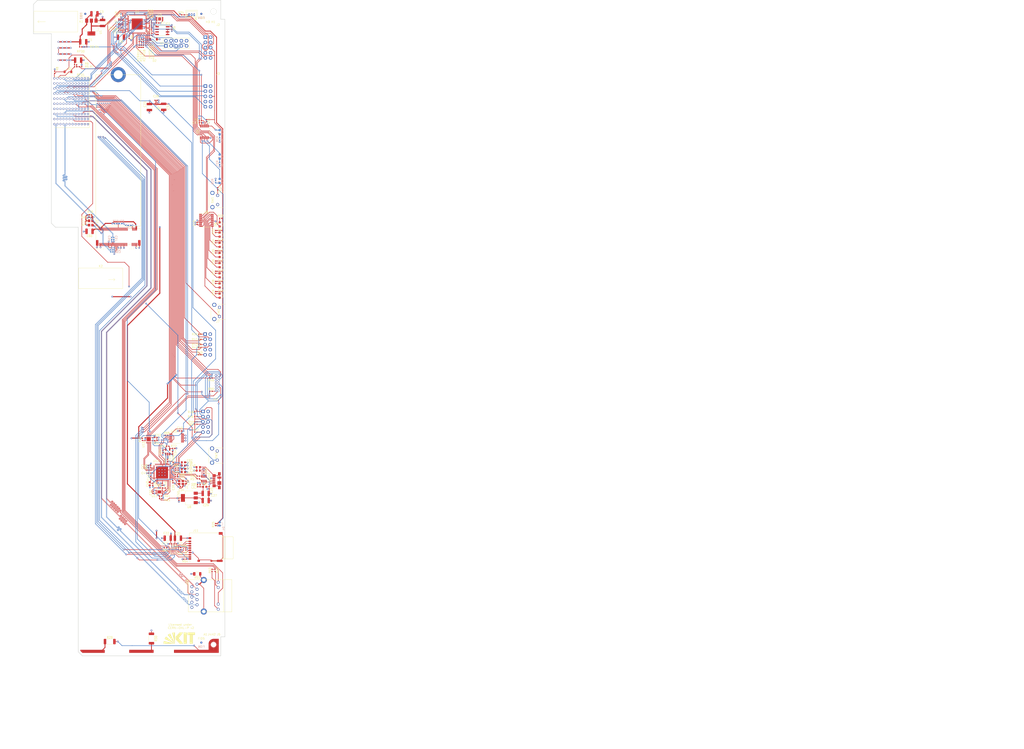
<source format=kicad_pcb>
(kicad_pcb (version 20211014) (generator pcbnew)
  (title_block (title "RTM_Template") (date "2021-06-04") (rev "1.0") (company "Karlsruhe Institute of Technology (KIT)") (comment 1 "Institute for Data Processing and Electronics (IPE)") (comment 2 "Carsten Schmerbeck") (comment 3 "Luis Ardila") (comment 4 "Licensed under CERN-OHL-P v2"))
  (layers (0 "F.Cu" signal) (1 "In1.Cu" signal) (2 "In2.Cu" signal) (31 "B.Cu" signal) (34 "B.Paste" user) (35 "F.Paste" user) (36 "B.SilkS" user "B.Silkscreen") (37 "F.SilkS" user "F.Silkscreen") (38 "B.Mask" user) (39 "F.Mask" user) (44 "Edge.Cuts" user))
  (net 0 "")
  (net 1 "Net-(D4-Pad2)")
  (net 2 "GND")
  (net 3 "/mech/FP_HANDLE")
  (net 4 "Net-(D4-Pad1)")
  (net 5 "+12V")
  (net 6 "+3V3")
  (net 7 "/mmc/LOCAL_JTAG.TRST")
  (net 8 "/mmc/AMC_PS0_N")
  (net 9 "/mmc/AMC_PS1_N")
  (net 10 "Net-(D5-Pad1)")
  (net 11 "Net-(D5-Pad2)")
  (net 12 "ENABLE")
  (net 13 "Net-(R1-Pad1)")
  (net 14 "Net-(D6-Pad1)")
  (net 15 "Net-(D6-Pad2)")
  (net 17 "Net-(D7-Pad1)")
  (net 18 "Z3_3V3_STBY")
  (net 19 "/z3_data/JTAG.TCK")
  (net 20 "Net-(D7-Pad2)")
  (net 21 "/mmc/TCK")
  (net 22 "/z3_data/JTAG.TMS")
  (net 23 "/FBA_USB/USB_VBUS")
  (net 24 "+5V_USB_VBUS")
  (net 25 "/z3_data/JTAG.TRST")
  (net 26 "+3V3_USB_VCCIO")
  (net 27 "/FBA_USB/3V3_FT_INT")
  (net 28 "/z3_data/JTAG.TDO")
  (net 29 "/FBA_USB/OSCI")
  (net 30 "+1V8_USB_VCORE")
  (net 31 "/z3_data/JTAG.TDI")
  (net 32 "/FBA_USB/OSCO")
  (net 33 "/FBA_USB/USB_VPHY")
  (net 34 "/FBA_USB/USB_VPLL")
  (net 35 "Z3_1V8_STBY")
  (net 36 "Net-(C20-Pad1)")
  (net 37 "Z3_SATA.RX_P")
  (net 38 "Net-(C56-Pad2)")
  (net 39 "Z3_MASTER_JTAG_TCK")
  (net 40 "Z3_MASTER_JTAG_TDO")
  (net 41 "Z3_MASTER_JTAG_TMS")
  (net 42 "Z3_MASTER_JTAG_TRST")
  (net 44 "Z3_KRIA_FWUEN")
  (net 45 "Z3_3V3_KRIA")
  (net 46 "Z3_1V8_KRIA_HD")
  (net 49 "Z3_SATA.TX_N")
  (net 50 "Net-(C57-Pad2)")
  (net 51 "Z3_SATA.RX_N")
  (net 52 "Net-(C58-Pad2)")
  (net 53 "Z3_SATA.TX_P")
  (net 54 "Net-(C59-Pad2)")
  (net 55 "/mech/FP_ORG_LED")
  (net 56 "/FBA_USB/SLAVE_JTAG.TRST")
  (net 57 "/FBA_USB/SRST")
  (net 58 "/FBA_USB/FT4232_MR")
  (net 59 "/FBA_USB/FT4232_SRST_B")
  (net 60 "Z3_MR")
  (net 61 "/mmc/TDO")
  (net 62 "/mmc/TMS")
  (net 65 "/mmc/TDI")
  (net 66 "/mmc/ISP_MOSI")
  (net 68 "/mmc/ISP_RST")
  (net 69 "/mmc/ISP_SCK")
  (net 70 "/mmc/ISP_MISO")
  (net 71 "/mech/ESD1")
  (net 72 "/mech/ESD2")
  (net 73 "GNDPWR")
  (net 75 "/mmc/IPMB_SDA")
  (net 76 "/mmc/IPMB_SCL")
  (net 77 "Net-(R5-Pad1)")
  (net 78 "/mmc/PRESENCE_12V")
  (net 79 "Net-(R9-Pad2)")
  (net 80 "nENABLE")
  (net 81 "Net-(R12-Pad2)")
  (net 82 "/TPS3808/LOW_VOLTAGE_POK")
  (net 83 "/mmc/RTM_PS")
  (net 84 "/mmc/GA0")
  (net 85 "/mmc/GA1")
  (net 86 "/mmc/GA2")
  (net 87 "/mmc/Addr_Enable")
  (net 88 "/AT24C512C/SDA")
  (net 89 "/AT24C512C/SCL")
  (net 90 "/mmc/USER_DEFINED_PE4")
  (net 91 "/mmc/USER_DEFINED_PE5")
  (net 92 "/mmc/USER_DEFINED_PE6")
  (net 94 "/mech/FP_RED_LED")
  (net 95 "/mech/FP_GREEN_LED")
  (net 96 "/mech/FP_BLUE_LED")
  (net 97 "Net-(D8-Pad2)")
  (net 98 "Net-(D9-Pad2)")
  (net 99 "Net-(D10-Pad2)")
  (net 100 "Net-(D11-Pad2)")
  (net 101 "Net-(D12-Pad2)")
  (net 102 "Net-(D13-Pad2)")
  (net 103 "+5V")
  (net 104 "Net-(D14-Pad2)")
  (net 105 "Net-(D15-Pad2)")
  (net 108 "/mmc/USER_DEFINED_PF3_ADC3")
  (net 109 "/mmc/USER_DEFINED_PF2_ADC2")
  (net 110 "/mmc/USER_DEFINED_PF1_ADC1")
  (net 135 "Net-(D8-Pad1)")
  (net 136 "Net-(D9-Pad1)")
  (net 137 "Net-(D10-Pad1)")
  (net 139 "Net-(D11-Pad1)")
  (net 140 "Net-(D12-Pad1)")
  (net 141 "Net-(D13-Pad1)")
  (net 143 "Net-(D14-Pad1)")
  (net 144 "Net-(D15-Pad1)")
  (net 146 "Z3_MASTER_JTAG_TDI")
  (net 147 "/FBA_USB/USB_DATA_N")
  (net 148 "/FBA_USB/USB_DATA_P")
  (net 152 "Z3_FBA_RESET")
  (net 155 "Net-(J9-Pad3)")
  (net 156 "Z3_MCU_JTMS-SWDIO")
  (net 157 "Z3_MCU_JTCK-SWCLK")
  (net 158 "Z3_MCU_JTDO-SWO")
  (net 160 "Z3_MCU_JTDI")
  (net 162 "Net-(J9-Pad13)")
  (net 163 "Z3_UART0_TX")
  (net 164 "Z3_3V3")
  (net 165 "Z3_UART0_RX")
  (net 166 "Net-(C19-Pad2)")
  (net 167 "/FBA_debug/RJ45_CHASIS")
  (net 168 "Z3_ETH_D_N")
  (net 169 "Z3_ETH_D_P")
  (net 170 "Z3_ETH_C_N")
  (net 171 "Z3_ETH_C_P")
  (net 172 "Z3_ETH_B_N")
  (net 173 "Z3_ETH_B_P")
  (net 174 "Z3_ETH_A_N")
  (net 175 "Z3_ETH_A_P")
  (net 176 "Net-(J10-Pad11)")
  (net 177 "Z3_ETH_LED1")
  (net 178 "Net-(J10-Pad13)")
  (net 179 "Z3_ETH_LED0")
  (net 180 "/FBA_SD/SD_DAT2")
  (net 181 "/FBA_SD/SD_DAT3")
  (net 182 "/FBA_SD/SD_CMD")
  (net 183 "/FBA_SD/SD_CLK")
  (net 184 "/FBA_SD/SD_DAT0")
  (net 185 "/FBA_SD/SD_DAT1")
  (net 186 "Z3_SDIO.CD")
  (net 187 "Z3_ETH_3V3")
  (net 188 "Z3_SDIO.DAT0")
  (net 189 "Z3_SDIO.DAT1")
  (net 190 "Z3_SDIO.DAT2")
  (net 191 "Z3_SDIO.SEL")
  (net 192 "Z3_SDIO.CMD")
  (net 193 "Z3_SDIO.CLK")
  (net 201 "Net-(J13-Pad10)")
  (net 219 "Net-(J13-Pad38)")
  (net 241 "Net-(J13-Pad68)")
  (net 244 "Z3_SDIO.DAT3")
  (net 245 "/FBA_USB/USB_N")
  (net 246 "/FBA_USB/USB_P")
  (net 247 "/FBA_USB/EEDATA_R")
  (net 248 "/FBA_USB/EEDATA")
  (net 249 "/FBA_USB/EECLK")
  (net 250 "/FBA_USB/EECS")
  (net 251 "Net-(R66-Pad1)")
  (net 252 "Net-(R67-Pad1)")
  (net 253 "Net-(R70-Pad1)")
  (net 254 "Net-(R71-Pad1)")
  (net 255 "Net-(R76-Pad1)")
  (net 270 "Z3_UART1_RX")
  (net 271 "Z3_UART1_TX")
  (net 296 "/FBA_USB/UART1_RXD_I")
  (net 297 "/FBA_USB/UART1_TXD_O")
  (net 305 "/FBA_USB/UART0_RXD_I")
  (net 306 "/FBA_USB/UART0_TXD_O")
  (net 308 "/FBA_USB/VCCO_JTAG_ON")
  (footprint "Fiducial:Fiducial_1mm_Mask2mm" (layer "F.Cu") (at 67 40)
    (fp_text reference "FID1")
    (fp_text value "Fiducial")
  )
  (footprint "Fiducial:Fiducial_1mm_Mask2mm" (layer "F.Cu") (at 124 349)
    (fp_text reference "FID5")
    (fp_text value "Fiducial")
  )
  (footprint "KIT_Mechanical:81-300-00" (layer "F.Cu") (at 130 350)
    (fp_text reference "H2")
    (fp_text value locked "b Handle")
  )
  (footprint "KIT_Mechanical:81-301-00" (layer "F.Cu") (at 130 38.85)
    (fp_text reference "H1")
    (fp_text value locked "Switch")
  )
  (footprint "KIT_Mechanical:RTM_ESD_strip_bottom" (layer "F.Cu") (at 130 350)
    (fp_text reference "J5")
    (fp_text value "ESD_Strip_RTM")
  )
  (footprint "Resistor_SMD:R_0402_1005Metric" (layer "F.Cu") (at 62.24 65 180)
    (fp_text reference "R6")
    (fp_text value "4k7")
  )
  (footprint "Resistor_SMD:R_0402_1005Metric" (layer "F.Cu") (at 52 68.75 -90)
    (fp_text reference "R8")
    (fp_text value "390k")
  )
  (footprint "Fiducial:Fiducial_1mm_Mask2mm" (layer "F.Cu") (at 124 40)
    (fp_text reference "FID3")
    (fp_text value "Fiducial")
  )
  (footprint "rtm_template:FrontPanel" (layer "F.Cu") (at 130 350)
    (fp_text reference "A1")
    (fp_text value locked "FrontPanel")
  )
  (footprint "Resistor_SMD:R_0402_1005Metric" (layer "F.Cu") (at 64.74 66 180)
    (fp_text reference "R7")
    (fp_text value "330")
  )
  (footprint "rtm_template:Key_A2_TE_1-1469372-1" (layer "F.Cu") (at 52.57 41.3)
    (fp_text reference "K1")
    (fp_text value "A2_Key")
  )
  (footprint "rtm_template:Key_rK1_TE_1469374-1" (layer "F.Cu") (at 74.57 167.45)
    (fp_text reference "K2")
    (fp_text value "rK1_Key")
  )
  (footprint "Resistor_SMD:R_0402_1005Metric" (layer "F.Cu") (at 132 126 -90)
    (fp_text reference "R12")
    (fp_text value "330")
  )
  (footprint "Resistor_SMD:R_0402_1005Metric" (layer "F.Cu") (at 106.4 302.4 180)
    (fp_text reference "R55")
    (fp_text value "4k7")
  )
  (footprint "KIT_LED_SMD:APA2106x" (layer "F.Cu") (at 133 148.5 90)
    (fp_text reference "D9")
    (fp_text value "GRN")
  )
  (footprint "Resistor_SMD:R_0402_1005Metric" (layer "F.Cu") (at 112 263.2)
    (fp_text reference "R67")
    (fp_text value "1k")
  )
  (footprint "KIT_LED_SMD:APA2106x" (layer "F.Cu") (at 133 163.5 90)
    (fp_text reference "D12")
    (fp_text value "GRN")
  )
  (footprint "KIT_Resistor_SMD:R_0402_1005Metric_DNP" (layer "F.Cu") (at 123.25 200)
    (fp_text reference "R41")
    (fp_text value "4k7")
  )
  (footprint "Resistor_SMD:R_0402_1005Metric" (layer "F.Cu") (at 122.5 267.2)
    (fp_text reference "R60")
    (fp_text value "33")
  )
  (footprint "Capacitor_SMD:C_1210_3225Metric" (layer "F.Cu") (at 112.5 297.7)
    (fp_text reference "C21")
    (fp_text value "10uF")
  )
  (footprint "Capacitor_SMD:C_0402_1005Metric" (layer "F.Cu") (at 112 264.2)
    (fp_text reference "C42")
    (fp_text value "100nF")
  )
  (footprint "KIT_Connector:DM3AT-SF-PEJM5" (layer "F.Cu") (at 118.4125 302.4375 90)
    (fp_text reference "J11")
    (fp_text value "DM3AT-SF-PEJM5")
  )
  (footprint "Resistor_SMD:R_0402_1005Metric" (layer "F.Cu") (at 121.3 237.9)
    (fp_text reference "R46")
    (fp_text value "4k7")
  )
  (footprint "Capacitor_SMD:C_1210_3225Metric" (layer "F.Cu") (at 126.15 279.2)
    (fp_text reference "C29")
    (fp_text value "10uF")
  )
  (footprint "Resistor_SMD:R_0402_1005Metric" (layer "F.Cu") (at 107.5 252.5 180)
    (fp_text reference "R71")
    (fp_text value "2k")
  )
  (footprint "Package_DFN_QFN:QFN-64-1EP_9x9mm_P0.5mm_EP5.4x5.4mm" (layer "F.Cu") (at 92.5 45 90)
    (fp_text reference "U4")
    (fp_text value "ATmega128L-8MU")
  )
  (footprint "Package_DFN_QFN:DFN-8-1EP_3x2mm_P0.5mm_EP1.75x1.45mm" (layer "F.Cu") (at 103.3875 274.95 180)
    (fp_text reference "U11")
    (fp_text value "93LC56B-MC")
  )
  (footprint "Capacitor_SMD:C_0402_1005Metric" (layer "F.Cu") (at 101.65 248.2)
    (fp_text reference "C53")
    (fp_text value "100nF")
  )
  (footprint "Resistor_SMD:R_0402_1005Metric" (layer "F.Cu") (at 99 49.5)
    (fp_text reference "R13")
    (fp_text value "12k")
  )
  (footprint "Connector_PinHeader_2.54mm:PinHeader_2x05_P2.54mm_Vertical" (layer "F.Cu") (at 106.59 55.75 90)
    (fp_text reference "J1")
    (fp_text value "Conn_02x05_Odd_Even")
  )
  (footprint "KIT_LED_SMD:APA2106x" (layer "F.Cu") (at 133 178.5 90)
    (fp_text reference "D15")
    (fp_text value "GRN")
  )
  (footprint "Resistor_SMD:R_0402_1005Metric" (layer "F.Cu") (at 131 172 90)
    (fp_text reference "R38")
    (fp_text value "150")
  )
  (footprint "Capacitor_SMD:C_1210_3225Metric" (layer "F.Cu") (at 98.5 85.8 -90)
    (fp_text reference "C23")
    (fp_text value "10uF")
  )
  (footprint "Capacitor_SMD:C_0402_1005Metric" (layer "F.Cu") (at 109.9 255.75 90)
    (fp_text reference "C54")
    (fp_text value "100nF")
  )
  (footprint "Capacitor_SMD:C_1210_3225Metric" (layer "F.Cu") (at 75.5 44.5 90)
    (fp_text reference "C4")
    (fp_text value "10uF")
  )
  (footprint "Diode_SMD:D_SOD-123" (layer "F.Cu") (at 58.5 68.5 180)
    (fp_text reference "D1")
    (fp_text value "BAT46GWX")
  )
  (footprint "Capacitor_SMD:C_0402_1005Metric" (layer "F.Cu") (at 111.75 267.5)
    (fp_text reference "C41")
    (fp_text value "100nF")
  )
  (footprint "Capacitor_SMD:C_0402_1005Metric" (layer "F.Cu") (at 99 45.5 180)
    (fp_text reference "C10")
    (fp_text value "470nF")
  )
  (footprint "Capacitor_SMD:C_0402_1005Metric" (layer "F.Cu") (at 98.65 261.9 180)
    (fp_text reference "C48")
    (fp_text value "100nF")
  )
  (footprint "Resistor_SMD:R_0402_1005Metric" (layer "F.Cu") (at 121.3 235.4)
    (fp_text reference "R48")
    (fp_text value "4k7")
  )
  (footprint "KIT_Connector:RJ45_Abracon_ARJ-205_Horizontal" (layer "F.Cu") (at 128.25 320.285 90)
    (fp_text reference "J10")
    (fp_text value "RJ45_MAGJACK_1000BASE")
  )
  (footprint "KIT_Switch:PTS645VK83-2" (layer "F.Cu") (at 132.925 186.5 90)
    (fp_text reference "SW2")
    (fp_text value "PTS645VK83-2 LFS")
  )
  (footprint "Capacitor_SMD:C_0603_1608Metric" (layer "F.Cu") (at 115.2 262)
    (fp_text reference "C38")
    (fp_text value "4.7uF")
  )
  (footprint "Capacitor_SMD:C_0402_1005Metric" (layer "F.Cu") (at 86 48 180)
    (fp_text reference "C8")
    (fp_text value "100nF")
  )
  (footprint "KIT_Connector:IDC-Header_2x05_P2.54mm_Horizontal_withoutsilkscreen" (layer "F.Cu") (at 126 51.5)
    (fp_text reference "J2")
    (fp_text value "Conn_02x05_Odd_Even")
  )
  (footprint "Resistor_SMD:R_0402_1005Metric" (layer "F.Cu") (at 99 43.5 180)
    (fp_text reference "R20")
    (fp_text value "33k")
  )
  (footprint "Capacitor_SMD:C_1210_3225Metric" (layer "F.Cu") (at 71.5 40)
    (fp_text reference "C3")
    (fp_text value "10uF")
  )
  (footprint "Capacitor_SMD:C_0603_1608Metric" (layer "F.Cu") (at 115.2 263.6)
    (fp_text reference "C39")
    (fp_text value "4.7uF")
  )
  (footprint "Resistor_SMD:R_0402_1005Metric" (layer "F.Cu") (at 95.5 53 -90)
    (fp_text reference "R18")
    (fp_text value "330")
  )
  (footprint "Capacitor_SMD:C_1210_3225Metric" (layer "F.Cu") (at 107.5 297.7 180)
    (fp_text reference "C22")
    (fp_text value "10uF")
  )
  (footprint "Oscillator:Oscillator_SMD_Abracon_ASE-4Pin_3.2x2.5mm" (layer "F.Cu") (at 69.7 142.775 -90)
    (fp_text reference "X1")
    (fp_text value "ASEK-32,768KHZ-LRT")
  )
  (footprint "Capacitor_SMD:C_1210_3225Metric" (layer "F.Cu") (at 105.5 85.7 -90)
    (fp_text reference "C31")
    (fp_text value "10uF")
  )
  (footprint "Resistor_SMD:R_0402_1005Metric" (layer "F.Cu") (at 121.3 245.6)
    (fp_text reference "R42")
    (fp_text value "4k7")
  )
  (footprint "Resistor_SMD:R_0402_1005Metric" (layer "F.Cu") (at 133.5 140.5)
    (fp_text reference "R32")
    (fp_text value "150")
  )
  (footprint "Capacitor_SMD:C_0402_1005Metric" (layer "F.Cu") (at 99 47.5)
    (fp_text reference "C12")
    (fp_text value "100nF")
  )
  (footprint "Resistor_SMD:R_0402_1005Metric" (layer "F.Cu") (at 110.4 253.6)
    (fp_text reference "R72")
    (fp_text value "1k")
  )
  (footprint "KIT_Connector:6469048-1" (layer "F.Cu") (at 51.81 71.7 -90)
    (fp_text reference "RP31")
    (fp_text value "TE_64690XX-1_RP31")
  )
  (footprint "Capacitor_SMD:C_0402_1005Metric" (layer "F.Cu") (at 84.5 47.5 -90)
    (fp_text reference "C5")
    (fp_text value "100nF")
  )
  (footprint "KIT_Connector:M.2_Type_B_2280" (layer "F.Cu") (at 83.2 148.075 180)
    (fp_text reference "J13")
    (fp_text value "2199119-3")
  )
  (footprint "Capacitor_SMD:C_0402_1005Metric" (layer "F.Cu") (at 99 46.5)
    (fp_text reference "C11")
    (fp_text value "470nF")
  )
  (footprint "Capacitor_SMD:C_0402_1005Metric" (layer "F.Cu") (at 101.75 82.5)
    (fp_text reference "C26")
    (fp_text value "100nF")
  )
  (footprint "Inductor_SMD:L_0603_1608Metric" (layer "F.Cu") (at 125.65 272.45)
    (fp_text reference "FB1")
    (fp_text value "220 @ 100MHz")
  )
  (footprint "Package_SO:TSSOP-20_4.4x6.5mm_P0.65mm" (layer "F.Cu") (at 126.5 141.5)
    (fp_text reference "U6")
    (fp_text value "PCF8574PW")
  )
  (footprint "Resistor_SMD:R_0402_1005Metric" (layer "F.Cu") (at 131 152 90)
    (fp_text reference "R34")
    (fp_text value "150")
  )
  (footprint "KIT_Resistor_SMD:R_0402_1005Metric_DNP" (layer "F.Cu") (at 67.1 142.775 90)
    (fp_text reference "R77")
    (fp_text value "DNP")
  )
  (footprint "Resistor_SMD:R_0402_1005Metric" (layer "F.Cu") (at 122.5 268.5)
    (fp_text reference "R57")
    (fp_text value "33")
  )
  (footprint "Package_DFN_QFN:DFN-8-1EP_3x2mm_P0.5mm_EP1.3x1.5mm" (layer "F.Cu") (at 103.5 42.5 180)
    (fp_text reference "U3")
    (fp_text value "AT24C512C")
  )
  (footprint "KIT_Package_CSP:WLCSP-20_1.934x2.434mm_Layout4x5_P0.4mm" (layer "F.Cu") (at 110 304)
    (fp_text reference "U7")
    (fp_text value "NVT4857UK")
  )
  (footprint "KIT_Mechanical:RTM_ESD_strip_top" (layer "F.Cu") (at 130 350)
    (fp_text reference "J4")
    (fp_text value "RTM_ESD_strip_top")
  )
  (footprint "Resistor_SMD:R_0402_1005Metric" (layer "F.Cu") (at 121.3 240.5)
    (fp_text reference "R44")
    (fp_text value "4k7")
  )
  (footprint "Capacitor_SMD:C_0402_1005Metric" (layer "F.Cu") (at 116.3 303 90)
    (fp_text reference "C18")
    (fp_text value "100nF")
  )
  (footprint "Capacitor_SMD:C_0402_1005Metric" (layer "F.Cu") (at 125.25 265.25 90)
    (fp_text reference "C33")
    (fp_text value "100nF")
  )
  (footprint "Package_SO:SO-8_3.9x4.9mm_P1.27mm" (layer "F.Cu") (at 104.84 48.24)
    (fp_text reference "IC1")
    (fp_text value "LM75AD,118")
  )
  (footprint "Capacitor_SMD:C_1210_3225Metric" (layer "F.Cu") (at 84.5 51.5 180)
    (fp_text reference "C9")
    (fp_text value "10uF")
  )
  (footprint "Capacitor_SMD:C_0402_1005Metric" (layer "F.Cu") (at 111.1 300.5 180)
    (fp_text reference "C16")
    (fp_text value "100nF")
  )
  (footprint "KIT_LED_SMD:APA2106x" (layer "F.Cu") (at 133 158.5 90)
    (fp_text reference "D11")
    (fp_text value "GRN")
  )
  (footprint "Package_TO_SOT_SMD:SOT-23-5" (layer "F.Cu") (at 107.5 255.2 90)
    (fp_text reference "U14")
    (fp_text value "MAX9100EUK-T")
  )
  (footprint "Capacitor_SMD:C_0402_1005Metric" (layer "F.Cu") (at 102.5 44.5)
    (fp_text reference "C7")
    (fp_text value "100nF")
  )
  (footprint "Resistor_SMD:R_0402_1005Metric" (layer "F.Cu") (at 113.2 302.3 180)
    (fp_text reference "R56")
    (fp_text value "4k7")
  )
  (footprint "Capacitor_SMD:C_0402_1005Metric" (layer "F.Cu") (at 107.4 259.45 90)
    (fp_text reference "C44")
    (fp_text value "100nF")
  )
  (footprint "Resistor_SMD:R_0402_1005Metric" (layer "F.Cu") (at 116 308 180)
    (fp_text reference "R54")
    (fp_text value "4k7")
  )
  (footprint "Resistor_SMD:R_0402_1005Metric" (layer "F.Cu") (at 67.25 56.25 180)
    (fp_text reference "R4")
    (fp_text value "30k")
  )
  (footprint "KIT_Resistor_SMD:R_0402_1005Metric_DNP" (layer "F.Cu") (at 123.25 204)
    (fp_text reference "R47")
    (fp_text value "4k7")
  )
  (footprint "Resistor_SMD:R_0402_1005Metric" (layer "F.Cu") (at 106.9 247.15)
    (fp_text reference "R68")
    (fp_text value "4k7")
  )
  (footprint "KIT_Resistor_SMD:R_0402_1005Metric_DNP" (layer "F.Cu") (at 123.25 197.42)
    (fp_text reference "R31")
    (fp_text value "4k7")
  )
  (footprint "Capacitor_SMD:C_0603_1608Metric" (layer "F.Cu") (at 122.5 264.5 180)
    (fp_text reference "C20")
    (fp_text value "100nF")
  )
  (footprint "Capacitor_SMD:C_0402_1005Metric" (layer "F.Cu") (at 113.8 244.95 180)
    (fp_text reference "C45")
    (fp_text value "100nF")
  )
  (footprint "Resistor_SMD:R_0402_1005Metric" (layer "F.Cu") (at 104 277)
    (fp_text reference "R64")
    (fp_text value "10k")
  )
  (footprint "KIT_Connector:PinHeader_2x07_P1.27mm_Horizontal_withoutsilkscreen" (layer "F.Cu") (at 131.175 217.675)
    (fp_text reference "J9")
    (fp_text value "Conn_02x07_Odd_Even")
  )
  (footprint "Resistor_SMD:R_0402_1005Metric" (layer "F.Cu") (at 94.5 56 -90)
    (fp_text reference "R21")
    (fp_text value "33k")
  )
  (footprint "Capacitor_SMD:C_0402_1005Metric" (layer "F.Cu") (at 69.6 139.975)
    (fp_text reference "C61")
    (fp_text value "100nF")
  )
  (footprint "KIT_Graphic:KIT_LOGO" (layer "F.Cu") (at 113.2 346.8)
    (fp_text reference "G1" hide)
    (fp_text value "KIT_LOGO" hide)
  )
  (footprint "KIT_Resistor_SMD:R_0402_1005Metric_DNP" (layer "F.Cu") (at 69.6 138.775)
    (fp_text reference "R76")
    (fp_text value "DNP")
  )
  (footprint "Package_TO_SOT_SMD:SOT-223-3_TabPin2" (layer "F.Cu") (at 70 46.5 -90)
    (fp_text reference "U1")
    (fp_text value "LM1117-5.0")
  )
  (footprint "KIT_Resistor_SMD:R_0402_1005Metric_DNP" (layer "F.Cu") (at 110.2 260.95 -90)
    (fp_text reference "R69")
    (fp_text value "DNP")
  )
  (footprint "Capacitor_SMD:C_0402_1005Metric" (layer "F.Cu") (at 123.4 271.95 90)
    (fp_text reference "C28")
    (fp_text value "1uF")
  )
  (footprint "Resistor_SMD:R_0402_1005Metric" (layer "F.Cu") (at 95.05 249.1 90)
    (fp_text reference "R70")
    (fp_text value "10k")
  )
  (footprint "Resistor_SMD:R_0402_1005Metric" (layer "F.Cu") (at 64.75 56.25 180)
    (fp_text reference "R3")
    (fp_text value "150k")
  )
  (footprint "Resistor_SMD:R_0402_1005Metric" (layer "F.Cu") (at 115 40.5)
    (fp_text reference "R24")
    (fp_text value "33k")
  )
  (footprint "KIT_Switch:PTS645VK83-2" (layer "F.Cu") (at 131.825 257.1 90)
    (fp_text reference "SW3")
    (fp_text value "PTS645VK83-2 LFS")
  )
  (footprint "KIT_LED_SMD:APA2106x" (layer "F.Cu") (at 133 168.5 90)
    (fp_text reference "D13")
    (fp_text value "GRN")
  )
  (footprint "Resistor_SMD:R_0402_1005Metric" (layer "F.Cu") (at 95.5 55.99 -90)
    (fp_text reference "R23")
    (fp_text value "33k")
  )
  (footprint "Inductor_SMD:L_0603_1608Metric" (layer "F.Cu") (at 115.2 265.2)
    (fp_text reference "FB3")
    (fp_text value "220 @ 100MHz")
  )
  (footprint "Capacitor_SMD:C_0402_1005Metric" (layer "F.Cu") (at 110 270 -90)
    (fp_text reference "C35")
    (fp_text value "100nF")
  )
  (footprint "Diode_SMD:D_SOD-923" (layer "F.Cu") (at 99 48.5)
    (fp_text reference "D3")
    (fp_text value "DZ9F3V6S92-7")
  )
  (footprint "Resistor_SMD:R_0402_1005Metric" (layer "F.Cu") (at 123.5 92.5 180)
    (fp_text reference "R2")
    (fp_text value "10k")
  )
  (footprint "Resistor_SMD:R_0402_1005Metric" (layer "F.Cu") (at 131 157 90)
    (fp_text reference "R35")
    (fp_text value "150")
  )
  (footprint "KIT_Connector:Molex_53046-0310" (layer "F.Cu") (at 118 40.45)
    (fp_text reference "J6")
    (fp_text value "Conn_01x03_Male")
  )
  (footprint "Capacitor_SMD:C_0402_1005Metric" (layer "F.Cu") (at 113 278.5 -90)
    (fp_text reference "C50")
    (fp_text value "100nF")
  )
  (footprint "Capacitor_SMD:C_0402_1005Metric" (layer "F.Cu") (at 104.9 271.2 -90)
    (fp_text reference "C49")
    (fp_text value "100nF")
  )
  (footprint "Resistor_SMD:R_0402_1005Metric" (layer "F.Cu") (at 131 291 90)
    (fp_text reference "R25")
    (fp_text value "82")
  )
  (footprint "Resistor_SMD:R_0402_1005Metric" (layer "F.Cu") (at 131 167 90)
    (fp_text reference "R37")
    (fp_text value "150")
  )
  (footprint "Capacitor_SMD:C_1210_3225Metric" (layer "F.Cu") (at 126.15 275.7)
    (fp_text reference "C27")
    (fp_text value "10uF")
  )
  (footprint "Resistor_SMD:R_0402_1005Metric" (layer "F.Cu") (at 106.4 273.5875 90)
    (fp_text reference "R62")
    (fp_text value "2k")
  )
  (footprint "KIT_Connector:IDC-Header_2x05_P2.54mm_Horizontal_withoutsilkscreen" (layer "F.Cu") (at 124.8025 235.42)
    (fp_text reference "J12")
    (fp_text value "Conn_02x05_Odd_Even")
  )
  (footprint "KIT_Connector:IDC-Header_2x05_P2.54mm_Horizontal_withoutsilkscreen" (layer "F.Cu") (at 125.86 197.42)
    (fp_text reference "J7")
    (fp_text value "Conn_02x05_Odd_Even")
  )
  (footprint "Capacitor_SMD:C_0402_1005Metric" (layer "F.Cu") (at 127.9 272.95 -90)
    (fp_text reference "C25")
    (fp_text value "1uF")
  )
  (footprint "KIT_Resistor_SMD:R_0402_1005Metric_DNP" (layer "F.Cu") (at 123.25 207.5)
    (fp_text reference "R45")
    (fp_text value "4k7")
  )
  (footprint "Resistor_SMD:R_0402_1005Metric" (layer "F.Cu") (at 121.3 241.7)
    (fp_text reference "R65")
    (fp_text value "4k7")
  )
  (footprint "Capacitor_SMD:C_0402_1005Metric" (layer "F.Cu") (at 98.65 263.1 180)
    (fp_text reference "C36")
    (fp_text value "100nF")
  )
  (footprint "Inductor_SMD:L_0603_1608Metric" (layer "F.Cu") (at 115.2 260.4)
    (fp_text reference "FB2")
    (fp_text value "220 @ 100MHz")
  )
  (footprint "Package_TO_SOT_SMD:SOT-223-3_TabPin2" (layer "F.Cu") (at 118.1 277.9 180)
    (fp_text reference "U8")
    (fp_text value "AZ1117-3.3")
  )
  (footprint "Resistor_SMD:R_0402_1005Metric" (layer "F.Cu") (at 99.01 44.5 180)
    (fp_text reference "R22")
    (fp_text value "33k")
  )
  (footprint "Capacitor_SMD:C_0402_1005Metric" (layer "F.Cu") (at 99.15 267.95 90)
    (fp_text reference "C43")
    (fp_text value "100nF")
  )
  (footprint "Crystal:Crystal_SMD_2520-4Pin_2.5x2.0mm" (layer "F.Cu") (at 114 270.3 180)
    (fp_text reference "Y1")
    (fp_text value "ECS-120-12-36Q-CWY-TR")
  )
  (footprint "Capacitor_SMD:C_0402_1005Metric" (layer "F.Cu") (at 122.15 271.95 90)
    (fp_text reference "C30")
    (fp_text value "100nF")
  )
  (footprint "Capacitor_SMD:C_1210_3225Metric" (layer "F.Cu") (at 63.49 62.75)
    (fp_text reference "C2")
    (fp_text value "10uF")
  )
  (footprint "KIT_Package_CSP:WLCSP-6_1.0x1.5mm_P0.5mm" (layer "F.Cu") (at 101.75 84.3 180)
    (fp_text reference "U9")
    (fp_text value "MIC94161YCS-TR" hide)
  )
  (footprint "KIT_Package_DFN_QFN:VQFN-56-1EP_8x8mm_P0.5mm_EP5.9x5.9mm" (layer "F.Cu") (at 104.7 265.4 180)
    (fp_text reference "U12")
    (fp_text value "FT4232H-56Q")
  )
  (footprint "Capacitor_SMD:C_0603_1608Metric" (layer "F.Cu") (at 98.65 270.95 -90)
    (fp_text reference "C40")
    (fp_text value "4.7uF")
  )
  (footprint "Resistor_SMD:R_0402_1005Metric" (layer "F.Cu") (at 62.24 66 180)
    (fp_text reference "R5")
    (fp_text value "150k")
  )
  (footprint "Capacitor_SMD:C_0402_1005Metric" (layer "F.Cu") (at 98.65 265.7 180)
    (fp_text reference "C47")
    (fp_text value "100nF")
  )
  (footprint "Capacitor_SMD:C_0402_1005Metric" (layer "F.Cu") (at 113.2 303.4 180)
    (fp_text reference "C19")
    (fp_text value "100nF")
  )
  (footprint "Package_TO_SOT_SMD:SOT-23-6" (layer "F.Cu") (at 84.5 44 -90)
    (fp_text reference "U2")
    (fp_text value "TPS3808G33DBVT")
  )
  (footprint "Capacitor_SMD:C_0402_1005Metric" (layer "F.Cu") (at 116.5 270.25 -90)
    (fp_text reference "C37")
    (fp_text value "27pF")
  )
  (footprint "Resistor_SMD:R_0402_1005Metric" (layer "F.Cu") (at 94.5 53 -90)
    (fp_text reference "R17")
    (fp_text value "330")
  )
  (footprint "Capacitor_SMD:C_0402_1005Metric" (layer "F.Cu") (at 100.25 275.2 90)
    (fp_text reference "C32")
    (fp_text value "100nF")
  )
  (footprint "Capacitor_SMD:C_1210_3225Metric" (layer "F.Cu") (at 69.1 146.875 180)
    (fp_text reference "C60")
    (fp_text value "47uF")
  )
  (footprint "Resistor_SMD:R_0402_1005Metric" (layer "F.Cu") (at 129.25 313.5 -90)
    (fp_text reference "R53")
    (fp_text value "200")
  )
  (footprint "Resistor_SMD:R_0402_1005Metric" (layer "F.Cu") (at 83.5 47.5 -90)
    (fp_text reference "R1")
    (fp_text value "51k")
  )
  (footprint "Resistor_SMD:R_0402_1005Metric" (layer "F.Cu") (at 126.5 92.5 -90)
    (fp_text reference "R11")
    (fp_text value "330")
  )
  (footprint "Capacitor_SMD:C_0402_1005Metric" (layer "F.Cu") (at 123.5 93.5 180)
    (fp_text reference "C14")
    (fp_text value "100nF")
  )
  (footprint "KIT_Package_DFN_QFN:Texas_S-PVQFN-N14" (layer "F.Cu") (at 98.15 249 -90)
    (fp_text reference "U13")
    (fp_text value "TXS0104RGYR")
  )
  (footprint "Capacitor_SMD:C_0402_1005Metric" (layer "F.Cu") (at 86 49 180)
    (fp_text reference "C13")
    (fp_text value "100nF")
  )
  (footprint "Resistor_SMD:R_0402_1005Metric" (layer "F.Cu") (at 128.75 218.985 180)
    (fp_text reference "R49")
    (fp_text value "0")
  )
  (footprint "KIT_LED_SMD:APA2106x" (layer "F.Cu") (at 133 153.5 90)
    (fp_text reference "D10")
    (fp_text value "GRN")
  )
  (footprint "Capacitor_SMD:C_0402_1005Metric" (layer "F.Cu") (at 101.65 249.7)
    (fp_text reference "C51")
    (fp_text value "100nF")
  )
  (footprint "Package_TO_SOT_SMD:SOT-23-6" (layer "F.Cu") (at 125.3 268.5 90)
    (fp_text reference "U10")
    (fp_text value "USBLC6-4SC6")
  )
  (footprint "Resistor_SMD:R_0402_1005Metric" (layer "F.Cu") (at 104 278.25)
    (fp_text reference "R63")
    (fp_text value "10k")
  )
  (footprint "Resistor_SMD:R_0402_1005Metric" (layer "F.Cu") (at 93.5 56 -90)
    (fp_text reference "R19")
    (fp_text value "33k")
  )
  (footprint "Resistor_SMD:R_0402_1005Metric" (layer "F.Cu") (at 111.75 266.5)
    (fp_text reference "R66")
    (fp_text value "12k")
  )
  (footprint "Resistor_SMD:R_0402_1005Metric" (layer "F.Cu") (at 86 40)
    (fp_text reference "R15")
    (fp_text value "33k")
  )
  (footprint "KIT_Resistor_SMD:R_0402_1005Metric_DNP" (layer "F.Cu") (at 123.25 202.5)
    (fp_text reference "R43")
    (fp_text value "4k7")
  )
  (footprint "Resistor_SMD:R_0402_1005Metric" (layer "F.Cu") (at 93.5 53 -90)
    (fp_text reference "R16")
    (fp_text value "330")
  )
  (footprint "Resistor_SMD:R_0402_1005Metric" (layer "F.Cu") (at 88.5 51.5 90)
    (fp_text reference "R9")
    (fp_text value "DNP")
  )
  (footprint "Capacitor_SMD:C_0402_1005Metric" (layer "F.Cu") (at 100.15 271.2 -90)
    (fp_text reference "C46")
    (fp_text value "100nF")
  )
  (footprint "Diode_SMD:D_SOD-123" (layer "F.Cu") (at 100.5 52.5 180)
    (fp_text reference "D2")
    (fp_text value "BAT46GWX")
  )
  (footprint "KIT_Connector:IDC-Header_2x05_P2.54mm_Horizontal_withoutsilkscreen" (layer "F.Cu") (at 126 75.5)
    (fp_text reference "J3")
    (fp_text value "Conn_02x05_Odd_Even")
  )
  (footprint "KIT_Switch:PTS645VK83-2" (layer "F.Cu") (at 132 131.5 90)
    (fp_text reference "SW1")
    (fp_text value "PTS645VK83-2 LFS")
  )
  (footprint "Capacitor_SMD:C_0402_1005Metric" (layer "F.Cu") (at 109.5 47 -90)
    (fp_text reference "C6")
    (fp_text value "100nF")
  )
  (footprint "Package_SO:TSSOP-14_4.4x5mm_P0.65mm" (layer "F.Cu") (at 111.9 248.45)
    (fp_text reference "U15")
    (fp_text value "SN74LVC07APW")
  )
  (footprint "Resistor_SMD:R_1206_3216Metric" (layer "F.Cu") (at 122 315.25 180)
    (fp_text reference "R51")
    (fp_text value "1M")
  )
  (footprint "Resistor_SMD:R_0402_1005Metric" (layer "F.Cu") (at 104.35 272.9875)
    (fp_text reference "R61")
    (fp_text value "10k")
  )
  (footprint "KIT_LED_SMD:APA2106x" (layer "F.Cu") (at 133 173.5 90)
    (fp_text reference "D14")
    (fp_text value "GRN")
  )
  (footprint "Capacitor_SMD:C_0402_1005Metric" (layer "F.Cu") (at 114.25 272.5)
    (fp_text reference "C34")
    (fp_text value "27pF")
  )
  (footprint "KIT_LED_SMD:APA2106x" (layer "F.Cu") (at 133 143.5 90)
    (fp_text reference "D8")
    (fp_text value "GRN")
  )
  (footprint "Resistor_SMD:R_0402_1005Metric" (layer "F.Cu") (at 128.75 225.5)
    (fp_text reference "R50")
    (fp_text value "1k")
  )
  (footprint "Resistor_SMD:R_0402_1005Metric" (layer "F.Cu") (at 130.75 313.5 90)
    (fp_text reference "R52")
    (fp_text value "200")
  )
  (footprint "Resistor_SMD:R_2010_5025Metric" (layer "F.Cu") (at 79 348.5 180)
    (fp_text reference "R29")
    (fp_text value "10M 2kV")
  )
  (footprint "Resistor_SMD:R_2010_5025Metric" (layer "F.Cu") (at 99.5 347 -90)
    (fp_text reference "R30")
    (fp_text value "10M 2kV")
  )
  (footprint "Capacitor_SMD:C_1210_3225Metric" (layer "F.Cu") (at 66 53.75)
    (fp_text reference "C1")
    (fp_text value "10uF")
  )
  (footprint "Resistor_SMD:R_0402_1005Metric" (layer "F.Cu") (at 99 50.5)
    (fp_text reference "R10")
    (fp_text value "330")
  )
  (footprint "Capacitor_SMD:C_0402_1005Metric" (layer "F.Cu") (at 105.1 255.2 -90)
    (fp_text reference "C55")
    (fp_text value "100nF")
  )
  (footprint "Resistor_SMD:R_0402_1005Metric" (layer "F.Cu") (at 131 162 90)
    (fp_text reference "R36")
    (fp_text value "150")
  )
  (footprint "Capacitor_SMD:C_0402_1005Metric" (layer "F.Cu") (at 109 300.5)
    (fp_text reference "C17")
    (fp_text value "100nF")
  )
  (footprint "KIT_Connector:120954-1" (layer "F.Cu") (at 53.86 53.75)
    (fp_text reference "RP30")
    (fp_text value "120954-1")
  )
  (footprint "Resistor_SMD:R_0402_1005Metric" (layer "F.Cu") (at 86 41)
    (fp_text reference "R14")
    (fp_text value "33k")
  )
  (footprint "Resistor_SMD:R_0402_1005Metric" (layer "F.Cu") (at 131 147 90)
    (fp_text reference "R33")
    (fp_text value "150")
  )
  (footprint "KIT_Mechanical:81-300-00" (layer "F.Cu") (at 130 38.85)
    (fp_text reference "H3")
    (fp_text value "t Handle")
  )
  (footprint "Resistor_SMD:R_0402_1005Metric" (layer "F.Cu") (at 131 177 90)
    (fp_text reference "R39")
    (fp_text value "150")
  )
  (footprint "Resistor_SMD:R_0603_1608Metric" (layer "F.Cu") (at 122.5 262.75)
    (fp_text reference "R40")
    (fp_text value "1M")
  )
  (footprint "Capacitor_SMD:C_0402_1005Metric" (layer "F.Cu") (at 122 143 -90)
    (fp_text reference "C15")
    (fp_text value "100nF")
  )
  (footprint "Connector_USB:USB_Micro-B_Molex_47346-0001" (layer "F.Cu") (at 131.65 269.45 90)
    (fp_text reference "J8")
    (fp_text value "USB_B_Micro")
  )
  (footprint "Package_SO:TSSOP-14_4.4x5mm_P0.65mm" (layer "F.Cu") (at 125.5 98 90)
    (fp_text reference "U5")
    (fp_text value "SN74LVC06APWR")
  )
  (footprint "Fiducial:Fiducial_1mm_Mask2mm" (layer "B.Cu") (at 124 40)
    (fp_text reference "FID4")
    (fp_text value "Fiducial")
  )
  (footprint "Fiducial:Fiducial_1mm_Mask2mm" (layer "B.Cu") (at 124 349)
    (fp_text reference "FID6")
    (fp_text value "Fiducial")
  )
  (footprint "Fiducial:Fiducial_1mm_Mask2mm" (layer "B.Cu") (at 67 40)
    (fp_text reference "FID2")
    (fp_text value "Fiducial")
  )
  (footprint "KIT_Resistor_SMD:R_0402_1005Metric_DNP" (layer "B.Cu") (at 81.9 143.075 180)
    (fp_text reference "R73")
    (fp_text value "DNP")
  )
  (footprint "Resistor_SMD:R_0402_1005Metric" (layer "B.Cu") (at 133 113.5 -90)
    (fp_text reference "R27")
    (fp_text value "68")
  )
  (footprint "Capacitor_SMD:C_0402_1005Metric" (layer "B.Cu") (at 80 150.375 -90)
    (fp_text reference "C59")
    (fp_text value "100nF")
  )
  (footprint "Resistor_SMD:R_0402_1005Metric" (layer "B.Cu") (at 131 122.5 90)
    (fp_text reference "R26")
    (fp_text value "68")
  )
  (footprint "Resistor_SMD:R_0402_1005Metric" (layer "B.Cu") (at 88.75 144)
    (fp_text reference "R75")
    (fp_text value "0")
  )
  (footprint "Resistor_SMD:R_0402_1005Metric" (layer "B.Cu") (at 84.3 143.075 180)
    (fp_text reference "R74")
    (fp_text value "10k")
  )
  (footprint "Resistor_SMD:R_0402_1005Metric" (layer "B.Cu") (at 133 101.5 -90)
    (fp_text reference "R28")
    (fp_text value "68")
  )
  (footprint "Capacitor_SMD:C_0402_1005Metric" (layer "B.Cu") (at 80 157)
    (fp_text reference "C56")
    (fp_text value "100nF")
  )
  (footprint "KIT_LED_SMD:APA2106x" (layer "B.Cu") (at 133 110.16 -90)
    (fp_text reference "D6")
    (fp_text value "GRN")
  )
  (footprint "KIT_LED_SMD:APA1606x" (layer "B.Cu") (at 133 290.7 -90)
    (fp_text reference "D4")
    (fp_text value "BLUE")
  )
  (footprint "KIT_LED_SMD:APA2106x" (layer "B.Cu") (at 133 122.16 -90)
    (fp_text reference "D5")
    (fp_text value "ORG")
  )
  (footprint "KIT_LED_SMD:APA2106x" (layer "B.Cu") (at 133 98.16 -90)
    (fp_text reference "D7")
    (fp_text value "RED")
  )
  (footprint "Capacitor_SMD:C_0402_1005Metric" (layer "B.Cu") (at 81 150.375 -90)
    (fp_text reference "C57")
    (fp_text value "100nF")
  )
  (footprint "Capacitor_SMD:C_0402_1005Metric" (layer "B.Cu") (at 80 156)
    (fp_text reference "C58")
    (fp_text value "100nF")
  )
  (gr_line locked (start 133.57 346.2) (end 133.57 355.55) (layer "Edge.Cuts") (width 0.2))
  (gr_line locked (start 133.57 33.3) (end 133.57 42.65) (layer "Edge.Cuts") (width 0.2))
  (gr_line (start 50.36 142.9) (end 50.36 49.8) (layer "Edge.Cuts") (width 0.2))
  (gr_line (start 63.570001 353.55) (end 63.570001 144.9) (layer "Edge.Cuts") (width 0.2))
  (gr_line (start 135.57 42.65) (end 135.57 346.2) (layer "Edge.Cuts") (width 0.2))
  (gr_line locked (start 41.57 35.3) (end 43.57 33.3) (layer "Edge.Cuts") (width 0.2))
  (gr_line locked (start 50.36 49.8) (end 41.57 49.8) (layer "Edge.Cuts") (width 0.2))
  (gr_line locked (start 133.57 355.55) (end 65.570001 355.55) (layer "Edge.Cuts") (width 0.2))
  (gr_line locked (start 65.570001 355.55) (end 63.570001 353.55) (layer "Edge.Cuts") (width 0.2))
  (gr_line locked (start 43.57 33.3) (end 133.57 33.3) (layer "Edge.Cuts") (width 0.2))
  (gr_line locked (start 133.57 346.2) (end 135.57 346.2) (layer "Edge.Cuts") (width 0.2))
  (gr_line (start 63.570001 144.9) (end 52.36 144.9) (layer "Edge.Cuts") (width 0.2))
  (gr_line locked (start 133.57 42.65) (end 135.57 42.65) (layer "Edge.Cuts") (width 0.2))
  (gr_line locked (start 41.57 49.8) (end 41.57 35.3) (layer "Edge.Cuts") (width 0.2))
  (gr_line (start 52.36 144.9) (end 50.36 142.9) (layer "Edge.Cuts") (width 0.2))
  (gr_circle locked (center 130 38.85) (end 131.349999 38.85) (layer "Edge.Cuts") (width 0.2) (fill none))
  (gr_text "Licensed under \nCERN-OHL-P v2" (at 114 341) (layer "F.SilkS") (effects (font (size 1 1))))
  (target plus (at 130 350) (size 5) (width 0.05) (layer "Edge.Cuts"))
  (segment (start 132 291.5) (end 131.01 291.5) (width 0.25) (layer "F.Cu") (net 1))
  (via (at 132 291.5) (size 0.8) (drill 0.4) (layers "F.Cu" "B.Cu") (net 1))
  (segment (start 133 291.5) (end 132 291.5) (width 0.25) (layer "B.Cu") (net 1))
  (segment (start 97.35 263.1) (end 97.25 263) (width 0.25) (layer "F.Cu") (net 2))
  (segment (start 96.9375 46.25) (end 93.75 46.25) (width 0.25) (layer "F.Cu") (net 2))
  (segment (start 83.025 51.5) (end 81.5 51.5) (width 0.25) (layer "F.Cu") (net 2))
  (segment (start 109.9 254.6) (end 110 254.5) (width 0.25) (layer "F.Cu") (net 2))
  (segment (start 72.975 40) (end 74.5 40) (width 0.5) (layer "F.Cu") (net 2))
  (segment (start 127.9 273.43) (end 127.07 273.43) (width 0.25) (layer "F.Cu") (net 2))
  (segment (start 125.25 264.020774) (end 125.236151 264.006925) (width 0.25) (layer "F.Cu") (net 2))
  (segment (start 110 306) (end 110 305.3) (width 0.25) (layer "F.Cu") (net 2))
  (segment (start 100.5 49) (end 101.645 50.145) (width 0.25) (layer "F.Cu") (net 2))
  (segment (start 116.5 270.73) (end 116.5 271.25) (width 0.25) (layer "F.Cu") (net 2))
  (segment (start 107.415 48.875) (end 107.415 50.145) (width 0.25) (layer "F.Cu") (net 2))
  (segment (start 102 83.8) (end 102 82.73) (width 0.25) (layer "F.Cu") (net 2))
  (segment (start 102.45 267.65) (end 104.7 265.4) (width 0.25) (layer "F.Cu") (net 2))
  (segment (start 107.4 258.97) (end 107.4 258.35) (width 0.25) (layer "F.Cu") (net 2))
  (segment (start 101.645 50.145) (end 102.265 50.145) (width 0.25) (layer "F.Cu") (net 2))
  (segment (start 104.95 42.25) (end 104.95 41.75) (width 0.25) (layer "F.Cu") (net 2))
  (segment (start 122.15 270.6) (end 122.25 270.5) (width 0.25) (layer "F.Cu") (net 2))
  (segment (start 122.95 280.2) (end 123 280.25) (width 0.25) (layer "F.Cu") (net 2))
  (segment (start 100.15 272.4) (end 100.25 272.5) (width 0.25) (layer "F.Cu") (net 2))
  (segment (start 101.0255 42.75) (end 102.05 42.75) (width 0.25) (layer "F.Cu") (net 2))
  (segment (start 134.59472 296.41972) (end 133.5125 295.3375) (width 0.25) (layer "F.Cu") (net 2))
  (segment (start 84.45 153.35) (end 84.45 154.95) (width 0.25) (layer "F.Cu") (net 2))
  (segment (start 123.98 93.5) (end 124.2 93.72) (width 0.25) (layer "F.Cu") (net 2))
  (segment (start 55.86 56.75) (end 57.86 56.75) (width 0.5) (layer "F.Cu") (net 2))
  (segment (start 100.15 271.68) (end 100.15 272.4) (width 0.25) (layer "F.Cu") (net 2))
  (segment (start 104.95 43.25) (end 104.95 42.75) (width 0.25) (layer "F.Cu") (net 2))
  (segment (start 114.875 271) (end 114.875 272.355) (width 0.25) (layer "F.Cu") (net 2))
  (segment (start 81.45 154.7755) (end 81.2255 155) (width 0.25) (layer "F.Cu") (net 2))
  (segment (start 118.4125 304.7375) (end 119.7375 304.7375) (width 0.25) (layer "F.Cu") (net 2))
  (segment (start 116.5 271.25) (end 115.75 272) (width 0.25) (layer "F.Cu") (net 2))
  (segment (start 102.98 44.5) (end 104 44.5) (width 0.25) (layer "F.Cu") (net 2))
  (segment (start 115.975 263.6) (end 117.15 263.6) (width 0.25) (layer "F.Cu") (net 2))
  (segment (start 105.1 255.68) (end 105.1 256.65) (width 0.25) (layer "F.Cu") (net 2))
  (segment (start 52 68.24) (end 52 67.25) (width 0.25) (layer "F.Cu") (net 2))
  (segment (start 68.875 143.825) (end 67.665 143.825) (width 0.5) (layer "F.Cu") (net 2))
  (segment (start 79.95 154.95) (end 80 155) (width 0.25) (layer "F.Cu") (net 2))
  (segment (start 114.875 271) (end 114.875 271.125) (width 0.25) (layer "F.Cu") (net 2))
  (segment (start 121.725 264.5) (end 121.725 262.8) (width 0.25) (layer "F.Cu") (net 2))
  (segment (start 105.5 87.175) (end 105.5 88.5) (width 0.5) (layer "F.Cu") (net 2))
  (segment (start 99.42 47.56) (end 99.48 47.5) (width 0.25) (layer "F.Cu") (net 2))
  (segment (start 134.59472 307.30528) (end 134.59472 296.41972) (width 0.25) (layer "F.Cu") (net 2))
  (segment (start 79.025978 155) (end 80 155) (width 0.25) (layer "F.Cu") (net 2))
  (segment (start 100.5 46.5) (end 100.512299 46.487701) (width 0.25) (layer "F.Cu") (net 2))
  (segment (start 104.9 271.68) (end 105.68 271.68) (width 0.25) (layer "F.Cu") (net 2))
  (segment (start 128.43748 308.36248) (end 128.9125 308.8375) (width 0.25) (layer "F.Cu") (net 2))
  (segment (start 78.45 153.35) (end 78.45 152.05) (width 0.25) (layer "F.Cu") (net 2))
  (segment (start 98.65 272.65) (end 98.75 272.75) (width 0.25) (layer "F.Cu") (net 2))
  (segment (start 84.5 47.98) (end 84.5 49) (width 0.25) (layer "F.Cu") (net 2))
  (segment (start 93.75 46.25) (end 92.5 45) (width 0.25) (layer "F.Cu") (net 2))
  (segment (start 112.26 266.5) (end 112.26 267.47) (width 0.25) (layer "F.Cu") (net 2))
  (segment (start 122 143.48) (end 121.02 143.48) (width 0.25) (layer "F.Cu") (net 2))
  (segment (start 110.2 304) (end 110 304) (width 0.1) (layer "F.Cu") (net 2))
  (segment (start 122.7125 308.8375) (end 123.18752 308.36248) (width 0.25) (layer "F.Cu") (net 2))
  (segment (start 104.95 43.55) (end 104 44.5) (width 0.25) (layer "F.Cu") (net 2))
  (segment (start 116.5 268.5) (end 117.5 269.5) (width 0.25) (layer "F.Cu") (net 2))
  (segment (start 127.625 279.2) (end 127.625 275.7) (width 0.25) (layer "F.Cu") (net 2))
  (segment (start 116.15 247.15) (end 116.25 247.25) (width 0.25) (layer "F.Cu") (net 2))
  (segment (start 99.42 48.5) (end 100.5 48.5) (width 0.25) (layer "F.Cu") (net 2))
  (segment (start 79.95 153.35) (end 79.95 154.95) (width 0.25) (layer "F.Cu") (net 2))
  (segment (start 122.295 143.775) (end 122 143.48) (width 0.25) (layer "F.Cu") (net 2))
  (segment (start 109.0375 250.4) (end 107.6 250.4) (width 0.25) (layer "F.Cu") (net 2))
  (segment (start 67.76 54.035) (end 67.475 53.75) (width 0.25) (layer "F.Cu") (net 2))
  (segment (start 112.75 272.5) (end 111 270.75) (width 0.25) (layer "F.Cu") (net 2))
  (segment (start 85.95 153.35) (end 85.95 154.95) (width 0.25) (layer "F.Cu") (net 2))
  (segment (start 130.825 141.825) (end 131 142) (width 0.25) (layer "F.Cu") (net 2))
  (segment (start 127.9 273.43) (end 127.9 275.425) (width 0.25) (layer "F.Cu") (net 2))
  (segment (start 107.4 258.35) (end 107.5 258.25) (width 0.25) (layer "F.Cu") (net 2))
  (segment (start 119.75 304.75) (end 122.7125 307.7125) (width 0.25) (layer "F.Cu") (net 2))
  (segment (start 107.5 256.3375) (end 107.5 257.5) (width 0.25) (layer "F.Cu") (net 2))
  (segment (start 100.7625 268.15) (end 99.83693 268.15) (width 0.25) (layer "F.Cu") (net 2))
  (segment (start 113 278.98) (end 113 279.75) (width 0.25) (layer "F.Cu") (net 2))
  (segment (start 123.18752 308.36248) (end 128.43748 308.36248) (width 0.25) (layer "F.Cu") (net 2))
  (segment (start 67.665 143.825) (end 67.1 143.26) (width 0.5) (layer "F.Cu") (net 2))
  (segment (start 91.95 153.35) (end 91.95 154.95) (width 0.25) (layer "F.Cu") (net 2))
  (segment (start 74.95 153.35) (end 74.45 153.35) (width 0.25) (layer "F.Cu") (net 2))
  (segment (start 57.86 56.75) (end 59.86 56.75) (width 0.5) (layer "F.Cu") (net 2))
  (segment (start 113.5 273.25) (end 112.75 272.5) (width 0.25) (layer "F.Cu") (net 2))
  (segment (start 110 270.48) (end 110.73 270.48) (width 0.25) (layer "F.Cu") (net 2))
  (segment (start 128.7 279.2) (end 128.75 279.25) (width 0.25) (layer "F.Cu") (net 2))
  (segment (start 53.86 59.75) (end 55.86 59.75) (width 0.5) (layer "F.Cu") (net 2))
  (segment (start 90.75 43.25) (end 92.5 45) (width 0.25) (layer "F.Cu") (net 2))
  (segment (start 72.3 40.675) (end 72.975 40) (width 0.5) (layer "F.Cu") (net 2))
  (segment (start 113.125 269.6) (end 112.6 269.6) (width 0.25) (layer "F.Cu") (net 2))
  (segment (start 119.7375 304.7375) (end 119.75 304.75) (width 0.25) (layer "F.Cu") (net 2))
  (segment (start 75.5 43.025) (end 75.175 43.35) (width 0.25) (layer "F.Cu") (net 2))
  (segment (start 78.45 152.05) (end 78.5 152) (width 0.25) (layer "F.Cu") (net 2))
  (segment (start 113 267.5) (end 115.5 267.5) (width 0.25) (layer "F.Cu") (net 2))
  (segment (start 120.5375 315.25) (end 119 315.25) (width 0.25) (layer "F.Cu") (net 2))
  (segment (start 88.0625 43.25) (end 89.25 43.25) (width 0.25) (layer "F.Cu") (net 2))
  (segment (start 104 272) (end 104.32 271.68) (width 0.25) (layer "F.Cu") (net 2))
  (segment (start 107.6 250.4) (end 107.5 250.5) (width 0.25) (layer "F.Cu") (net 2))
  (segment (start 102.45 269.3375) (end 102.45 267.65) (width 0.25) (layer "F.Cu") (net 2))
  (segment (start 93.55 152.575) (end 93.55 154.95) (width 0.25) (layer "F.Cu") (net 2))
  (segment (start 121.725 262.8) (end 121.675 262.75) (width 0.25) (layer "F.Cu") (net 2))
  (segment (start 102.13 249.7) (end 102.8 249.7) (width 0.25) (layer "F.Cu") (net 2))
  (segment (start 102.13 249.7) (end 102.13 248.2) (width 0.25) (layer "F.Cu") (net 2))
  (segment (start 112.55 244.95) (end 112.5 245) (width 0.25) (layer "F.Cu") (net 2))
  (segment (start 125.25 264.77) (end 125.25 264.020774) (width 0.25) (layer "F.Cu") (net 2))
  (segment (start 124.2 93.72) (end 124.2 95.1375) (width 0.25) (layer "F.Cu") (net 2))
  (segment (start 110 304) (end 109.8 304) (width 0.1) (layer "F.Cu") (net 2))
  (segment (start 102.7 83.8) (end 103 83.5) (width 0.25) (layer "F.Cu") (net 2))
  (segment (start 130.19 268.15) (end 128.85 268.15) (width 0.25) (layer "F.Cu") (net 2))
  (segment (start 89.5 48) (end 92.5 45) (width 0.25) (layer "F.Cu") (net 2))
  (segment (start 107.415 47.605) (end 107.415 48.875) (width 0.25) (layer "F.Cu") (net 2))
  (segment (start 72.85 152.575) (end 72.85 154.65) (width 0.25) (layer "F.Cu") (net 2))
  (segment (start 117.15 263.6) (end 117.25 263.5) (width 0.25) (layer "F.Cu") (net 2))
  (segment (start 99.42 48.5) (end 99.42 47.56) (width 0.25) (layer "F.Cu") (net 2))
  (segment (start 123.6 143.775) (end 122.295 143.775) (width 0.25) (layer "F.Cu") (net 2))
  (segment (start 127.625 279.2) (end 128.7 279.2) (width 0.25) (layer "F.Cu") (net 2))
  (segment (start 123.6 141.825) (end 122.325 141.825) (width 0.25) (layer "F.Cu") (net 2))
  (segment (start 99.48 46.5) (end 99.48 47.5) (width 0.25) (layer "F.Cu") (net 2))
  (segment (start 114 273.25) (end 113.5 273.25) (width 0.25) (layer "F.Cu") (net 2))
  (segment (start 122.7125 307.7125) (end 122.7125 308.8375) (width 0.25) (layer "F.Cu") (net 2))
  (segment (start 102.23 82.5) (end 103 82.5) (width 0.25) (layer "F.Cu") (net 2))
  (segment (start 110.91 253.6) (end 111.65 253.6) (width 0.25) (layer "F.Cu") (net 2))
  (segment (start 88.0625 48.25) (end 89.25 48.25) (width 0.25) (layer "F.Cu") (net 2))
  (segment (start 114.7625 248.45) (end 116.2 248.45) (width 0.25) (layer "F.Cu") (net 2))
  (segment (start 110 304) (end 110 302.5) (width 0.1) (layer "F.Cu") (net 2))
  (segment (start 75.5 43.025) (end 75.5 41.5) (width 0.5) (layer "F.Cu") (net 2))
  (segment (start 114.875 271) (end 116.23 271) (width 0.25) (layer "F.Cu") (net 2))
  (segment (start 84.5 42.8625) (end 84.5 41.5) (width 0.25) (layer "F.Cu") (net 2))
  (segment (start 99.48 46.5) (end 100.5 46.5) (width 0.25) (layer "F.Cu") (net 2))
  (segment (start 78.45 154.424022) (end 79.025978 155) (width 0.25) (layer "F.Cu") (net 2))
  (segment (start 74.45 154.7) (end 74.5 154.75) (width 0.25) (layer "F.Cu") (net 2))
  (segment (start 67.76 56.25) (end 67.76 54.035) (width 0.25) (layer "F.Cu") (net 2))
  (segment (start 115.23 272) (end 114.73 272.5) (width 0.25) (layer "F.Cu") (net 2))
  (segment (start 72.85 154.65) (end 72.75 154.75) (width 0.25) (layer "F.Cu") (net 2))
  (segment (start 57.86 59.75) (end 59.86 59.75) (width 0.5) (layer "F.Cu") (net 2))
  (segment (start 68.4245 139.975) (end 69.12 139.975) (width 0.5) (layer "F.Cu") (net 2))
  (segment (start 115.5 267.5) (end 116.5 268.5) (width 0.25) (layer "F.Cu") (net 2))
  (segment (start 78.45 153.35) (end 78.45 154.424022) (width 0.25) (layer "F.Cu") (net 2))
  (segment (start 109.9 255.27) (end 109.9 254.6) (width 0.25) (layer "F.Cu") (net 2))
  (segment (start 116.23 271) (end 116.5 270.73) (width 0.25) (layer "F.Cu") (net 2))
  (segment (start 104.95 265.15) (end 104.7 265.4) (width 0.25) (layer "F.Cu") (net 2))
  (segment (start 102.853347 270.578748) (end 102.45 270.175401) (width 0.25) (layer "F.Cu") (net 2))
  (segment (start 133.0625 308.8375) (end 134.59472 307.30528) (width 0.25) (layer "F.Cu") (net 2))
  (segment (start 116.77 270.73) (end 117.5 270) (width 0.25) (layer "F.Cu") (net 2))
  (segment (start 121.725 264.5) (end 120.5 264.5) (width 0.25) (layer "F.Cu") (net 2))
  (segment (start 89.25 48.25) (end 89.5 48) (width 0.25) (layer "F.Cu") (net 2))
  (segment (start 121.25 280.2) (end 122.95 280.2) (width 0.25) (layer "F.Cu") (net 2))
  (segment (start 107.415 47.605) (end 109.375 47.605) (width 0.25) (layer "F.Cu") (net 2))
  (segment (start 121.675 262.75) (end 120.5 262.75) (width 0.25) (layer "F.Cu") (net 2))
  (segment (start 91.95 154.95) (end 92 155) (width 0.25) (layer "F.Cu") (net 2))
  (segment (start 84.45 154.95) (end 84.5 155) (width 0.25) (layer "F.Cu") (net 2))
  (segment (start 127.45 100.8625) (end 128.3625 100.8625) (width 0.25) (layer "F.Cu") (net 2))
  (segment (start 110.73 270.48) (end 111 270.75) (width 0.25) (layer "F.Cu") (net 2))
  (segment (start 113.2 264.2) (end 112.48 264.2) (width 0.25) (layer "F.Cu") (net 2))
  (segment (start 125.3 270.7) (end 125.25 270.75) (width 0.25) (layer "F.Cu") (net 2))
  (segment (start 98.17 263.1) (end 97.35 263.1) (width 0.25) (layer "F.Cu") (net 2))
  (segment (start 89.25 43.25) (end 90.75 43.25) (width 0.25) (layer "F.Cu") (net 2))
  (segment (start 104.32 271.68) (end 104.9 271.68) (width 0.25) (layer "F.Cu") (net 2))
  (segment (start 125.3 269.6375) (end 125.3 270.7) (width 0.25) (layer "F.Cu") (net 2))
  (segment (start 123.4 271.47) (end 123.4 270.65) (width 0.25) (layer "F.Cu") (net 2))
  (segment (start 74.45 153.35) (end 74.45 154.7) (width 0.25) (layer "F.Cu") (net 2))
  (segment (start 100.7755 43) (end 101.0255 42.75) (width 0.25) (layer "F.Cu") (net 2))
  (segment (start 122.15 271.47) (end 122.15 270.6) (width 0.25) (layer "F.Cu") (net 2))
  (segment (start 104.95 261.4625) (end 104.95 265.15) (width 0.25) (layer "F.Cu") (net 2))
  (segment (start 109.375 47.605) (end 109.5 47.48) (width 0.25) (layer "F.Cu") (net 2))
  (segment (start 113.32 244.95) (end 112.55 244.95) (width 0.25) (layer "F.Cu") (net 2))
  (segment (start 93.55 154.95) (end 93.5 155) (width 0.25) (layer "F.Cu") (net 2))
  (segment (start 98.17 263.1) (end 98.17 261.9) (width 0.25) (layer "F.Cu") (net 2))
  (segment (start 102.13 248.2) (end 102.95 248.2) (width 0.25) (layer "F.Cu") (net 2))
  (segment (start 66.375 146.875) (end 66.25 147) (width 0.25) (layer "F.Cu") (net 2))
  (segment (start 68.1495 140.25) (end 68.4245 139.975) (width 0.5) (layer "F.Cu") (net 2))
  (segment (start 96.425 248.925) (end 96.5 249) (width 0.25) (layer "F.Cu") (net 2))
  (segment (start 112.26 267.47) (end 112.23 267.5) (width 0.25) (layer "F.Cu") (net 2))
  (segment (start 55.86 59.75) (end 57.86 59.75) (width 0.5) (layer "F.Cu") (net 2))
  (segment (start 100.7625 268.15) (end 101.95 268.15) (width 0.25) (layer "F.Cu") (net 2))
  (segment (start 129.4 141.825) (end 130.825 141.825) (width 0.25) (layer "F.Cu") (net 2))
  (segment (start 105.68 271.68) (end 105.75 271.75) (width 0.25) (layer "F.Cu") (net 2))
  (segment (start 102 83.8) (end 102.7 83.8) (width 0.25) (layer "F.Cu") (net 2))
  (segment (start 102.45 270.175401) (end 102.45 269.3375) (width 0.25) (layer "F.Cu") (net 2))
  (segment (start 53.86 59.75) (end 53.86 56.75) (width 0.25) (layer "F.Cu") (net 2))
  (segment (start 116.3 303.48) (end 117.02 303.48) (width 0.25) (layer "F.Cu") (net 2))
  (segment (start 123.4 270.65) (end 123.25 270.5) (width 0.25) (layer "F.Cu") (net 2))
  (segment (start 104.95 43.25) (end 104.95 43.55) (width 0.25) (layer "F.Cu") (net 2))
  (segment (start 64.965 62.75) (end 66.24 62.75) (width 0.5) (layer "F.Cu") (net 2))
  (segment (start 99.83693 268.15) (end 99.15693 267.47) (width 0.25) (layer "F.Cu") (net 2))
  (segment (start 128.7 275.7) (end 128.75 275.75) (width 0.25) (layer "F.Cu") (net 2))
  (segment (start 127.9 275.425) (end 127.625 275.7) (width 0.25) (layer "F.Cu") (net 2))
  (segment (start 114.7625 247.15) (end 116.15 247.15) (width 0.25) (layer "F.Cu") (net 2))
  (segment (start 96.425 248.25) (end 96.425 248.925) (width 0.25) (layer "F.Cu") (net 2))
  (segment (start 99.15 266.85) (end 99.25 266.75) (width 0.25) (layer "F.Cu") (net 2))
  (segment (start 123.98 93.5) (end 124.7755 93.5) (width 0.25) (layer "F.Cu") (net 2))
  (segment (start 108.6375 264.15) (end 105.95 264.15) (width 0.25) (layer "F.Cu") (net 2))
  (segment (start 115.75 272) (end 115.23 272) (width 0.25) (layer "F.Cu") (net 2))
  (segment (start 113.25 264.25) (end 113.2 264.2) (width 0.25) (layer "F.Cu") (net 2))
  (segment (start 65.25 63.035) (end 64.965 62.75) (width 0.25) (layer "F.Cu") (net 2))
  (segment (start 112.5 300.25) (end 112.25 300.5) (width 0.25) (layer "F.Cu") (net 2))
  (segment (start 115.975 262) (end 117.25 262) (width 0.25) (layer "F.Cu") (net 2))
  (segment (start 109.5 47.48) (end 109.5 48.5) (width 0.25) (layer "F.Cu") (net 2))
  (segment (start 105.1 256.65) (end 105 256.75) (width 0.25) (layer "F.Cu") (net 2))
  (segment (start 112.25 300.5) (end 111.58 300.5) (width 0.25) (layer "F.Cu") (net 2))
  (segment (start 85.52 49) (end 84.5 49) (width 0.25) (layer "F.Cu") (net 2))
  (segment (start 127.07 273.43) (end 127 273.5) (width 0.25) (layer "F.Cu") (net 2))
  (segment (start 65.25 66) (end 65.25 63.035) (width 0.25) (layer "F.Cu") (net 2))
  (segment (start 117.5 269.5) (end 117.5 270) (width 0.25) (layer "F.Cu") (net 2))
  (segment (start 128.85 268.15) (end 128.75 268.25) (width 0.25) (layer "F.Cu") (net 2))
  (segment (start 98.5 87.275) (end 98.5 88.5) (width 0.5) (layer "F.Cu") (net 2))
  (segment (start 100.92 274.2) (end 100.4 274.72) (width 0.25) (layer "F.Cu") (net 2))
  (segment (start 99.48 46.5) (end 99.48 45.5) (width 0.25) (layer "F.Cu") (net 2))
  (segment (start 111.65 253.6) (end 111.75 253.5) (width 0.25) (layer "F.Cu") (net 2))
  (segment (start 82.95 153.35) (end 82.95 154.7755) (width 0.25) (layer "F.Cu") (net 2))
  (segment (start 102.95 248.2) (end 103 248.25) (width 0.25) (layer "F.Cu") (net 2))
  (segment (start 107.75 300.5) (end 108.52 300.5) (width 0.25) (layer "F.Cu") (net 2))
  (segment (start 121.02 143.48) (end 121 143.5) (width 0.25) (layer "F.Cu") (net 2))
  (segment (start 85.5 47.98) (end 85.52 48) (width 0.25) (layer "F.Cu") (net 2))
  (segment (start 102 82.73) (end 102.23 82.5) (width 0.25) (layer "F.Cu") (net 2))
  (segment (start 112.23 267.5) (end 113 267.5) (width 0.25) (layer "F.Cu") (net 2))
  (segment (start 104.6 297.7) (end 106.025 297.7) (width 0.25) (layer "F.Cu") (net 2))
  (segment (start 114.7625 249.75) (end 116.25 249.75) (width 0.25) (layer "F.Cu") (net 2))
  (segment (start 82.95 154.7755) (end 83.1745 155) (width 0.25) (layer "F.Cu") (net 2))
  (segment (start 84.5 47.98) (end 85.5 47.98) (width 0.25) (layer "F.Cu") (net 2))
  (segment (start 102.8 249.7) (end 103 249.5) (width 0.25) (layer "F.Cu") (net 2))
  (segment (start 133.0625 308.8375) (end 128.9125 308.8375) (width 0.5) (layer "F.Cu") (net 2))
  (segment (start 98.65 271.725) (end 98.65 272.65) (width 0.25) (layer "F.Cu") (net 2))
  (segment (start 96.425 248.25) (end 97.4 248.25) (width 0.25) (layer "F.Cu") (net 2))
  (segment (start 98.17 261.9) (end 97.35 261.9) (width 0.25) (layer "F.Cu") (net 2))
  (segment (start 122.325 141.825) (end 122 141.5) (width 0.25) (layer "F.Cu") (net 2))
  (segment (start 110 304) (end 110 305.3) (width 0.1) (layer "F.Cu") (net 2))
  (segment (start 101.95 268.15) (end 104.7 265.4) (width 0.25) (layer "F.Cu") (net 2))
  (segment (start 113.68 303.4) (end 114.4 303.4) (width 0.25) (layer "F.Cu") (net 2))
  (segment (start 114.875 271.125) (end 115.75 272) (width 0.25) (layer "F.Cu") (net 2))
  (segment (start 113.975 297.7) (end 113.9875 297.6875) (width 0.25) (layer "F.Cu") (net 2))
  (segment (start 105.95 264.15) (end 104.7 265.4) (width 0.25) (layer "F.Cu") (net 2))
  (segment (start 128.3625 100.8625) (end 128.5 101) (width 0.25) (layer "F.Cu") (net 2))
  (segment (start 67.475 53.75) (end 68.75 53.75) (width 0.25) (layer "F.Cu") (net 2))
  (segment (start 81.45 153.35) (end 81.45 154.7755) (width 0.25) (layer "F.Cu") (net 2))
  (segment (start 116.5 270.73) (end 116.77 270.73) (width 0.25) (layer "F.Cu") (net 2))
  (segment (start 114.73 272.52) (end 114 273.25) (width 0.25) (layer "F.Cu") (net 2))
  (segment (start 113.9875 297.6875) (end 118.4125 297.6875) (width 0.25) (layer "F.Cu") (net 2))
  (segment (start 127.625 275.7) (end 128.7 275.7) (width 0.25) (layer "F.Cu") (net 2))
  (segment (start 100.5 48.5) (end 100.5 49) (width 0.25) (layer "F.Cu") (net 2))
  (segment (start 98.17 265.7) (end 97.3 265.7) (width 0.25) (layer "F.Cu") (net 2))
  (segment (start 97.4 248.25) (end 98.15 249) (width 0.25) (layer "F.Cu") (net 2))
  (segment (start 104.95 42.75) (end 104.95 42.25) (width 0.25) (layer "F.Cu") (net 2))
  (segment (start 67.625 146.875) (end 66.375 146.875) (width 0.25) (layer "F.Cu") (net 2))
  (segment (start 53.86 56.75) (end 55.86 56.75) (width 0.5) (layer "F.Cu") (net 2))
  (segment (start 97.3 265.7) (end 97.25 265.75) (width 0.25) (layer "F.Cu") (net 2))
  (segment (start 99.15693 267.47) (end 99.15 267.47) (width 0.25) (layer "F.Cu") (net 2))
  (segment (start 114.73 272.5) (end 114.73 272.52) (width 0.25) (layer "F.Cu") (net 2))
  (segment (start 99.15 267.47) (end 99.15 266.85) (width 0.25) (layer "F.Cu") (net 2))
  (segment (start 114.875 272.355) (end 114.73 272.5) (width 0.25) (layer "F.Cu") (net 2))
  (segment (start 97.35 261.9) (end 97.25 262) (width 0.25) (layer "F.Cu") (net 2))
  (segment (start 112.6 269.6) (end 112.25 269.25) (width 0.25) (layer "F.Cu") (net 2))
  (segment (start 100.4 274.72) (end 100.25 274.72) (width 0.25) (layer "F.Cu") (net 2))
  (segment (start 72.3 43.35) (end 72.3 40.675) (width 0.5) (layer "F.Cu") (net 2))
  (segment (start 117.02 303.48) (end 117.2 303.3) (width 0.25) (layer "F.Cu") (net 2))
  (segment (start 99.5 344.6875) (end 99.5 343) (width 0.25) (layer "F.Cu") (net 2))
  (segment (start 101.9375 274.2) (end 100.92 274.2) (width 0.25) (layer "F.Cu") (net 2))
  (segment (start 116.2 248.45) (end 116.25 248.5) (width 0.25) (layer "F.Cu") (net 2))
  (segment (start 75.175 43.35) (end 72.3 43.35) (width 0.25) (layer "F.Cu") (net 2))
  (segment (start 85.52 48) (end 85.52 49) (width 0.25) (layer "F.Cu") (net 2))
  (segment (start 85.95 154.95) (end 86 155) (width 0.25) (layer "F.Cu") (net 2))
  (segment (start 107.5 257.5) (end 107.5 258.25) (width 0.25) (layer "F.Cu") (net 2))
  (via (at 112.25 269.25) (size 0.8) (drill 0.4) (layers "F.Cu" "B.Cu") (net 2))
  (via (at 128.5 101) (size 0.8) (drill 0.4) (layers "F.Cu" "B.Cu") (net 2))
  (via (at 116.25 247.25) (size 0.8) (drill 0.4) (layers "F.Cu" "B.Cu") (net 2))
  (via (at 100.512299 46.487701) (size 0.8) (drill 0.4) (layers "F.Cu" "B.Cu") (net 2))
  (via (at 107.75 300.5) (size 0.8) (drill 0.4) (layers "F.Cu" "B.Cu") (net 2))
  (via (at 103 249.5) (size 0.8) (drill 0.4) (layers "F.Cu" "B.Cu") (net 2))
  (via (at 98.75 272.75) (size 0.8) (drill 0.4) (layers "F.Cu" "B.Cu") (net 2))
  (via (at 124.7755 93.5) (size 0.8) (drill 0.4) (layers "F.Cu" "B.Cu") (net 2))
  (via (at 100.92 274.2) (size 0.8) (drill 0.4) (layers "F.Cu" "B.Cu") (net 2))
  (via (at 127 273.5) (size 0.8) (drill 0.4) (layers "F.Cu" "B.Cu") (net 2))
  (via (at 104 44.5) (size 0.8) (drill 0.4) (layers "F.Cu" "B.Cu") (net 2))
  (via (at 80 155) (size 0.8) (drill 0.4) (layers "F.Cu" "B.Cu") (net 2))
  (via (at 78.5 152) (size 0.8) (drill 0.4) (layers "F.Cu" "B.Cu") (net 2))
  (via (at 68.75 53.75) (size 0.8) (drill 0.4) (layers "F.Cu" "B.Cu") (net 2))
  (via (at 89.5 48) (size 0.8) (drill 0.4) (layers "F.Cu" "B.Cu") (net 2))
  (via (at 112.75 272.5) (size 0.8) (drill 0.4) (layers "F.Cu" "B.Cu") (net 2))
  (via (at 122.25 270.5) (size 0.8) (drill 0.4) (layers "F.Cu" "B.Cu") (net 2))
  (via (at 74.5 40) (size 0.8) (drill 0.4) (layers "F.Cu" "B.Cu") (net 2))
  (via (at 123.25 270.5) (size 0.8) (drill 0.4) (layers "F.Cu" "B.Cu") (net 2))
  (via (at 109.5 48.5) (size 0.8) (drill 0.4) (layers "F.Cu" "B.Cu") (net 2))
  (via (at 128.75 275.75) (size 0.8) (drill 0.4) (layers "F.Cu" "B.Cu") (net 2))
  (via (at 112.5 300.25) (size 0.8) (drill 0.4) (layers "F.Cu" "B.Cu") (net 2))
  (via (at 112.5 245) (size 0.8) (drill 0.4) (layers "F.Cu" "B.Cu") (net 2))
  (via (at 81.5 51.5) (size 0.8) (drill 0.4) (layers "F.Cu" "B.Cu") (net 2))
  (via (at 122 141.5) (size 0.8) (drill 0.4) (layers "F.Cu" "B.Cu") (net 2))
  (via (at 93.5 155) (size 0.8) (drill 0.4) (layers "F.Cu" "B.Cu") (net 2))
  (via (at 113 267.5) (size 0.8) (drill 0.4) (layers "F.Cu" "B.Cu") (net 2))
  (via (at 97.25 262) (size 0.8) (drill 0.4) (layers "F.Cu" "B.Cu") (net 2))
  (via (at 86 155) (size 0.8) (drill 0.4) (layers "F.Cu" "B.Cu") (net 2))
  (via (at 92 155) (size 0.8) (drill 0.4) (layers "F.Cu" "B.Cu") (net 2))
  (via (at 119 315.25) (size 0.8) (drill 0.4) (layers "F.Cu" "B.Cu") (net 2))
  (via (at 85.75 143) (size 0.8) (drill 0.4) (layers "F.Cu" "B.Cu") (net 2))
  (via (at 105.75 271.75) (size 0.8) (drill 0.4) (layers "F.Cu" "B.Cu") (net 2))
  (via (at 116.5 268.5) (size 0.8) (drill 0.4) (layers "F.Cu" "B.Cu") (net 2))
  (via (at 113 279.75) (size 0.8) (drill 0.4) (layers "F.Cu" "B.Cu") (net 2))
  (via (at 117.25 263.5) (size 0.8) (drill 0.4) (layers "F.Cu" "B.Cu") (net 2))
  (via (at 96.5 249) (size 0.8) (drill 0.4) (layers "F.Cu" "B.Cu") (net 2))
  (via (at 75.5 41.5) (size 0.8) (drill 0.4) (layers "F.Cu" "B.Cu") (net 2))
  (via (at 110 302.5) (size 0.5) (drill 0.25) (layers "F.Cu" "B.Cu") (net 2))
  (via (at 121 143.5) (size 0.8) (drill 0.4) (layers "F.Cu" "B.Cu") (net 2))
  (via (at 119.75 304.75) (size 0.8) (drill 0.4) (layers "F.Cu" "B.Cu") (net 2))
  (via (at 120.5 264.5) (size 0.8) (drill 0.4) (layers "F.Cu" "B.Cu") (net 2))
  (via (at 74.5 154.75) (size 0.8) (drill 0.4) (layers "F.Cu" "B.Cu") (net 2))
  (via (at 111 270.75) (size 0.8) (drill 0.4) (layers "F.Cu" "B.Cu") (net 2))
  (via (at 116.25 248.5) (size 0.8) (drill 0.4) (layers "F.Cu" "B.Cu") (net 2))
  (via (at 103 82.5) (size 0.8) (drill 0.4) (layers "F.Cu" "B.Cu") (net 2))
  (via (at 66.25 147) (size 0.8) (drill 0.4) (layers "F.Cu" "B.Cu") (net 2))
  (via (at 111.75 253.5) (size 0.8) (drill 0.4) (layers "F.Cu" "B.Cu") (net 2))
  (via (at 105 256.75) (size 0.8) (drill 0.4) (layers "F.Cu" "B.Cu") (net 2))
  (via (at 98.5 88.5) (size 0.8) (drill 0.4) (layers "F.Cu" "B.Cu") (net 2))
  (via (at 110 254.5) (size 0.8) (drill 0.4) (layers "F.Cu" "B.Cu") (net 2))
  (via (at 131 142) (size 0.8) (drill 0.4) (layers "F.Cu" "B.Cu") (net 2))
  (via (at 115.75 272) (size 0.8) (drill 0.4) (layers "F.Cu" "B.Cu") (net 2))
  (via (at 107.5 257.5) (size 0.8) (drill 0.4) (layers "F.Cu" "B.Cu") (net 2))
  (via (at 84.5 41.5) (size 0.8) (drill 0.4) (layers "F.Cu" "B.Cu") (net 2))
  (via (at 72.75 154.75) (size 0.8) (drill 0.4) (layers "F.Cu" "B.Cu") (net 2))
  (via (at 84.5 49) (size 0.8) (drill 0.4) (layers "F.Cu" "B.Cu") (net 2))
  (via (at 114.4 303.4) (size 0.8) (drill 0.4) (layers "F.Cu" "B.Cu") (net 2))
  (via (at 97.25 265.75) (size 0.8) (drill 0.4) (layers "F.Cu" "B.Cu") (net 2))
  (via (at 99.5 343) (size 0.8) (drill 0.4) (layers "F.Cu" "B.Cu") (net 2))
  (via (at 117.2 303.3) (size 0.5) (drill 0.25) (layers "F.Cu" "B.Cu") (net 2))
  (via (at 113.25 264.25) (size 0.8) (drill 0.4) (layers "F.Cu" "B.Cu") (net 2))
  (via (at 128.75 279.25) (size 0.8) (drill 0.4) (layers "F.Cu" "B.Cu") (net 2))
  (via (at 103 83.5) (size 0.8) (drill 0.4) (layers "F.Cu" "B.Cu") (net 2))
  (via (at 125.236151 264.006925) (size 0.8) (drill 0.4) (layers "F.Cu" "B.Cu") (net 2))
  (via (at 52 67.25) (size 0.8) (drill 0.4) (layers "F.Cu" "B.Cu") (net 2))
  (via (at 117.5 270) (size 0.8) (drill 0.4) (layers "F.Cu" "B.Cu") (net 2))
  (via (at 120.5 262.75) (size 0.8) (drill 0.4) (layers "F.Cu" "B.Cu") (net 2))
  (via (at 89.25 43.25) (size 0.8) (drill 0.4) (layers "F.Cu" "B.Cu") (net 2))
  (via (at 100.5 48.5) (size 0.8) (drill 0.4) (layers "F.Cu" "B.Cu") (net 2))
  (via (at 97.25 263) (size 0.8) (drill 0.4) (layers "F.Cu" "B.Cu") (net 2))
  (via (at 68.1495 140.25) (size 0.8) (drill 0.4) (layers "F.Cu" "B.Cu") (net 2))
  (via (at 83.1745 155) (size 0.8) (drill 0.4) (layers "F.Cu" "B.Cu") (net 2))
  (via (at 100.25 272.5) (size 0.8) (drill 0.4) (layers "F.Cu" "B.Cu") (net 2))
  (via (at 107.5 250.5) (size 0.8) (drill 0.4) (layers "F.Cu" "B.Cu") (net 2))
  (via (at 104.6 297.7) (size 0.8) (drill 0.4) (layers "F.Cu" "B.Cu") (net 2))
  (via (at 107.5 258.25) (size 0.8) (drill 0.4) (layers "F.Cu" "B.Cu") (net 2))
  (via (at 87.25 144) (size 0.8) (drill 0.4) (layers "F.Cu" "B.Cu") (net 2))
  (via (at 128.75 268.25) (size 0.8) (drill 0.4) (layers "F.Cu" "B.Cu") (net 2))
  (via (at 104 272) (size 0.8) (drill 0.4) (layers "F.Cu" "B.Cu") (net 2))
  (via (at 117.1875 297.6875) (size 0.8) (drill 0.4) (layers "F.Cu" "B.Cu") (net 2))
  (via (at 84.5 155) (size 0.8) (drill 0.4) (layers "F.Cu" "B.Cu") (net 2))
  (via (at 81.2255 155) (size 0.8) (drill 0.4) (layers "F.Cu" "B.Cu") (net 2))
  (via (at 102.853347 270.578748) (size 0.8) (drill 0.4) (layers "F.Cu" "B.Cu") (net 2))
  (via (at 66.24 62.75) (size 0.8) (drill 0.4) (layers "F.Cu" "B.Cu") (net 2))
  (via (at 99.25 266.75) (size 0.8) (drill 0.4) (layers "F.Cu" "B.Cu") (net 2))
  (via (at 105.5 88.5) (size 0.8) (drill 0.4) (layers "F.Cu" "B.Cu") (net 2))
  (via (at 81.25 158) (size 0.8) (drill 0.4) (layers "F.Cu" "B.Cu") (net 2))
  (via (at 117.25 262) (size 0.8) (drill 0.4) (layers "F.Cu" "B.Cu") (net 2))
  (via (at 110 306) (size 0.5) (drill 0.25) (layers "F.Cu" "B.Cu") (net 2))
  (via (at 76.3 89.122579) (size 0.5) (drill 0.25) (layers "F.Cu" "B.Cu") (net 2))
  (via (at 67.665 143.825) (size 0.8) (drill 0.4) (layers "F.Cu" "B.Cu") (net 2))
  (via (at 116.25 249.75) (size 0.8) (drill 0.4) (layers "F.Cu" "B.Cu") (net 2))
  (via (at 123 280.25) (size 0.8) (drill 0.4) (layers "F.Cu" "B.Cu") (net 2))
  (via (at 65.25 65.01) (size 0.8) (drill 0.4) (layers "F.Cu" "B.Cu") (net 2))
  (via (at 103 248.25) (size 0.8) (drill 0.4) (layers "F.Cu" "B.Cu") (net 2))
  (via (at 125.25 270.75) (size 0.8) (drill 0.4) (layers "F.Cu" "B.Cu") (net 2))
  (via (at 100.7755 43) (size 0.8) (drill 0.4) (layers "F.Cu" "B.Cu") (net 2))
  (segment (start 84.81 143.075) (end 85.675 143.075) (width 0.25) (layer "B.Cu") (net 2))
  (segment (start 68.31 86.7) (end 68.31 84.2) (width 0.25) (layer "B.Cu") (net 2))
  (segment (start 88.24 144) (end 86.75 144) (width 0.25) (layer "B.Cu") (net 2))
  (segment (start 86.75 144) (end 85.75 143) (width 0.25) (layer "B.Cu") (net 2))
  (segment (start 63.81 84.2) (end 63.81 86.7) (width 0.25) (layer "B.Cu") (net 2))
  (segment (start 85.675 143.075) (end 85.75 143) (width 0.25) (layer "B.Cu") (net 2))
  (segment (start 96.9375 43.75) (end 96.477672 43.75) (width 0.25) (layer "F.Cu") (net 3))
  (segment (start 115.51 40.5) (end 117.95 40.5) (width 0.25) (layer "F.Cu") (net 3))
  (segment (start 96.477672 43.75) (end 95.949271 43.221599) (width 0.25) (layer "F.Cu") (net 3))
  (segment (start 117.95 40.5) (end 118 40.45) (width 0.25) (layer "F.Cu") (net 3))
  (segment (start 95.949271 43.221599) (end 95.949271 42.988309) (width 0.25) (layer "F.Cu") (net 3))
  (via (at 95.949271 42.988309) (size 0.8) (drill 0.4) (layers "F.Cu" "B.Cu") (net 3))
  (segment (start 116.95 41.5) (end 118 40.45) (width 0.25) (layer "B.Cu") (net 3))
  (segment (start 98.434364 42.041022) (end 99.975386 40.5) (width 0.25) (layer "B.Cu") (net 3))
  (segment (start 98.434364 42.065636) (end 98.434364 42.041022) (width 0.25) (layer "B.Cu") (net 3))
  (segment (start 97.511691 42.988309) (end 98.434364 42.065636) (width 0.25) (layer "B.Cu") (net 3))
  (segment (start 99.975386 40.5) (end 111 40.5) (width 0.25) (layer "B.Cu") (net 3))
  (segment (start 95.949271 42.988309) (end 97.511691 42.988309) (width 0.25) (layer "B.Cu") (net 3))
  (segment (start 111 40.5) (end 112 41.5) (width 0.25) (layer "B.Cu") (net 3))
  (segment (start 112 41.5) (end 116.95 41.5) (width 0.25) (layer "B.Cu") (net 3))
  (segment (start 124.2 100.8625) (end 124.2 102.2) (width 0.25) (layer "F.Cu") (net 4))
  (segment (start 124.2 102.2) (end 124.5 102.5) (width 0.25) (layer "F.Cu") (net 4))
  (via (at 124.5 102.5) (size 0.8) (drill 0.4) (layers "F.Cu" "B.Cu") (net 4))
  (segment (start 133 289.5) (end 134.69952 287.80048) (width 0.25) (layer "B.Cu") (net 4))
  (segment (start 134.69952 128.69952) (end 124.5 118.5) (width 0.25) (layer "B.Cu") (net 4))
  (segment (start 133 289.9) (end 133 289.5) (width 0.25) (layer "B.Cu") (net 4))
  (segment (start 134.69952 287.80048) (end 134.69952 128.69952) (width 0.25) (layer "B.Cu") (net 4))
  (segment (start 124.5 118.5) (end 124.5 102.5) (width 0.25) (layer "B.Cu") (net 4))
  (segment (start 65.125 50.375) (end 65.5 50) (width 0.5) (layer "F.Cu") (net 5))
  (segment (start 55.86 53.75) (end 57.86 53.75) (width 0.5) (layer "F.Cu") (net 5))
  (segment (start 64.525 53.75) (end 64.525 50.975) (width 0.5) (layer "F.Cu") (net 5))
  (segment (start 57.86 53.75) (end 59.86 53.75) (width 0.5) (layer "F.Cu") (net 5))
  (segment (start 65.5 47.5) (end 67.7 45.3) (width 0.5) (layer "F.Cu") (net 5))
  (segment (start 65.5 50) (end 65.5 47.5) (width 0.5) (layer "F.Cu") (net 5))
  (segment (start 67.7 45.3) (end 67.7 43.35) (width 0.5) (layer "F.Cu") (net 5))
  (segment (start 67.7 42.325) (end 67.7 43.35) (width 0.4) (layer "F.Cu") (net 5))
  (segment (start 53.86 53.75) (end 55.86 53.75) (width 0.5) (layer "F.Cu") (net 5))
  (segment (start 64.525 50.975) (end 65.125 50.375) (width 0.5) (layer "F.Cu") (net 5))
  (segment (start 70.025 40) (end 67.7 42.325) (width 0.4) (layer "F.Cu") (net 5))
  (segment (start 64.24 54.035) (end 64.525 53.75) (width 0.25) (layer "F.Cu") (net 5))
  (segment (start 59.86 53.75) (end 64.525 53.75) (width 0.5) (layer "F.Cu") (net 5))
  (segment (start 64.24 56.25) (end 64.24 54.035) (width 0.25) (layer "F.Cu") (net 5))
  (segment (start 123.6 141.175) (end 124.55018 141.175) (width 0.25) (layer "F.Cu") (net 6))
  (segment (start 100.500002 44.488774) (end 100.488776 44.5) (width 0.25) (layer "F.Cu") (net 6))
  (segment (start 85.5 47) (end 85.48 47.02) (width 0.25) (layer "F.Cu") (net 6))
  (segment (start 86.48 50.995) (end 86.48 49) (width 0.25) (layer "F.Cu") (net 6))
  (segment (start 86.679796 42.919165) (end 86.848961 42.75) (width 0.25) (layer "F.Cu") (net 6))
  (segment (start 57.86 62.75) (end 55.86 62.75) (width 0.5) (layer "F.Cu") (net 6))
  (segment (start 83.5 48.01) (end 84.49 47.02) (width 0.25) (layer "F.Cu") (net 6))
  (segment (start 122.99 92.5) (end 122.99 93.47) (width 0.25) (layer "F.Cu") (net 6))
  (segment (start 85.45 45.1375) (end 84.5 45.1375) (width 0.25) (layer "F.Cu") (net 6))
  (segment (start 99.51 43.5) (end 99.51 44.49) (width 0.25) (layer "F.Cu") (net 6))
  (segment (start 85.796552 43.84952) (end 85.77548 43.84952) (width 0.25) (layer "F.Cu") (net 6))
  (segment (start 86.73 47.75) (end 86.48 48) (width 0.25) (layer "F.Cu") (net 6))
  (segment (start 61.73 63.035) (end 62.015 62.75) (width 0.25) (layer "F.Cu") (net 6))
  (segment (start 99.51 49.5) (end 99.975402 49.5) (width 0.25) (layer "F.Cu") (net 6))
  (segment (start 85.45 46.95) (end 85.45 45.1375) (width 0.25) (layer "F.Cu") (net 6))
  (segment (start 86.679796 42.919165) (end 86.679796 42.945204) (width 0.25) (layer "F.Cu") (net 6))
  (segment (start 114.49 40.5) (end 114 40.5) (width 0.25) (layer "F.Cu") (net 6))
  (segment (start 80.25 179) (end 89.25 179) (width 0.5) (layer "F.Cu") (net 6))
  (segment (start 85.975 51.5) (end 86.48 50.995) (width 0.25) (layer "F.Cu") (net 6))
  (segment (start 61.73 65) (end 61.73 63.035) (width 0.25) (layer "F.Cu") (net 6))
  (segment (start 123.02 94.6075) (end 123.02 93.5) (width 0.25) (layer "F.Cu") (net 6))
  (segment (start 121.02 142.52) (end 121 142.5) (width 0.25) (layer "F.Cu") (net 6))
  (segment (start 59.86 62.75) (end 62.015 62.75) (width 0.5) (layer "F.Cu") (net 6))
  (segment (start 53.86 62.75) (end 55.86 62.75) (width 0.5) (layer "F.Cu") (net 6))
  (segment (start 99.51 44.49) (end 99.52 44.5) (width 0.25) (layer "F.Cu") (net 6))
  (segment (start 102.15 52.5) (end 103.5 52.5) (width 0.25) (layer "F.Cu") (net 6))
  (segment (start 122.99 91.51) (end 123 91.5) (width 0.25) (layer "F.Cu") (net 6))
  (segment (start 88.0625 48.75) (end 86.73 48.75) (width 0.25) (layer "F.Cu") (net 6))
  (segment (start 100.488776 44.5) (end 99.52 44.5) (width 0.25) (layer "F.Cu") (net 6))
  (segment (start 109.5 46.52) (end 109.5 45.5) (width 0.25) (layer "F.Cu") (net 6))
  (segment (start 114 40.5) (end 113.5 40) (width 0.25) (layer "F.Cu") (net 6))
  (segment (start 124.55018 141.175) (end 124.75 141.37482) (width 0.25) (layer "F.Cu") (net 6))
  (segment (start 88.0625 47.75) (end 86.73 47.75) (width 0.25) (layer "F.Cu") (net 6))
  (segment (start 85.49 40) (end 85.49 41) (width 0.25) (layer "F.Cu") (net 6))
  (segment (start 85.49 40) (end 84.5 40) (width 0.25) (layer "F.Cu") (net 6))
  (segment (start 109.315 46.335) (end 109.5 46.52) (width 0.25) (layer "F.Cu") (net 6))
  (segment (start 86.48 48) (end 86.48 49) (width 0.25) (layer "F.Cu") (net 6))
  (segment (start 95.95295 46.998844) (end 96.201794 46.75) (width 0.25) (layer "F.Cu") (net 6))
  (segment (start 102 294) (end 102 297.75) (width 0.5) (layer "F.Cu") (net 6))
  (segment (start 107.415 46.335) (end 109.315 46.335) (width 0.25) (layer "F.Cu") (net 6))
  (segment (start 122.99 92.5) (end 122.99 91.51) (width 0.25) (layer "F.Cu") (net 6))
  (segment (start 86.73 48.75) (end 86.48 49) (width 0.25) (layer "F.Cu") (net 6))
  (segment (start 122 142.52) (end 121.02 142.52) (width 0.25) (layer "F.Cu") (net 6))
  (segment (start 100.511228 44.5) (end 102.02 44.5) (width 0.25) (layer "F.Cu") (net 6))
  (segment (start 98.52 46.5) (end 98.52 45.5) (width 0.25) (layer "F.Cu") (net 6))
  (segment (start 123.55 95.1375) (end 123.02 94.6075) (width 0.25) (layer "F.Cu") (net 6))
  (segment (start 102.02 43.28) (end 102.05 43.25) (width 0.25) (layer "F.Cu") (net 6))
  (segment (start 122.99 93.47) (end 123.02 93.5) (width 0.25) (layer "F.Cu") (net 6))
  (segment (start 86.48 48) (end 86.48 47.98) (width 0.25) (layer "F.Cu") (net 6))
  (segment (start 100.500002 44.488774) (end 100.511228 44.5) (width 0.25) (layer "F.Cu") (net 6))
  (segment (start 85.45 44.175) (end 85.45 45.1375) (width 0.25) (layer "F.Cu") (net 6))
  (segment (start 85.48 47.02) (end 85.52 47.02) (width 0.25) (layer "F.Cu") (net 6))
  (segment (start 85.5 47) (end 85.45 46.95) (width 0.25) (layer "F.Cu") (net 6))
  (segment (start 83.5 48.01) (end 83.5 49) (width 0.25) (layer "F.Cu") (net 6))
  (segment (start 124.75 141.37482) (end 124.75 142.15018) (width 0.25) (layer "F.Cu") (net 6))
  (segment (start 102.02 44.5) (end 102.02 43.28) (width 0.25) (layer "F.Cu") (net 6))
  (segment (start 86.07452 43.571552) (end 85.796552 43.84952) (width 0.25) (layer "F.Cu") (net 6))
  (segment (start 96.201794 46.75) (end 96.9375 46.75) (width 0.25) (layer "F.Cu") (net 6))
  (segment (start 84.5 45.1375) (end 84.5 47.02) (width 0.25) (layer "F.Cu") (net 6))
  (segment (start 124.38018 142.52) (end 122 142.52) (width 0.25) (layer "F.Cu") (net 6))
  (segment (start 84.49 47.02) (end 84.5 47.02) (width 0.25) (layer "F.Cu") (net 6))
  (segment (start 86.848961 42.75) (end 88.0625 42.75) (width 0.25) (layer "F.Cu") (net 6))
  (segment (start 99.975402 49.5) (end 100.487701 50.012299) (width 0.25) (layer "F.Cu") (net 6))
  (segment (start 96.9375 46.75) (end 98.27 46.75) (width 0.25) (layer "F.Cu") (net 6))
  (segment (start 86.48 47.98) (end 85.52 47.02) (width 0.25) (layer "F.Cu") (net 6))
  (segment (start 86.679796 42.945204) (end 86.07452 43.55048) (width 0.25) (layer "F.Cu") (net 6))
  (segment (start 85.77548 43.84952) (end 85.45 44.175) (width 0.25) (layer "F.Cu") (net 6))
  (segment (start 98.27 46.75) (end 98.52 46.5) (width 0.25) (layer "F.Cu") (net 6))
  (segment (start 84.5 47.02) (end 85.48 47.02) (width 0.25) (layer "F.Cu") (net 6))
  (segment (start 124.75 142.15018) (end 124.38018 142.52) (width 0.25) (layer "F.Cu") (net 6))
  (segment (start 86.07452 43.55048) (end 86.07452 43.571552) (width 0.25) (layer "F.Cu") (net 6))
  (via (at 100.487701 50.012299) (size 0.8) (drill 0.4) (layers "F.Cu" "B.Cu") (net 6))
  (via (at 133 115) (size 0.8) (drill 0.4) (layers "F.Cu" "B.Cu") (net 6))
  (via (at 131 121) (size 0.8) (drill 0.4) (layers "F.Cu" "B.Cu") (net 6))
  (via (at 80.25 179) (size 0.8) (drill 0.4) (layers "F.Cu" "B.Cu") (net 6))
  (via (at 100.500002 44.488774) (size 0.8) (drill 0.4) (layers "F.Cu" "B.Cu") (net 6))
  (via (at 109.5 45.5) (size 0.8) (drill 0.4) (layers "F.Cu" "B.Cu") (net 6))
  (via (at 86.679796 42.919165) (size 0.8) (drill 0.4) (layers "F.Cu" "B.Cu") (net 6))
  (via (at 102 297.75) (size 0.8) (drill 0.4) (layers "F.Cu" "B.Cu") (net 6))
  (via (at 84.5 40) (size 0.8) (drill 0.4) (layers "F.Cu" "B.Cu") (net 6))
  (via (at 113.5 40) (size 0.8) (drill 0.4) (layers "F.Cu" "B.Cu") (net 6))
  (via (at 95.95295 46.998844) (size 0.8) (drill 0.4) (layers "F.Cu" "B.Cu") (net 6))
  (via (at 102 294) (size 0.8) (drill 0.4) (layers "F.Cu" "B.Cu") (net 6))
  (via (at 103.5 52.5) (size 0.8) (drill 0.4) (layers "F.Cu" "B.Cu") (net 6))
  (via (at 123 91.5) (size 0.8) (drill 0.4) (layers "F.Cu" "B.Cu") (net 6))
  (via (at 121 142.5) (size 0.8) (drill 0.4) (layers "F.Cu" "B.Cu") (net 6))
  (via (at 85.5 47) (size 0.8) (drill 0.4) (layers "F.Cu" "B.Cu") (net 6))
  (via (at 133 103) (size 0.8) (drill 0.4) (layers "F.Cu" "B.Cu") (net 6))
  (via (at 83.5 49) (size 0.8) (drill 0.4) (layers "F.Cu" "B.Cu") (net 6))
  (via (at 89.25 179) (size 0.8) (drill 0.4) (layers "F.Cu" "B.Cu") (net 6))
  (segment (start 57.86 62.75) (end 59.86 62.75) (width 0.25) (layer "B.Cu") (net 6))
  (segment (start 133 114.01) (end 133 115) (width 0.25) (layer "B.Cu") (net 6))
  (segment (start 131 121.99) (end 131 121) (width 0.25) (layer "B.Cu") (net 6))
  (segment (start 133 102.01) (end 133 103) (width 0.25) (layer "B.Cu") (net 6))
  (segment (start 129.5 92) (end 129.49 91.99) (width 0.25) (layer "F.Cu") (net 7))
  (segment (start 130.5 93.5) (end 130.5 92) (width 0.25) (layer "F.Cu") (net 7))
  (segment (start 128.58 56.58) (end 130.5 58.5) (width 0.25) (layer "F.Cu") (net 7))
  (segment (start 134 123.5) (end 134 97) (width 0.25) (layer "F.Cu") (net 7))
  (segment (start 98.49 50.5) (end 98.49 52.14) (width 0.25) (layer "F.Cu") (net 7))
  (segment (start 98.49 49.5) (end 98.49 48.59) (width 0.25) (layer "F.Cu") (net 7))
  (segment (start 98.49 48.59) (end 98.58 48.5) (width 0.25) (layer "F.Cu") (net 7))
  (segment (start 130.5 92) (end 129.5 92) (width 0.25) (layer "F.Cu") (net 7))
  (segment (start 133.99 123.5) (end 134 123.5) (width 0.25) (layer "F.Cu") (net 7))
  (segment (start 98.27 47.25) (end 98.52 47.5) (width 0.25) (layer "F.Cu") (net 7))
  (segment (start 96.9375 47.25) (end 97.85 47.25) (width 0.25) (layer "F.Cu") (net 7))
  (segment (start 98.52 48.44) (end 98.58 48.5) (width 0.25) (layer "F.Cu") (net 7))
  (segment (start 130.485489 60.485489) (end 130.5 60.5) (width 0.25) (layer "F.Cu") (net 7))
  (segment (start 98.52 47.5) (end 98.52 48.44) (width 0.25) (layer "F.Cu") (net 7))
  (segment (start 98.49 52.14) (end 98.85 52.5) (width 0.25) (layer "F.Cu") (net 7))
  (segment (start 123.25 58.25) (end 125.485489 60.485489) (width 0.25) (layer "F.Cu") (net 7))
  (segment (start 130.5 60.5) (end 130.5 80.5) (width 0.25) (layer "F.Cu") (net 7))
  (segment (start 128.54 56.58) (end 128.58 56.58) (width 0.25) (layer "F.Cu") (net 7))
  (segment (start 129.49 91.99) (end 126.5 91.99) (width 0.25) (layer "F.Cu") (net 7))
  (segment (start 128.54 80.58) (end 130.42 80.58) (width 0.25) (layer "F.Cu") (net 7))
  (segment (start 98.85 52.5) (end 104.6 58.25) (width 0.25) (layer "F.Cu") (net 7))
  (segment (start 98.49 50.5) (end 98.49 49.5) (width 0.25) (layer "F.Cu") (net 7))
  (segment (start 132 125.49) (end 133.99 123.5) (width 0.25) (layer "F.Cu") (net 7))
  (segment (start 97.85 47.25) (end 98.27 47.25) (width 0.25) (layer "F.Cu") (net 7))
  (segment (start 125.485489 60.485489) (end 130.485489 60.485489) (width 0.25) (layer "F.Cu") (net 7))
  (segment (start 130.42 80.58) (end 130.5 80.5) (width 0.25) (layer "F.Cu") (net 7))
  (segment (start 130.5 92) (end 130.5 87.49) (width 0.25) (layer "F.Cu") (net 7))
  (segment (start 130.5 58.5) (end 130.5 60.5) (width 0.25) (layer "F.Cu") (net 7))
  (segment (start 130.5 80.5) (end 130.5 87.49) (width 0.25) (layer "F.Cu") (net 7))
  (segment (start 134 97) (end 130.5 93.5) (width 0.25) (layer "F.Cu") (net 7))
  (segment (start 104.6 58.25) (end 123.25 58.25) (width 0.25) (layer "F.Cu") (net 7))
  (segment (start 60.15 67.58) (end 61.73 66) (width 0.25) (layer "F.Cu") (net 8))
  (segment (start 54.76 70.25) (end 57.25 70.25) (width 0.25) (layer "F.Cu") (net 8))
  (segment (start 60.15 68.5) (end 60.15 67.58) (width 0.25) (layer "F.Cu") (net 8))
  (segment (start 59 68.5) (end 60.15 68.5) (width 0.25) (layer "F.Cu") (net 8))
  (segment (start 53.31 71.7) (end 54.76 70.25) (width 0.25) (layer "F.Cu") (net 8))
  (segment (start 57.25 70.25) (end 59 68.5) (width 0.25) (layer "F.Cu") (net 8))
  (segment (start 52.76 68.5) (end 56.85 68.5) (width 0.25) (layer "F.Cu") (net 9))
  (segment (start 52 69.26) (end 52.76 68.5) (width 0.25) (layer "F.Cu") (net 9))
  (segment (start 72.25 66.5) (end 66 60.25) (width 0.25) (layer "F.Cu") (net 9))
  (segment (start 66 60.25) (end 60.5 60.25) (width 0.25) (layer "F.Cu") (net 9))
  (segment (start 60.5 60.25) (end 59 61.75) (width 0.25) (layer "F.Cu") (net 9))
  (segment (start 59 66.35) (end 56.85 68.5) (width 0.25) (layer "F.Cu") (net 9))
  (segment (start 90.25 54.5) (end 78.25 66.5) (width 0.25) (layer "F.Cu") (net 9))
  (segment (start 78.25 66.5) (end 72.25 66.5) (width 0.25) (layer "F.Cu") (net 9))
  (segment (start 51.81 69.45) (end 52 69.26) (width 0.25) (layer "F.Cu") (net 9))
  (segment (start 90.25 49.4375) (end 90.25 54.5) (width 0.25) (layer "F.Cu") (net 9))
  (segment (start 59 61.75) (end 59 66.35) (width 0.25) (layer "F.Cu") (net 9))
  (segment (start 51.81 71.7) (end 51.81 69.45) (width 0.25) (layer "F.Cu") (net 9))
  (segment (start 125.5 100.8625) (end 125.5 102.5) (width 0.25) (layer "F.Cu") (net 10))
  (via (at 125.5 102.5) (size 0.8) (drill 0.4) (layers "F.Cu" "B.Cu") (net 10))
  (segment (start 128 105) (end 128 111.5) (width 0.25) (layer "B.Cu") (net 10))
  (segment (start 133 116.5) (end 133 121.16) (width 0.25) (layer "B.Cu") (net 10))
  (segment (start 125.5 102.5) (end 128 105) (width 0.25) (layer "B.Cu") (net 10))
  (segment (start 128 111.5) (end 133 116.5) (width 0.25) (layer "B.Cu") (net 10))
  (segment (start 133 123.16) (end 131.15 123.16) (width 0.25) (layer "B.Cu") (net 11))
  (segment (start 131.15 123.16) (end 131 123.01) (width 0.25) (layer "B.Cu") (net 11))
  (segment (start 124.01 70.01) (end 124.01 92.5) (width 0.25) (layer "F.Cu") (net 12))
  (segment (start 124.01 92.5) (end 125 92.5) (width 0.25) (layer "F.Cu") (net 12))
  (segment (start 125.5 93) (end 125.5 95.1375) (width 0.25) (layer "F.Cu") (net 12))
  (segment (start 124 70) (end 124.01 70.01) (width 0.25) (layer "F.Cu") (net 12))
  (segment (start 125 92.5) (end 125.5 93) (width 0.25) (layer "F.Cu") (net 12))
  (via (at 124 70) (size 0.8) (drill 0.4) (layers "F.Cu" "B.Cu") (net 12))
  (segment (start 56.31 71.7) (end 57.61 73) (width 0.25) (layer "B.Cu") (net 12))
  (segment (start 57.61 73) (end 68.885718 73) (width 0.25) (layer "B.Cu") (net 12))
  (segment (start 99.75 70) (end 124 70) (width 0.25) (layer "B.Cu") (net 12))
  (segment (start 84.25 56) (end 85.75 56) (width 0.25) (layer "B.Cu") (net 12))
  (segment (start 85.75 56) (end 99.75 70) (width 0.25) (layer "B.Cu") (net 12))
  (segment (start 70.19952 71.686198) (end 70.19952 70.05048) (width 0.25) (layer "B.Cu") (net 12))
  (segment (start 70.19952 70.05048) (end 84.25 56) (width 0.25) (layer "B.Cu") (net 12))
  (segment (start 68.885718 73) (end 70.19952 71.686198) (width 0.25) (layer "B.Cu") (net 12))
  (segment (start 83.5 46.99) (end 83.5 45.1875) (width 0.25) (layer "F.Cu") (net 13))
  (segment (start 83.5 45.1875) (end 83.55 45.1375) (width 0.25) (layer "F.Cu") (net 13))
  (segment (start 126.8 100.8625) (end 126.8 102.3) (width 0.25) (layer "F.Cu") (net 14))
  (segment (start 126.8 102.3) (end 127 102.5) (width 0.25) (layer "F.Cu") (net 14))
  (via (at 127 102.5) (size 0.8) (drill 0.4) (layers "F.Cu" "B.Cu") (net 14))
  (segment (start 127 102.5) (end 133 108.5) (width 0.25) (layer "B.Cu") (net 14))
  (segment (start 133 108.5) (end 133 109.16) (width 0.25) (layer "B.Cu") (net 14))
  (segment (start 133 111.16) (end 133 112.99) (width 0.25) (layer "B.Cu") (net 15))
  (segment (start 131 97) (end 129.1375 95.1375) (width 0.25) (layer "F.Cu") (net 17))
  (segment (start 129.1375 95.1375) (end 127.45 95.1375) (width 0.25) (layer "F.Cu") (net 17))
  (via (at 131 97) (size 0.8) (drill 0.4) (layers "F.Cu" "B.Cu") (net 17))
  (segment (start 131.16 97.16) (end 131 97) (width 0.25) (layer "B.Cu") (net 17))
  (segment (start 133 97.16) (end 131.16 97.16) (width 0.25) (layer "B.Cu") (net 17))
  (segment (start 98.65 82.75) (end 98.65 84.175) (width 0.25) (layer "F.Cu") (net 18))
  (segment (start 106.39 247.15) (end 105.6 247.15) (width 0.25) (layer "F.Cu") (net 18))
  (segment (start 122.765 197.42) (end 122.765 198.735) (width 0.25) (layer "F.Cu") (net 18))
  (segment (start 128.4 199.96) (end 127.19 198.75) (width 0.25) (layer "F.Cu") (net 18))
  (segment (start 121.75 207.5) (end 122.765 207.5) (width 0.25) (layer "F.Cu") (net 18))
  (segment (start 122.765 202.5) (end 122.765 204) (width 0.25) (layer "F.Cu") (net 18))
  (segment (start 98.5 84.325) (end 98.525 84.3) (width 0.25) (layer "F.Cu") (net 18))
  (segment (start 98.5 84.325) (end 101.423489 84.325) (width 0.5) (layer "F.Cu") (net 18))
  (segment (start 122.765 200) (end 122.765 198.735) (width 0.25) (layer "F.Cu") (net 18))
  (segment (start 101.5 83.8) (end 101.5 84.3) (width 0.25) (layer "F.Cu") (net 18))
  (segment (start 101.5 83.8) (end 101.5 82.73) (width 0.25) (layer "F.Cu") (net 18))
  (segment (start 101.5 82.73) (end 101.27 82.5) (width 0.25) (layer "F.Cu") (net 18))
  (segment (start 114.28 244.95) (end 114.28 246.0175) (width 0.25) (layer "F.Cu") (net 18))
  (segment (start 101.5 84.8) (end 101.5 84.3) (width 0.25) (layer "F.Cu") (net 18))
  (segment (start 114.28 246.0175) (end 114.7625 246.5) (width 0.25) (layer "F.Cu") (net 18))
  (segment (start 122.78 198.75) (end 122.765 198.735) (width 0.25) (layer "F.Cu") (net 18))
  (segment (start 115.2 244.95) (end 115.25 245) (width 0.25) (layer "F.Cu") (net 18))
  (segment (start 98.525 84.3) (end 101.5 84.3) (width 0.25) (layer "F.Cu") (net 18))
  (segment (start 105.6 247.15) (end 105.5 247.25) (width 0.25) (layer "F.Cu") (net 18))
  (segment (start 114.28 244.95) (end 115.2 244.95) (width 0.25) (layer "F.Cu") (net 18))
  (segment (start 98.65 84.175) (end 98.5 84.325) (width 0.25) (layer "F.Cu") (net 18))
  (segment (start 101.423489 84.325) (end 101.423489 84.3) (width 0.5) (layer "F.Cu") (net 18))
  (segment (start 127.19 198.75) (end 122.78 198.75) (width 0.25) (layer "F.Cu") (net 18))
  (via (at 98.65 82.75) (size 0.8) (drill 0.4) (layers "F.Cu" "B.Cu") (net 18))
  (via (at 105.5 247.25) (size 0.8) (drill 0.4) (layers "F.Cu" "B.Cu") (net 18))
  (via (at 115.25 245) (size 0.8) (drill 0.4) (layers "F.Cu" "B.Cu") (net 18))
  (via (at 122.765 203.265) (size 0.5) (drill 0.25) (layers "F.Cu" "B.Cu") (net 18))
  (via (at 121.75 207.5) (size 0.5) (drill 0.25) (layers "F.Cu" "B.Cu") (net 18))
  (via (at 122.765 198.735) (size 0.5) (drill 0.25) (layers "F.Cu" "B.Cu") (net 18))
  (segment (start 115.25 245) (end 113 247.25) (width 0.25) (layer "B.Cu") (net 18))
  (segment (start 119.25 210) (end 121.75 207.5) (width 0.25) (layer "B.Cu") (net 18))
  (segment (start 93.75 82.75) (end 98.65 82.75) (width 0.25) (layer "B.Cu") (net 18))
  (segment (start 115.25 241.25) (end 118 238.5) (width 0.25) (layer "B.Cu") (net 18))
  (segment (start 122.765 198.735) (end 119.3 195.27) (width 0.25) (layer "B.Cu") (net 18))
  (segment (start 113 247.25) (end 105.5 247.25) (width 0.25) (layer "B.Cu") (net 18))
  (segment (start 119.25 228.75) (end 119.25 210) (width 0.25) (layer "B.Cu") (net 18))
  (segment (start 122.765 198.735) (end 122.765 203.265) (width 0.25) (layer "B.Cu") (net 18))
  (segment (start 121.75 207.5) (end 121.75 204.28) (width 0.25) (layer "B.Cu") (net 18))
  (segment (start 51.81 79.2) (end 53.26 77.75) (width 0.25) (layer "B.Cu") (net 18))
  (segment (start 53.26 77.75) (end 88.75 77.75) (width 0.25) (layer "B.Cu") (net 18))
  (segment (start 115.25 245) (end 115.25 241.25) (width 0.25) (layer "B.Cu") (net 18))
  (segment (start 119.3 195.27) (end 119.3 103.324614) (width 0.25) (layer "B.Cu") (net 18))
  (segment (start 98.725386 82.75) (end 98.65 82.75) (width 0.25) (layer "B.Cu") (net 18))
  (segment (start 118 238.5) (end 119.25 237.25) (width 0.25) (layer "B.Cu") (net 18))
  (segment (start 121.75 204.28) (end 122.765 203.265) (width 0.25) (layer "B.Cu") (net 18))
  (segment (start 119.3 103.324614) (end 98.725386 82.75) (width 0.25) (layer "B.Cu") (net 18))
  (segment (start 119.25 237.25) (end 119.25 228.75) (width 0.25) (layer "B.Cu") (net 18))
  (segment (start 88.75 77.75) (end 93.75 82.75) (width 0.25) (layer "B.Cu") (net 18))
  (segment (start 98.5 40.5) (end 109 40.5) (width 0.25) (layer "F.Cu") (net 19))
  (segment (start 112 43.5) (end 118 43.5) (width 0.25) (layer "F.Cu") (net 19))
  (segment (start 78.6 64.1) (end 78.6 47.9) (width 0.25) (layer "F.Cu") (net 19))
  (segment (start 118 43.5) (end 126 51.5) (width 0.25) (layer "F.Cu") (net 19))
  (segment (start 96.48798 40.80048) (end 96.25 40.5625) (width 0.25) (layer "F.Cu") (net 19))
  (segment (start 98 41) (end 98.5 40.5) (width 0.25) (layer "F.Cu") (net 19))
  (segment (start 98 41) (end 97.80048 40.80048) (width 0.25) (layer "F.Cu") (net 19))
  (segment (start 78.6 47.9) (end 82.25 44.25) (width 0.25) (layer "F.Cu") (net 19))
  (segment (start 79 64.5) (end 78.6 64.1) (width 0.25) (layer "F.Cu") (net 19))
  (segment (start 109 40.5) (end 112 43.5) (width 0.25) (layer "F.Cu") (net 19))
  (segment (start 97.80048 40.80048) (end 96.48798 40.80048) (width 0.25) (layer "F.Cu") (net 19))
  (via (at 79 64.5) (size 0.8) (drill 0.4) (layers "F.Cu" "B.Cu") (net 19))
  (via (at 98 41) (size 0.8) (drill 0.4) (layers "F.Cu" "B.Cu") (net 19))
  (via (at 82.25 44.25) (size 0.8) (drill 0.4) (layers "F.Cu" "B.Cu") (net 19))
  (segment (start 79 65.75) (end 69.5 75.25) (width 0.25) (layer "B.Cu") (net 19))
  (segment (start 87.774614 39.25) (end 82.774614 44.25) (width 0.25) (layer "B.Cu") (net 19))
  (segment (start 53.26 75.25) (end 51.81 76.7) (width 0.25) (layer "B.Cu") (net 19))
  (segment (start 82.774614 44.25) (end 82.25 44.25) (width 0.25) (layer "B.Cu") (net 19))
  (segment (start 79 64.5) (end 79 65.75) (width 0.25) (layer "B.Cu") (net 19))
  (segment (start 98 41) (end 98 39.75) (width 0.25) (layer "B.Cu") (net 19))
  (segment (start 98 39.75) (end 97.5 39.25) (width 0.25) (layer "B.Cu") (net 19))
  (segment (start 97.5 39.25) (end 87.774614 39.25) (width 0.25) (layer "B.Cu") (net 19))
  (segment (start 69.5 75.25) (end 53.26 75.25) (width 0.25) (layer "B.Cu") (net 19))
  (segment (start 133 100.99) (end 133 99.16) (width 0.25) (layer "B.Cu") (net 20))
  (segment (start 85.75 57.5) (end 85.275489 57.974511) (width 0.25) (layer "F.Cu") (net 21))
  (segment (start 83.974511 57.974511) (end 82.25 56.25) (width 0.25) (layer "F.Cu") (net 21))
  (segment (start 82.25 56.25) (end 82.25 54.5) (width 0.25) (layer "F.Cu") (net 21))
  (segment (start 86.75 46) (end 87.5 45.25) (width 0.25) (layer "F.Cu") (net 21))
  (segment (start 82.25 54.5) (end 81.75 54) (width 0.25) (layer "F.Cu") (net 21))
  (segment (start 87.5 45.25) (end 88.0625 45.25) (width 0.25) (layer "F.Cu") (net 21))
  (segment (start 85.275489 57.974511) (end 83.974511 57.974511) (width 0.25) (layer "F.Cu") (net 21))
  (via (at 86.75 46) (size 0.8) (drill 0.4) (layers "F.Cu" "B.Cu") (net 21))
  (via (at 85.75 57.5) (size 0.8) (drill 0.4) (layers "F.Cu" "B.Cu") (net 21))
  (via (at 81.75 54) (size 0.8) (drill 0.4) (layers "F.Cu" "B.Cu") (net 21))
  (segment (start 103.75 75.5) (end 126 75.5) (width 0.25) (layer "B.Cu") (net 21))
  (segment (start 85.75 57.5) (end 103.75 75.5) (width 0.25) (layer "B.Cu") (net 21))
  (segment (start 82.5 48.975386) (end 82.5 51.5) (width 0.25) (layer "B.Cu") (net 21))
  (segment (start 86.75 46) (end 85.475386 46) (width 0.25) (layer "B.Cu") (net 21))
  (segment (start 82.5 53.25) (end 81.75 54) (width 0.25) (layer "B.Cu") (net 21))
  (segment (start 82.5 51.5) (end 82.5 53.25) (width 0.25) (layer "B.Cu") (net 21))
  (segment (start 85.475386 46) (end 82.5 48.975386) (width 0.25) (layer "B.Cu") (net 21))
  (segment (start 97.699897 40.025489) (end 98.300103 40.025489) (width 0.25) (layer "F.Cu") (net 22))
  (segment (start 79.2 48.8) (end 82.25 45.75) (width 0.25) (layer "F.Cu") (net 22))
  (segment (start 98.300103 40.025489) (end 98.325094 40.05048) (width 0.25) (layer "F.Cu") (net 22))
  (segment (start 97.02498 40.05048) (end 97.674906 40.05048) (width 0.25) (layer "F.Cu") (net 22))
  (segment (start 125.5 50) (end 127 50) (width 0.25) (layer "F.Cu") (net 22))
  (segment (start 95.75 40.102672) (end 95.75 40.5625) (width 0.25) (layer "F.Cu") (net 22))
  (segment (start 118.5 43) (end 125.5 50) (width 0.25) (layer "F.Cu") (net 22))
  (segment (start 127.365489 55.214511) (end 126 56.58) (width 0.25) (layer "F.Cu") (net 22))
  (segment (start 96.472809 39.82548) (end 96.027192 39.82548) (width 0.25) (layer "F.Cu") (net 22))
  (segment (start 79.75 63.75) (end 79.2 63.2) (width 0.25) (layer "F.Cu") (net 22))
  (segment (start 109.55048 40.05048) (end 112.5 43) (width 0.25) (layer "F.Cu") (net 22))
  (segment (start 79.2 63.2) (end 79.2 48.8) (width 0.25) (layer "F.Cu") (net 22))
  (segment (start 96.672829 40.0255) (end 96.472809 39.82548) (width 0.25) (layer "F.Cu") (net 22))
  (segment (start 96.027192 39.82548) (end 95.75 40.102672) (width 0.25) (layer "F.Cu") (net 22))
  (segment (start 112.5 43) (end 118.5 43) (width 0.25) (layer "F.Cu") (net 22))
  (segment (start 97.674906 40.05048) (end 97.699897 40.025489) (width 0.25) (layer "F.Cu") (net 22))
  (segment (start 97 40.0255) (end 96.672829 40.0255) (width 0.25) (layer "F.Cu") (net 22))
  (segment (start 127.365489 50.365489) (end 127.365489 55.214511) (width 0.25) (layer "F.Cu") (net 22))
  (segment (start 98.325094 40.05048) (end 109.55048 40.05048) (width 0.25) (layer "F.Cu") (net 22))
  (segment (start 127 50) (end 127.365489 50.365489) (width 0.25) (layer "F.Cu") (net 22))
  (segment (start 97 40.0255) (end 97.02498 40.05048) (width 0.25) (layer "F.Cu") (net 22))
  (via (at 79.75 63.75) (size 0.8) (drill 0.4) (layers "F.Cu" "B.Cu") (net 22))
  (via (at 82.25 45.75) (size 0.8) (drill 0.4) (layers "F.Cu" "B.Cu") (net 22))
  (via (at 97 40.0255) (size 0.8) (drill 0.4) (layers "F.Cu" "B.Cu") (net 22))
  (segment (start 96.85 40.1755) (end 87.8245 40.1755) (width 0.25) (layer "B.Cu") (net 22))
  (segment (start 79.75 63.75) (end 79.75 66) (width 0.25) (layer "B.Cu") (net 22))
  (segment (start 97 40.0255) (end 96.85 40.1755) (width 0.25) (layer "B.Cu") (net 22))
  (segment (start 79.75 66) (end 70 75.75) (width 0.25) (layer "B.Cu") (net 22))
  (segment (start 54.26 75.75) (end 53.31 76.7) (width 0.25) (layer "B.Cu") (net 22))
  (segment (start 87.8245 40.1755) (end 82.25 45.75) (width 0.25) (layer "B.Cu") (net 22))
  (segment (start 70 75.75) (end 54.26 75.75) (width 0.25) (layer "B.Cu") (net 22))
  (segment (start 125.3 266.55) (end 125.25 266.5) (width 0.25) (layer "F.Cu") (net 23))
  (segment (start 130.19 270.75) (end 128.5 270.75) (width 0.25) (layer "F.Cu") (net 23))
  (segment (start 127.9 272.47) (end 127.9 271.35) (width 0.25) (layer "F.Cu") (net 23))
  (segment (start 127.88 272.45) (end 127.9 272.47) (width 0.25) (layer "F.Cu") (net 23))
  (segment (start 126.4375 272.45) (end 127.88 272.45) (width 0.25) (layer "F.Cu") (net 23))
  (segment (start 127.9 271.35) (end 128 271.25) (width 0.25) (layer "F.Cu") (net 23))
  (segment (start 125.25 265.73) (end 125.25 266.5) (width 0.25) (layer "F.Cu") (net 23))
  (segment (start 125.3 267.3625) (end 125.3 266.55) (width 0.25) (layer "F.Cu") (net 23))
  (segment (start 128.5 270.75) (end 128 271.25) (width 0.25) (layer "F.Cu") (net 23))
  (via (at 128 271.25) (size 0.8) (drill 0.4) (layers "F.Cu" "B.Cu") (net 23))
  (via (at 125.25 266.5) (size 0.8) (drill 0.4) (layers "F.Cu" "B.Cu") (net 23))
  (segment (start 128 269.25) (end 125.25 266.5) (width 0.25) (layer "B.Cu") (net 23))
  (segment (start 128 271.25) (end 128 269.25) (width 0.25) (layer "B.Cu") (net 23))
  (segment (start 124.8625 272.45) (end 124.8625 275.5125) (width 0.25) (layer "F.Cu") (net 24))
  (segment (start 124.8625 272.45) (end 123.42 272.45) (width 0.25) (layer "F.Cu") (net 24))
  (segment (start 124.8625 275.5125) (end 124.675 275.7) (width 0.25) (layer "F.Cu") (net 24))
  (segment (start 121.25 275.6) (end 124.575 275.6) (width 0.25) (layer "F.Cu") (net 24))
  (segment (start 123.42 272.45) (end 123.4 272.43) (width 0.25) (layer "F.Cu") (net 24))
  (segment (start 124.575 275.6) (end 124.675 275.7) (width 0.25) (layer "F.Cu") (net 24))
  (segment (start 122.15 272.43) (end 123.4 272.43) (width 0.25) (layer "F.Cu") (net 24))
  (segment (start 107.45 261.4625) (end 107.45 259.98) (width 0.25) (layer "F.Cu") (net 26))
  (segment (start 113.12 277.9) (end 113 278.02) (width 0.25) (layer "F.Cu") (net 26))
  (segment (start 106.55 254.0625) (end 105.7575 254.0625) (width 0.25) (layer "F.Cu") (net 26))
  (segment (start 106.55 254.0625) (end 106.55 252.94) (width 0.25) (layer "F.Cu") (net 26))
  (segment (start 102.9875 271.7375) (end 103.0125 271.7375) (width 0.25) (layer "F.Cu") (net 26))
  (segment (start 107.25 279) (end 104.24 279) (width 0.25) (layer "F.Cu") (net 26))
  (segment (start 108.23 278.02) (end 107.25 279) (width 0.25) (layer "F.Cu") (net 26))
  (segment (start 115.9875 260.4) (end 117.15 260.4) (width 0.25) (layer "F.Cu") (net 26))
  (segment (start 113 278.02) (end 108.23 278.02) (width 0.25) (layer "F.Cu") (net 26))
  (segment (start 103.49 278.25) (end 103.49 277) (width 0.25) (layer "F.Cu") (net 26))
  (segment (start 103.0125 271.7375) (end 103.0125 272.9875) (width 0.25) (layer "F.Cu") (net 26))
  (segment (start 121.25 277.9) (end 123.375 277.9) (width 0.25) (layer "F.Cu") (net 26))
  (segment (start 106.99 252.5) (end 106.99 251.51) (width 0.25) (layer "F.Cu") (net 26))
  (segment (start 104.95 270.67) (end 104.9 270.72) (width 0.25) (layer "F.Cu") (net 26))
  (segment (start 106.99 251.51) (end 107 251.5) (width 0.25) (layer "F.Cu") (net 26))
  (segment (start 103.2375 277) (end 101.9375 275.7) (width 0.25) (layer "F.Cu") (net 26))
  (segment (start 103.49 277) (end 103.2375 277) (width 0.25) (layer "F.Cu") (net 26))
  (segment (start 101.25 249.78) (end 101.17 249.7) (width 0.25) (layer "F.Cu") (net 26))
  (segment (start 104.9 270.72) (end 104.03 270.72) (width 0.25) (layer "F.Cu") (net 26))
  (segment (start 109.665 259.93) (end 110.2 260.465) (width 0.25) (layer "F.Cu") (net 26))
  (segment (start 103.84 272.9875) (end 101.0125 272.9875) (width 0.25) (layer "F.Cu") (net 26))
  (segment (start 101.95 269.3375) (end 101.95 270.7) (width 0.25) (layer "F.Cu") (net 26))
  (segment (start 121.25 277.9) (end 114.95 277.9) (width 0.25) (layer "F.Cu") (net 26))
  (segment (start 100.25 275.68) (end 101.9175 275.68) (width 0.25) (layer "F.Cu") (net 26))
  (segment (start 105.1 254.72) (end 105.1 253.6) (width 0.25) (layer "F.Cu") (net 26))
  (segment (start 101.95 270.7) (end 102.9875 271.7375) (width 0.25) (layer "F.Cu") (net 26))
  (segment (start 105.7575 254.0625) (end 105.1 254.72) (width 0.25) (layer "F.Cu") (net 26))
  (segment (start 116.95 265.2) (end 117 265.25) (width 0.25) (layer "F.Cu") (net 26))
  (segment (start 107.4 259.93) (end 109.665 259.93) (width 0.25) (layer "F.Cu") (net 26))
  (segment (start 101.0125 272.9875) (end 99.5 274.5) (width 0.25) (layer "F.Cu") (net 26))
  (segment (start 100.7125 265.7) (end 100.7625 265.65) (width 0.25) (layer "F.Cu") (net 26))
  (segment (start 123.375 277.9) (end 124.675 279.2) (width 0.25) (layer "F.Cu") (net 26))
  (segment (start 99.13 265.7) (end 100.7125 265.7) (width 0.25) (layer "F.Cu") (net 26))
  (segment (start 104 270.75) (end 104.03 270.72) (width 0.5) (layer "F.Cu") (net 26))
  (segment (start 99.5 275) (end 100.18 275.68) (width 0.25) (layer "F.Cu") (net 26))
  (segment (start 107.45 259.98) (end 107.4 259.93) (width 0.25) (layer "F.Cu") (net 26))
  (segment (start 112.51 263.2) (end 113.2 263.2) (width 0.25) (layer "F.Cu") (net 26))
  (segment (start 104 270.75) (end 103.0125 271.7375) (width 0.25) (layer "F.Cu") (net 26))
  (segment (start 101.9175 275.68) (end 101.9375 275.7) (width 0.25) (layer "F.Cu") (net 26))
  (segment (start 101.25 250.75) (end 101.25 249.78) (width 0.25) (layer "F.Cu") (net 26))
  (segment (start 110.965 260.465) (end 111 260.5) (width 0.25) (layer "F.Cu") (net 26))
  (segment (start 106.55 252.94) (end 106.99 252.5) (width 0.25) (layer "F.Cu") (net 26))
  (segment (start 110.2 260.465) (end 110.965 260.465) (width 0.25) (layer "F.Cu") (net 26))
  (segment (start 99.875 249.75) (end 101.12 249.75) (width 0.25) (layer "F.Cu") (net 26))
  (segment (start 114.95 277.9) (end 113.12 277.9) (width 0.25) (layer "F.Cu") (net 26))
  (segment (start 105.1 253.6) (end 105 253.5) (width 0.25) (layer "F.Cu") (net 26))
  (segment (start 115.9875 265.2) (end 116.95 265.2) (width 0.25) (layer "F.Cu") (net 26))
  (segment (start 113.2 263.2) (end 113.25 263.25) (width 0.25) (layer "F.Cu") (net 26))
  (segment (start 101.12 249.75) (end 101.17 249.7) (width 0.25) (layer "F.Cu") (net 26))
  (segment (start 100.18 275.68) (end 100.25 275.68) (width 0.25) (layer "F.Cu") (net 26))
  (segment (start 99.5 274.5) (end 99.5 275) (width 0.25) (layer "F.Cu") (net 26))
  (segment (start 104.95 269.3375) (end 104.95 270.67) (width 0.25) (layer "F.Cu") (net 26))
  (segment (start 117.15 260.4) (end 117.25 260.5) (width 0.25) (layer "F.Cu") (net 26))
  (segment (start 104.24 279) (end 103.49 278.25) (width 0.25) (layer "F.Cu") (net 26))
  (via (at 107 251.5) (size 0.8) (drill 0.4) (layers "F.Cu" "B.Cu") (net 26))
  (via (at 102.74375 276.50625) (size 0.8) (drill 0.4) (layers "F.Cu" "B.Cu") (net 26))
  (via (at 113.25 263.25) (size 0.8) (drill 0.4) (layers "F.Cu" "B.Cu") (net 26))
  (via (at 117.25 260.5) (size 0.8) (drill 0.4) (layers "F.Cu" "B.Cu") (net 26))
  (via (at 101 275.75) (size 0.8) (drill 0.4) (layers "F.Cu" "B.Cu") (net 26))
  (via (at 111 260.5) (size 0.8) (drill 0.4) (layers "F.Cu" "B.Cu") (net 26))
  (via (at 103.0125 272.9875) (size 0.8) (drill 0.4) (layers "F.Cu" "B.Cu") (net 26))
  (via (at 99.8 265.7) (size 0.8) (drill 0.4) (layers "F.Cu" "B.Cu") (net 26))
  (via (at 105 253.5) (size 0.8) (drill 0.4) (layers "F.Cu" "B.Cu") (net 26))
  (via (at 104.03 270.72) (size 0.8) (drill 0.4) (layers "F.Cu" "B.Cu") (net 26))
  (via (at 117 265.25) (size 0.8) (drill 0.4) (layers "F.Cu" "B.Cu") (net 26))
  (via (at 112.27 278.02) (size 0.8) (drill 0.4) (layers "F.Cu" "B.Cu") (net 26))
  (via (at 101.25 250.75) (size 0.8) (drill 0.4) (layers "F.Cu" "B.Cu") (net 26))
  (via (at 108.18 259.93) (size 0.8) (drill 0.4) (layers "F.Cu" "B.Cu") (net 26))
  (segment (start 105 255) (end 106.5 256.5) (width 0.25) (layer "B.Cu") (net 26))
  (segment (start 106.5 262.5) (end 109 262.5) (width 0.25) (layer "B.Cu") (net 26))
  (segment (start 117.25 261) (end 115 263.25) (width 0.25) (layer "B.Cu") (net 26))
  (segment (start 113.25 263.25) (end 114 263.25) (width 0.25) (layer "B.Cu") (net 26))
  (segment (start 105 253.5) (end 105 255) (width 0.25) (layer "B.Cu") (net 26))
  (segment (start 106.5 256.5) (end 106.5 262.5) (width 0.25) (layer "B.Cu") (net 26))
  (segment (start 103 262.5) (end 106.5 262.5) (width 0.25) (layer "B.Cu") (net 26))
  (segment (start 114 263.25) (end 115 263.25) (width 0.25) (layer "B.Cu") (net 26))
  (segment (start 109 262.5) (end 111 260.5) (width 0.25) (layer "B.Cu") (net 26))
  (segment (start 114 261.5) (end 114 263.25) (width 0.25) (layer "B.Cu") (net 26))
  (segment (start 99.8 265.7) (end 103 262.5) (width 0.25) (layer "B.Cu") (net 26))
  (segment (start 111 260.5) (end 113 260.5) (width 0.25) (layer "B.Cu") (net 26))
  (segment (start 107 251.5) (end 106.25 250.75) (width 0.25) (layer "B.Cu") (net 26))
  (segment (start 117.25 260.5) (end 117.25 261) (width 0.25) (layer "B.Cu") (net 26))
  (segment (start 115 263.25) (end 117 265.25) (width 0.25) (layer "B.Cu") (net 26))
  (segment (start 106.25 250.75) (end 101.25 250.75) (width 0.25) (layer "B.Cu") (net 26))
  (segment (start 113 260.5) (end 114 261.5) (width 0.25) (layer "B.Cu") (net 26))
  (segment (start 120.79 235.4) (end 120.79 236.41) (width 0.25) (layer "F.Cu") (net 27))
  (segment (start 105.575 84.3) (end 108 84.3) (width 0.25) (layer "F.Cu") (net 27))
  (segment (start 120.79 239.04) (end 120.79 240.5) (width 0.25) (layer "F.Cu") (net 27))
  (segment (start 120.79 236.41) (end 120.79 237.9) (width 0.25) (layer "F.Cu") (net 27))
  (segment (start 105.5 84.225) (end 105.575 84.3) (width 0.25) (layer "F.Cu") (net 27))
  (segment (start 120.79 245.6) (end 120.79 241.7) (width 0.25) (layer "F.Cu") (net 27))
  (segment (start 105.5 84.225) (end 105.225 84.5) (width 0.5) (layer "F.Cu") (net 27))
  (segment (start 120.79 239.04) (end 120.884511 239.134511) (width 0.25) (layer "F.Cu") (net 27))
  (segment (start 105.225 84.5) (end 102.123009 84.5) (width 0.5) (layer "F.Cu") (net 27))
  (segment (start 102 84.3) (end 105.425 84.3) (width 0.25) (layer "F.Cu") (net 27))
  (segment (start 120.79 241.7) (end 120.79 240.5) (width 0.25) (layer "F.Cu") (net 27))
  (segment (start 105.425 84.3) (end 105.5 84.225) (width 0.25) (layer "F.Cu") (net 27))
  (segment (start 102 84.8) (end 102 84.3) (width 0.25) (layer "F.Cu") (net 27))
  (segment (start 126.167989 239.134511) (end 127.3425 237.96) (width 0.25) (layer "F.Cu") (net 27))
  (segment (start 120.79 237.9) (end 120.79 239.04) (width 0.25) (layer "F.Cu") (net 27))
  (segment (start 120.884511 239.134511) (end 126.167989 239.134511) (width 0.25) (layer "F.Cu") (net 27))
  (via (at 120.79 236.41) (size 0.8) (drill 0.4) (layers "F.Cu" "B.Cu") (net 27))
  (via (at 108 84.3) (size 0.8) (drill 0.4) (layers "F.Cu" "B.Cu") (net 27))
  (segment (start 120.1 220.5) (end 120.1 235.72) (width 0.25) (layer "B.Cu") (net 27))
  (segment (start 131 209.6) (end 120.1 220.5) (width 0.25) (layer "B.Cu") (net 27))
  (segment (start 108 84.3) (end 119.9 96.2) (width 0.25) (layer "B.Cu") (net 27))
  (segment (start 131 195.5) (end 131 209.6) (width 0.25) (layer "B.Cu") (net 27))
  (segment (start 119.9 96.2) (end 119.9 184.4) (width 0.25) (layer "B.Cu") (net 27))
  (segment (start 120.1 235.72) (end 120.79 236.41) (width 0.25) (layer "B.Cu") (net 27))
  (segment (start 119.9 184.4) (end 131 195.5) (width 0.25) (layer "B.Cu") (net 27))
  (segment (start 90.25 39.25) (end 109.75 39.25) (width 0.25) (layer "F.Cu") (net 28))
  (segment (start 126.554511 57.945489) (end 125.704479 57.945489) (width 0.25) (layer "F.Cu") (net 28))
  (segment (start 91.25 40.5625) (end 91.25 39.25) (width 0.25) (layer "F.Cu") (net 28))
  (segment (start 91.25 39.25) (end 90.25 39.25) (width 0.25) (layer "F.Cu") (net 28))
  (segment (start 113 42.5) (end 119 42.5) (width 0.25) (layer "F.Cu") (net 28))
  (segment (start 59.084031 75.425969) (end 68.824031 75.425969) (width 0.25) (layer "F.Cu") (net 28))
  (segment (start 84 39.25) (end 90.25 39.25) (width 0.25) (layer "F.Cu") (net 28))
  (segment (start 125.704479 57.945489) (end 124.5 56.74101) (width 0.25) (layer "F.Cu") (net 28))
  (segment (start 128.244479 55.214511) (end 127.365489 56.093501) (width 0.25) (layer "F.Cu") (net 28))
  (segment (start 68.824031 75.425969) (end 75 69.25) (width 0.25) (layer "F.Cu") (net 28))
  (segment (start 126 49.5) (end 128.5 49.5) (width 0.25) (layer "F.Cu") (net 28))
  (segment (start 78 65.25) (end 78 45.25) (width 0.25) (layer "F.Cu") (net 28))
  (segment (start 129.285489 55.214511) (end 128.244479 55.214511) (width 0.25) (layer "F.Cu") (net 28))
  (segment (start 78 45.25) (end 84 39.25) (width 0.25) (layer "F.Cu") (net 28))
  (segment (start 127.365489 56.093501) (end 127.365489 57.134511) (width 0.25) (layer "F.Cu") (net 28))
  (segment (start 130 51) (end 130 54.5) (width 0.25) (layer "F.Cu") (net 28))
  (segment (start 127.365489 57.134511) (end 126.554511 57.945489) (width 0.25) (layer "F.Cu") (net 28))
  (segment (start 109.75 39.25) (end 113 42.5) (width 0.25) (layer "F.Cu") (net 28))
  (segment (start 130 54.5) (end 129.285489 55.214511) (width 0.25) (layer "F.Cu") (net 28))
  (segment (start 75 69.25) (end 75 68.25) (width 0.25) (layer "F.Cu") (net 28))
  (segment (start 119 42.5) (end 126 49.5) (width 0.25) (layer "F.Cu") (net 28))
  (segment (start 128.5 49.5) (end 130 51) (width 0.25) (layer "F.Cu") (net 28))
  (segment (start 57.81 76.7) (end 59.084031 75.425969) (width 0.25) (layer "F.Cu") (net 28))
  (segment (start 124.5 56.74101) (end 124.5 55.54) (width 0.25) (layer "F.Cu") (net 28))
  (segment (start 124.5 55.54) (end 126 54.04) (width 0.25) (layer "F.Cu") (net 28))
  (via (at 78 65.25) (size 0.8) (drill 0.4) (layers "F.Cu" "B.Cu") (net 28))
  (via (at 75 68.25) (size 0.8) (drill 0.4) (layers "F.Cu" "B.Cu") (net 28))
  (segment (start 78 65.25) (end 75 68.25) (width 0.25) (layer "B.Cu") (net 28))
  (segment (start 113.125 271.615) (end 113.77 272.26) (width 0.25) (layer "F.Cu") (net 29))
  (segment (start 109.65 267.65) (end 111.525489 269.525489) (width 0.25) (layer "F.Cu") (net 29))
  (segment (start 111.75 270.45) (end 112.3 271) (width 0.25) (layer "F.Cu") (net 29))
  (segment (start 111.75 269.774614) (end 111.75 270.45) (width 0.25) (layer "F.Cu") (net 29))
  (segment (start 111.525489 269.550103) (end 111.75 269.774614) (width 0.25) (layer "F.Cu") (net 29))
  (segment (start 113.125 271) (end 113.125 271.615) (width 0.25) (layer "F.Cu") (net 29))
  (segment (start 112.3 271) (end 113.125 271) (width 0.25) (layer "F.Cu") (net 29))
  (segment (start 111.525489 269.525489) (end 111.525489 269.550103) (width 0.25) (layer "F.Cu") (net 29))
  (segment (start 113.77 272.26) (end 113.77 272.5) (width 0.25) (layer "F.Cu") (net 29))
  (segment (start 108.6375 267.65) (end 109.65 267.65) (width 0.25) (layer "F.Cu") (net 29))
  (segment (start 99.13 261.9) (end 99.13 261.12) (width 0.25) (layer "F.Cu") (net 30))
  (segment (start 110 268.635718) (end 109.872445 268.763273) (width 0.25) (layer "F.Cu") (net 30))
  (segment (start 99.13 261.12) (end 99.25 261) (width 0.25) (layer "F.Cu") (net 30))
  (segment (start 101.45 269.42) (end 100.81 270.06) (width 0.25) (layer "F.Cu") (net 30))
  (segment (start 99.18 263.15) (end 99.13 263.1) (width 0.25) (layer "F.Cu") (net 30))
  (segment (start 109.463802 268.09952) (end 110 268.635718) (width 0.25) (layer "F.Cu") (net 30))
  (segment (start 99.15 268.43) (end 99.15 269.675) (width 0.25) (layer "F.Cu") (net 30))
  (segment (start 100.15 270.72) (end 99.195 270.72) (width 0.25) (layer "F.Cu") (net 30))
  (segment (start 99.195 270.72) (end 98.65 270.175) (width 0.25) (layer "F.Cu") (net 30))
  (segment (start 108.6375 268.15) (end 108.68798 268.09952) (width 0.25) (layer "F.Cu") (net 30))
  (segment (start 110 268.635718) (end 110 269.52) (width 0.25) (layer "F.Cu") (net 30))
  (segment (start 99.15 269.675) (end 98.65 270.175) (width 0.25) (layer "F.Cu") (net 30))
  (segment (start 108.68798 268.09952) (end 109.463802 268.09952) (width 0.25) (layer "F.Cu") (net 30))
  (segment (start 100.81 270.06) (end 100.15 270.72) (width 0.25) (layer "F.Cu") (net 30))
  (segment (start 100.7625 263.15) (end 99.18 263.15) (width 0.25) (layer "F.Cu") (net 30))
  (segment (start 109.872445 268.763273) (end 109.672551 268.763273) (width 0.25) (layer "F.Cu") (net 30))
  (segment (start 99.13 261.9) (end 99.13 263.1) (width 0.25) (layer "F.Cu") (net 30))
  (segment (start 101.45 269.3375) (end 101.45 269.42) (width 0.25) (layer "F.Cu") (net 30))
  (via (at 99.25 261) (size 0.8) (drill 0.4) (layers "F.Cu" "B.Cu") (net 30))
  (via (at 100.81 270.06) (size 0.8) (drill 0.4) (layers "F.Cu" "B.Cu") (net 30))
  (via (at 109.672551 268.763273) (size 0.8) (drill 0.4) (layers "F.Cu" "B.Cu") (net 30))
  (segment (start 109.63337 268.724092) (end 102.145908 268.724092) (width 0.25) (layer "B.Cu") (net 30))
  (segment (start 109.672551 268.763273) (end 109.63337 268.724092) (width 0.25) (layer "B.Cu") (net 30))
  (segment (start 99.25 261) (end 98.25 262) (width 0.25) (layer "B.Cu") (net 30))
  (segment (start 102.145908 268.724092) (end 100.81 270.06) (width 0.25) (layer "B.Cu") (net 30))
  (segment (start 98.25 262) (end 98.25 267.5) (width 0.25) (layer "B.Cu") (net 30))
  (segment (start 98.25 267.5) (end 100.81 270.06) (width 0.25) (layer "B.Cu") (net 30))
  (segment (start 97.89548 53.39548) (end 99.5 55) (width 0.25) (layer "F.Cu") (net 31))
  (segment (start 71.374511 75.875489) (end 61.634511 75.875489) (width 0.25) (layer "F.Cu") (net 31))
  (segment (start 91 56.25) (end 71.374511 75.875489) (width 0.25) (layer "F.Cu") (net 31))
  (segment (start 103.5 59) (end 122.75 59) (width 0.25) (layer "F.Cu") (net 31))
  (segment (start 96.9375 48.25) (end 97.397328 48.25) (width 0.25) (layer "F.Cu") (net 31))
  (segment (start 99.5 55) (end 103.5 59) (width 0.25) (layer "F.Cu") (net 31))
  (segment (start 125.41 61.66) (end 126 61.66) (width 0.25) (layer "F.Cu") (net 31))
  (segment (start 99.5 55) (end 99.75 55.25) (width 0.25) (layer "F.Cu") (net 31))
  (segment (start 97.89548 48.748152) (end 97.89548 53.39548) (width 0.25) (layer "F.Cu") (net 31))
  (segment (start 97.397328 48.25) (end 97.89548 48.748152) (width 0.25) (layer "F.Cu") (net 31))
  (segment (start 122.75 59) (end 125.41 61.66) (width 0.25) (layer "F.Cu") (net 31))
  (segment (start 61.634511 75.875489) (end 60.81 76.7) (width 0.25) (layer "F.Cu") (net 31))
  (via (at 91 56.25) (size 0.8) (drill 0.4) (layers "F.Cu" "B.Cu") (net 31))
  (via (at 99.75 55.25) (size 0.5) (drill 0.25) (layers "F.Cu" "B.Cu") (net 31))
  (segment (start 91 56.25) (end 91.974511 55.275489) (width 0.25) (layer "B.Cu") (net 31))
  (segment (start 91.974511 55.275489) (end 99.724511 55.275489) (width 0.25) (layer "B.Cu") (net 31))
  (segment (start 99.724511 55.275489) (end 99.75 55.25) (width 0.25) (layer "B.Cu") (net 31))
  (segment (start 114.875 269.6) (end 116.33 269.6) (width 0.25) (layer "F.Cu") (net 32))
  (segment (start 108.6375 267.15) (end 109.9 267.15) (width 0.25) (layer "F.Cu") (net 32))
  (segment (start 109.9 267.15) (end 111.25 268.5) (width 0.25) (layer "F.Cu") (net 32))
  (segment (start 111.25 268.5) (end 113.775 268.5) (width 0.25) (layer "F.Cu") (net 32))
  (segment (start 116.33 269.6) (end 116.5 269.77) (width 0.25) (layer "F.Cu") (net 32))
  (segment (start 113.775 268.5) (end 114.875 269.6) (width 0.25) (layer "F.Cu") (net 32))
  (segment (start 114.425 262) (end 113.25 262) (width 0.25) (layer "F.Cu") (net 33))
  (segment (start 110.212466 266.65) (end 110.531233 266.968767) (width 0.25) (layer "F.Cu") (net 33))
  (segment (start 111.27 267.5) (end 111.062466 267.5) (width 0.25) (layer "F.Cu") (net 33))
  (segment (start 114.425 260.4125) (end 114.4125 260.4) (width 0.25) (layer "F.Cu") (net 33))
  (segment (start 108.6375 266.65) (end 110.212466 266.65) (width 0.25) (layer "F.Cu") (net 33))
  (segment (start 111.062466 267.5) (end 110.531233 266.968767) (width 0.25) (layer "F.Cu") (net 33))
  (segment (start 114.425 262) (end 114.425 260.4125) (width 0.25) (layer "F.Cu") (net 33))
  (via (at 110.531233 266.968767) (size 0.5) (drill 0.25) (layers "F.Cu" "B.Cu") (net 33))
  (via (at 113.25 262) (size 0.8) (drill 0.4) (layers "F.Cu" "B.Cu") (net 33))
  (segment (start 109.25 264.187518) (end 111.437518 262) (width 0.25) (layer "B.Cu") (net 33))
  (segment (start 109.25 265.687534) (end 109.25 264.187518) (width 0.25) (layer "B.Cu") (net 33))
  (segment (start 111.437518 262) (end 113.25 262) (width 0.25) (layer "B.Cu") (net 33))
  (segment (start 110.531233 266.968767) (end 109.25 265.687534) (width 0.25) (layer "B.Cu") (net 33))
  (segment (start 110.5 264.4255) (end 110.2755 264.65) (width 0.25) (layer "F.Cu") (net 34))
  (segment (start 113.597474 265.187158) (end 113.610316 265.2) (width 0.25) (layer "F.Cu") (net 34))
  (segment (start 110.5 264.4255) (end 111.2945 264.4255) (width 0.25) (layer "F.Cu") (net 34))
  (segment (start 110.2755 264.65) (end 108.6375 264.65) (width 0.25) (layer "F.Cu") (net 34))
  (segment (start 113.610316 265.2) (end 114.4125 265.2) (width 0.25) (layer "F.Cu") (net 34))
  (segment (start 114.425 265.1875) (end 114.4125 265.2) (width 0.25) (layer "F.Cu") (net 34))
  (segment (start 114.425 263.6) (end 114.425 265.1875) (width 0.25) (layer "F.Cu") (net 34))
  (segment (start 111.2945 264.4255) (end 111.52 264.2) (width 0.25) (layer "F.Cu") (net 34))
  (via (at 113.597474 265.187158) (size 0.8) (drill 0.4) (layers "F.Cu" "B.Cu") (net 34))
  (via (at 110.5 264.4255) (size 0.8) (drill 0.4) (layers "F.Cu" "B.Cu") (net 34))
  (segment (start 110.5 264.437534) (end 110.5 264.4255) (width 0.25) (layer "B.Cu") (net 34))
  (segment (start 111.249624 265.187158) (end 110.5 264.437534) (width 0.25) (layer "B.Cu") (net 34))
  (segment (start 113.597474 265.187158) (end 111.249624 265.187158) (width 0.25) (layer "B.Cu") (net 34))
  (segment (start 99.875 248.25) (end 101.12 248.25) (width 0.25) (layer "F.Cu") (net 35))
  (segment (start 101.17 248.2) (end 101.17 247.33) (width 0.25) (layer "F.Cu") (net 35))
  (segment (start 108.45 256.3375) (end 109.7925 256.3375) (width 0.25) (layer "F.Cu") (net 35))
  (segment (start 89.7 248.6) (end 89.8 248.5) (width 0.5) (layer "F.Cu") (net 35))
  (segment (start 107.4 228.8) (end 107.4 221.8) (width 0.5) (layer "F.Cu") (net 35))
  (segment (start 93.75 248.5) (end 94 248.75) (width 0.5) (layer "F.Cu") (net 35))
  (segment (start 79 85.75) (end 77.75 85.75) (width 0.25) (layer "F.Cu") (net 35))
  (segment (start 93.25 248) (end 93.25 242.95) (width 0.5) (layer "F.Cu") (net 35))
  (segment (start 95.05 248.59) (end 94.16 248.59) (width 0.25) (layer "F.Cu") (net 35))
  (segment (start 109.7925 256.3375) (end 109.9 256.23) (width 0.25) (layer "F.Cu") (net 35))
  (segment (start 111.7 217.4) (end 111.25 216.95) (width 0.25) (layer "F.Cu") (net 35))
  (segment (start 77.75 85.75) (end 76 84) (width 0.25) (layer "F.Cu") (net 35))
  (segment (start 94.16 248.59) (end 94 248.75) (width 0.25) (layer "F.Cu") (net 35))
  (segment (start 94 248.75) (end 93.25 248) (width 0.5) (layer "F.Cu") (net 35))
  (segment (start 109.9 257.15) (end 110 257.25) (width 0.25) (layer "F.Cu") (net 35))
  (segment (start 89.8 248.5) (end 93.75 248.5) (width 0.5) (layer "F.Cu") (net 35))
  (segment (start 93.25 242.95) (end 107.4 228.8) (width 0.5) (layer "F.Cu") (net 35))
  (segment (start 101.12 248.25) (end 101.17 248.2) (width 0.25) (layer "F.Cu") (net 35))
  (segment (start 101.17 247.33) (end 101.25 247.25) (width 0.25) (layer "F.Cu") (net 35))
  (segment (start 111.25 216.95) (end 111.25 118) (width 0.25) (layer "F.Cu") (net 35))
  (segment (start 109.9 256.23) (end 109.9 257.15) (width 0.25) (layer "F.Cu") (net 35))
  (segment (start 111.25 118) (end 79 85.75) (width 0.25) (layer "F.Cu") (net 35))
  (via (at 89.7 248.6) (size 0.8) (drill 0.4) (layers "F.Cu" "B.Cu") (net 35))
  (via (at 101.25 247.25) (size 0.8) (drill 0.4) (layers "F.Cu" "B.Cu") (net 35))
  (via (at 94 248.75) (size 0.8) (drill 0.4) (layers "F.Cu" "B.Cu") (net 35))
  (via (at 107.4 221.8) (size 0.8) (drill 0.4) (layers "F.Cu" "B.Cu") (net 35))
  (via (at 110 257.25) (size 0.8) (drill 0.4) (layers "F.Cu" "B.Cu") (net 35))
  (via (at 76 84) (size 0.5) (drill 0.25) (layers "F.Cu" "B.Cu") (net 35))
  (via (at 111.7 217.4) (size 0.8) (drill 0.4) (layers "F.Cu" "B.Cu") (net 35))
  (segment (start 100.25 248.25) (end 101.25 247.25) (width 0.25) (layer "B.Cu") (net 35))
  (segment (start 101 252.25) (end 100.25 251.5) (width 0.25) (layer "B.Cu") (net 35))
  (segment (start 111.7 217.5) (end 107.4 221.8) (width 0.5) (layer "B.Cu") (net 35))
  (segment (start 110 257.25) (end 105 252.25) (width 0.25) (layer "B.Cu") (net 35))
  (segment (start 100.25 251.5) (end 100.25 248.25) (width 0.25) (layer "B.Cu") (net 35))
  (segment (start 101.25 247.25) (end 95.5 247.25) (width 0.25) (layer "B.Cu") (net 35))
  (segment (start 95.5 247.25) (end 94 248.75) (width 0.25) (layer "B.Cu") (net 35))
  (segment (start 111.7 217.4) (end 111.7 217.5) (width 0.5) (layer "B.Cu") (net 35))
  (segment (start 105 252.25) (end 101 252.25) (width 0.25) (layer "B.Cu") (net 35))
  (segment (start 123.325 262.75) (end 126.0625 262.75) (width 0.25) (layer "F.Cu") (net 36))
  (segment (start 132.85 267.9) (end 132.85 266.075) (width 0.25) (layer "F.Cu") (net 36))
  (segment (start 126.0625 262.75) (end 130.275 266.9625) (width 0.25) (layer "F.Cu") (net 36))
  (segment (start 130.275 271.9375) (end 131.9625 271.9375) (width 0.25) (layer "F.Cu") (net 36))
  (segment (start 130.275 266.9625) (end 131.9625 266.9625) (width 0.25) (layer "F.Cu") (net 36))
  (segment (start 123.275 262.8) (end 123.325 262.75) (width 0.25) (layer "F.Cu") (net 36))
  (segment (start 132.85 272.825) (end 132.85 270.6) (width 0.25) (layer "F.Cu") (net 36))
  (segment (start 132.85 270.6) (end 132.85 267.9) (width 0.25) (layer "F.Cu") (net 36))
  (segment (start 123.275 264.5) (end 123.275 262.8) (width 0.25) (layer "F.Cu") (net 36))
  (segment (start 131.9625 266.9625) (end 132.85 266.075) (width 0.25) (layer "F.Cu") (net 36))
  (segment (start 131.9625 271.9375) (end 132.85 272.825) (width 0.25) (layer "F.Cu") (net 36))
  (segment (start 75.6 153.062134) (end 75.6 146.562134) (width 0.15) (layer "B.Cu") (net 37))
  (segment (start 52.409999 94.799999) (end 51.81 94.2) (width 0.15) (layer "B.Cu") (net 37))
  (segment (start 79.52 157) (end 78.687867 156.167867) (width 0.15) (layer "B.Cu") (net 37))
  (segment (start 78.687867 156.167867) (end 78.687867 156.150001) (width 0.15) (layer "B.Cu") (net 37))
  (segment (start 75.6 146.562134) (end 52.409999 123.372133) (width 0.15) (layer "B.Cu") (net 37))
  (segment (start 78.687867 156.150001) (end 75.6 153.062134) (width 0.15) (layer "B.Cu") (net 37))
  (segment (start 52.409999 123.372133) (end 52.409999 94.799999) (width 0.15) (layer "B.Cu") (net 37))
  (segment (start 82.45 156.05) (end 82.45 153.35) (width 0.25) (layer "F.Cu") (net 38))
  (segment (start 81.5 157) (end 82.45 156.05) (width 0.25) (layer "F.Cu") (net 38))
  (via (at 81.5 157) (size 0.8) (drill 0.4) (layers "F.Cu" "B.Cu") (net 38))
  (segment (start 81.5 157) (end 80.48 157) (width 0.25) (layer "B.Cu") (net 38))
  (segment (start 74.574511 80.824511) (end 72.75 79) (width 0.25) (layer "F.Cu") (net 39))
  (segment (start 123.735 197.42) (end 123.735 197.402463) (width 0.25) (layer "F.Cu") (net 39))
  (segment (start 81.574511 80.824511) (end 74.574511 80.824511) (width 0.25) (layer "F.Cu") (net 39))
  (segment (start 123.735 197.402463) (end 115.75 189.417463) (width 0.25) (layer "F.Cu") (net 39))
  (segment (start 115.75 189.417463) (end 115.75 115) (width 0.25) (layer "F.Cu") (net 39))
  (segment (start 115.75 115) (end 81.574511 80.824511) (width 0.25) (layer "F.Cu") (net 39))
  (segment (start 123.735 197.42) (end 125.86 197.42) (width 0.25) (layer "F.Cu") (net 39))
  (via (at 72.75 79) (size 0.5) (drill 0.25) (layers "F.Cu" "B.Cu") (net 39))
  (segment (start 72.75 79) (end 72 78.25) (width 0.25) (layer "B.Cu") (net 39))
  (segment (start 54.26 78.25) (end 53.31 79.2) (width 0.25) (layer "B.Cu") (net 39))
  (segment (start 72 78.25) (end 54.26 78.25) (width 0.25) (layer "B.Cu") (net 39))
  (segment (start 115.25 199.25) (end 115.25 115.45) (width 0.25) (layer "F.Cu") (net 40))
  (segment (start 116.75 200.75) (end 115.25 199.25) (width 0.25) (layer "F.Cu") (net 40))
  (segment (start 57.76 77.75) (end 56.31 79.2) (width 0.25) (layer "F.Cu") (net 40))
  (segment (start 70.475386 77.75) (end 57.76 77.75) (width 0.25) (layer "F.Cu") (net 40))
  (segment (start 123.735 200) (end 123.735 200.017537) (width 0.25) (layer "F.Cu") (net 40))
  (segment (start 123.002537 200.75) (end 116.75 200.75) (width 0.25) (layer "F.Cu") (net 40))
  (segment (start 123.735 200) (end 125.82 200) (width 0.25) (layer "F.Cu") (net 40))
  (segment (start 73.999417 81.274031) (end 70.475386 77.75) (width 0.25) (layer "F.Cu") (net 40))
  (segment (start 115.25 115.45) (end 81.074031 81.274031) (width 0.25) (layer "F.Cu") (net 40))
  (segment (start 123.735 200.017537) (end 123.002537 200.75) (width 0.25) (layer "F.Cu") (net 40))
  (segment (start 125.82 200) (end 125.86 199.96) (width 0.25) (layer "F.Cu") (net 40))
  (segment (start 81.074031 81.274031) (end 73.999417 81.274031) (width 0.25) (layer "F.Cu") (net 40))
  (segment (start 117 201.75) (end 114.75 199.5) (width 0.25) (layer "F.Cu") (net 41))
  (segment (start 123.735 202.482463) (end 123.002537 201.75) (width 0.25) (layer "F.Cu") (net 41))
  (segment (start 123.735 202.5) (end 125.86 202.5) (width 0.25) (layer "F.Cu") (net 41))
  (segment (start 123.735 202.5) (end 123.735 202.482463) (width 0.25) (layer "F.Cu") (net 41))
  (segment (start 123.002537 201.75) (end 117 201.75) (width 0.25) (layer "F.Cu") (net 41))
  (segment (start 114.75 115.75) (end 80.723551 81.723551) (width 0.25) (layer "F.Cu") (net 41))
  (segment (start 73.813219 81.723551) (end 70.339668 78.25) (width 0.25) (layer "F.Cu") (net 41))
  (segment (start 80.723551 81.723551) (end 73.813219 81.723551) (width 0.25) (layer "F.Cu") (net 41))
  (segment (start 58.76 78.25) (end 57.81 79.2) (width 0.25) (layer "F.Cu") (net 41))
  (segment (start 114.75 199.5) (end 114.75 115.75) (width 0.25) (layer "F.Cu") (net 41))
  (segment (start 70.339668 78.25) (end 58.76 78.25) (width 0.25) (layer "F.Cu") (net 41))
  (segment (start 123 205) (end 119.5 205) (width 0.25) (layer "F.Cu") (net 42))
  (segment (start 127.034511 203.865489) (end 128.4 202.5) (width 0.25) (layer "F.Cu") (net 42))
  (segment (start 119.5 205) (end 114.25 199.75) (width 0.25) (layer "F.Cu") (net 42))
  (segment (start 123.735 204) (end 123.735 204.265) (width 0.25) (layer "F.Cu") (net 42))
  (segment (start 123.735 204.265) (end 123 205) (width 0.25) (layer "F.Cu") (net 42))
  (segment (start 73.627021 82.173071) (end 71.70395 80.25) (width 0.25) (layer "F.Cu") (net 42))
  (segment (start 123.735 204) (end 123.869511 203.865489) (width 0.25) (layer "F.Cu") (net 42))
  (segment (start 114.25 116.15) (end 80.273071 82.173071) (width 0.25) (layer "F.Cu") (net 42))
  (segment (start 71.70395 80.25) (end 63.36 80.25) (width 0.25) (layer "F.Cu") (net 42))
  (segment (start 123.869511 203.865489) (end 127.034511 203.865489) (width 0.25) (layer "F.Cu") (net 42))
  (segment (start 114.25 199.75) (end 114.25 116.15) (width 0.25) (layer "F.Cu") (net 42))
  (segment (start 63.36 80.25) (end 62.31 79.2) (width 0.25) (layer "F.Cu") (net 42))
  (segment (start 80.273071 82.173071) (end 73.627021 82.173071) (width 0.25) (layer "F.Cu") (net 42))
  (segment (start 78 162.1) (end 65.3 149.4) (width 0.25) (layer "F.Cu") (net 44))
  (segment (start 86.3 162.1) (end 78 162.1) (width 0.25) (layer "F.Cu") (net 44))
  (segment (start 65.3 149.4) (end 65.3 138.6) (width 0.25) (layer "F.Cu") (net 44))
  (segment (start 65.3 138.6) (end 70.65 133.25) (width 0.25) (layer "F.Cu") (net 44))
  (segment (start 88.5 174) (end 88.5 164.3) (width 0.25) (layer "F.Cu") (net 44))
  (segment (start 112.5 236.25) (end 119.5 243.25) (width 0.25) (layer "F.Cu") (net 44))
  (segment (start 88.5 164.3) (end 86.3 162.1) (width 0.25) (layer "F.Cu") (net 44))
  (segment (start 70.65 93.65) (end 69.75 92.75) (width 0.25) (layer "F.Cu") (net 44))
  (segment (start 61.86 92.75) (end 60.81 91.7) (width 0.25) (layer "F.Cu") (net 44))
  (segment (start 119.5 243.25) (end 119.5 248.25) (width 0.25) (layer "F.Cu") (net 44))
  (segment (start 70.65 133.25) (end 70.65 93.65) (width 0.25) (layer "F.Cu") (net 44))
  (segment (start 69.75 92.75) (end 61.86 92.75) (width 0.25) (layer "F.Cu") (net 44))
  (via (at 112.5 236.25) (size 0.8) (drill 0.4) (layers "F.Cu" "B.Cu") (net 44))
  (via (at 119.5 248.25) (size 0.8) (drill 0.4) (layers "F.Cu" "B.Cu") (net 44))
  (via (at 88.5 174) (size 0.8) (drill 0.4) (layers "F.Cu" "B.Cu") (net 44))
  (via (at 96.9 182.4) (size 0.8) (drill 0.4) (layers "F.Cu" "B.Cu") (net 44))
  (segment (start 119.5 249) (end 129.85 259.35) (width 0.25) (layer "B.Cu") (net 44))
  (segment (start 96.9 182.4) (end 112.5 198) (width 0.25) (layer "B.Cu") (net 44))
  (segment (start 129.85 259.35) (end 131.825 259.35) (width 0.25) (layer "B.Cu") (net 44))
  (segment (start 119.5 248.25) (end 119.5 249) (width 0.25) (layer "B.Cu") (net 44))
  (segment (start 112.5 198) (end 112.5 236.25) (width 0.25) (layer "B.Cu") (net 44))
  (segment (start 110.2 303.2) (end 110.6 302.8) (width 0.1) (layer "F.Cu") (net 45))
  (segment (start 70.975 139.975) (end 71 140) (width 0.5) (layer "F.Cu") (net 45))
  (segment (start 91.75 145.75) (end 91.7 145.8) (width 0.25) (layer "F.Cu") (net 45))
  (segment (start 81.099511 142.150489) (end 80.25 143) (width 0.5) (layer "F.Cu") (net 45))
  (segment (start 74.2 145.8) (end 74.7 145.8) (width 0.25) (layer "F.Cu") (net 45))
  (segment (start 116.3 302.52) (end 117.22 302.52) (width 0.25) (layer "F.Cu") (net 45))
  (segment (start 74.7 145.8) (end 75.2 145.8) (width 0.25) (layer "F.Cu") (net 45))
  (segment (start 90.75 142.25) (end 90.650489 142.150489) (width 0.5) (layer "F.Cu") (net 45))
  (segment (start 111.025 299.975) (end 111.025 297.7) (width 0.25) (layer "F.Cu") (net 45))
  (segment (start 74.6 145.8) (end 74.7 145.8) (width 0.5) (layer "F.Cu") (net 45))
  (segment (start 91.7 145.8) (end 92.2 145.8) (width 0.25) (layer "F.Cu") (net 45))
  (segment (start 90.650489 142.150489) (end 81.099511 142.150489) (width 0.5) (layer "F.Cu") (net 45))
  (segment (start 74.2 145.4) (end 74.2 145.8) (width 0.25) (layer "F.Cu") (net 45))
  (segment (start 70.525 140.475) (end 71 140) (width 0.5) (layer "F.Cu") (net 45))
  (segment (start 71.65 145.8) (end 74.2 145.8) (width 0.25) (layer "F.Cu") (net 45))
  (segment (start 117.22 302.52) (end 117.2375 302.5375) (width 0.25) (layer "F.Cu") (net 45))
  (segment (start 110.62 300.5) (end 110.62 300.38) (width 0.25) (layer "F.Cu") (net 45))
  (segment (start 76.875 143) (end 74.7 145.175) (width 0.5) (layer "F.Cu") (net 45))
  (segment (start 91.75 143.25) (end 90.75 142.25) (width 0.5) (layer "F.Cu") (net 45))
  (segment (start 110.6 300.52) (end 110.6 301.4) (width 0.25) (layer "F.Cu") (net 45))
  (segment (start 70.525 141.725) (end 74.2 145.4) (width 0.25) (layer "F.Cu") (net 45))
  (segment (start 87.7 271) (end 87.7 193.2) (width 0.5) (layer "F.Cu") (net 45))
  (segment (start 80.25 143) (end 81 142.25) (width 0.25) (layer "F.Cu") (net 45))
  (segment (start 70.08 139.975) (end 70.975 139.975) (width 0.5) (layer "F.Cu") (net 45))
  (segment (start 110.6 302.8) (end 110.6 302.6) (width 0.1) (layer "F.Cu") (net 45))
  (segment (start 81 142.25) (end 90.75 142.25) (width 0.25) (layer "F.Cu") (net 45))
  (segment (start 70.085 139.085) (end 71 140) (width 0.5) (layer "F.Cu") (net 45))
  (segment (start 92.2 145.8) (end 92.2 144.5) (width 0.5) (layer "F.Cu") (net 45))
  (segment (start 110.62 300.5) (end 110.6 300.52) (width 0.25) (layer "F.Cu") (net 45))
  (segment (start 111.025 294.325) (end 87.7 271) (width 0.5) (layer "F.Cu") (net 45))
  (segment (start 75.2 144.725978) (end 75.2 145.8) (width 0.25) (layer "F.Cu") (net 45))
  (segment (start 71.65 145.8) (end 74.7 145.8) (width 0.5) (layer "F.Cu") (net 45))
  (segment (start 110.62 300.38) (end 111.025 299.975) (width 0.25) (layer "F.Cu") (net 45))
  (segment (start 92.2 144.5) (end 91.75 144.05) (width 0.5) (layer "F.Cu") (net 45))
  (segment (start 80.25 143) (end 76.925978 143) (width 0.25) (layer "F.Cu") (net 45))
  (segment (start 110.6 301.4) (end 110.6 302.6) (width 0.25) (layer "F.Cu") (net 45))
  (segment (start 117.2375 302.5375) (end 118.4125 302.5375) (width 0.25) (layer "F.Cu") (net 45))
  (segment (start 91.75 143.25) (end 91.75 145.75) (width 0.25) (layer "F.Cu") (net 45))
  (segment (start 80.25 143) (end 76.875 143) (width 0.5) (layer "F.Cu") (net 45))
  (segment (start 74.7 145.175) (end 74.7 145.8) (width 0.5) (layer "F.Cu") (net 45))
  (segment (start 70.525 141.725) (end 70.525 140.475) (width 0.5) (layer "F.Cu") (net 45))
  (segment (start 76.925978 143) (end 75.2 144.725978) (width 0.25) (layer "F.Cu") (net 45))
  (segment (start 87.7 193.2) (end 103.6 177.3) (width 0.5) (layer "F.Cu") (net 45))
  (segment (start 70.575 146.875) (end 71.65 145.8) (width 0.5) (layer "F.Cu") (net 45))
  (segment (start 111.025 297.7) (end 111.025 294.325) (width 0.5) (layer "F.Cu") (net 45))
  (segment (start 70.525 141.725) (end 74.6 145.8) (width 0.5) (layer "F.Cu") (net 45))
  (segment (start 70.085 138.775) (end 70.085 139.085) (width 0.5) (layer "F.Cu") (net 45))
  (segment (start 91.75 144.05) (end 91.75 143.25) (width 0.5) (layer "F.Cu") (net 45))
  (segment (start 103.6 177.3) (end 103.6 144.8) (width 0.5) (layer "F.Cu") (net 45))
  (via (at 110.6 301.8) (size 0.5) (drill 0.25) (layers "F.Cu" "B.Cu") (net 45))
  (via (at 91.75 144.05) (size 0.8) (drill 0.4) (layers "F.Cu" "B.Cu") (net 45))
  (via (at 71 140) (size 0.8) (drill 0.4) (layers "F.Cu" "B.Cu") (net 45))
  (via (at 117.2375 302.5375) (size 0.5) (drill 0.25) (layers "F.Cu" "B.Cu") (net 45))
  (via (at 103.6 144.8) (size 0.8) (drill 0.4) (layers "F.Cu" "B.Cu") (net 45))
  (via (at 80.25 143) (size 0.8) (drill 0.4) (layers "F.Cu" "B.Cu") (net 45))
  (segment (start 81.34 143) (end 81.415 143.075) (width 0.25) (layer "B.Cu") (net 45))
  (segment (start 80.25 143) (end 81.34 143) (width 0.25) (layer "B.Cu") (net 45))
  (segment (start 116.5 301.8) (end 117.2375 302.5375) (width 0.25) (layer "B.Cu") (net 45))
  (segment (start 110.6 301.8) (end 116.5 301.8) (width 0.25) (layer "B.Cu") (net 45))
  (segment (start 109.48 300.48) (end 108.975 299.975) (width 0.25) (layer "F.Cu") (net 46))
  (segment (start 109.48 300.5) (end 109.48 302.644294) (width 0.25) (layer "F.Cu") (net 46))
  (segment (start 109.48 300.5) (end 109.48 300.48) (width 0.25) (layer "F.Cu") (net 46))
  (segment (start 105.89 302.4) (end 105.1 302.4) (width 0.25) (layer "F.Cu") (net 46))
  (segment (start 109.1 295.4) (end 109.1 297.575) (width 0.5) (layer "F.Cu") (net 46))
  (segment (start 108.975 299.975) (end 108.975 297.7) (width 0.25) (layer "F.Cu") (net 46))
  (segment (start 109.8 303.2) (end 109.48 302.88) (width 0.1) (layer "F.Cu") (net 46))
  (segment (start 109.48 302.88) (end 109.48 302.644294) (width 0.1) (layer "F.Cu") (net 46))
  (segment (start 115.49 308) (end 114.75 308) (width 0.25) (layer "F.Cu") (net 46))
  (segment (start 109.1 297.575) (end 108.975 297.7) (width 0.5) (layer "F.Cu") (net 46))
  (via (at 109.1 295.4) (size 0.8) (drill 0.4) (layers "F.Cu" "B.Cu") (net 46))
  (via (at 114.75 308) (size 0.8) (drill 0.4) (layers "F.Cu" "B.Cu") (net 46))
  (via (at 109.48 301.78) (size 0.5) (drill 0.25) (layers "F.Cu" "B.Cu") (net 46))
  (via (at 105.1 302.4) (size 0.5) (drill 0.25) (layers "F.Cu" "B.Cu") (net 46))
  (segment (start 57.210001 116.996214) (end 57.210001 94.799999) (width 0.15) (layer "B.Cu") (net 49))
  (segment (start 57.734748 119.639989) (end 57.210001 119.639989) (width 0.15) (layer "B.Cu") (net 49))
  (segment (start 57.210001 120.839993) (end 56.385252 120.839993) (width 0.15) (layer "B.Cu") (net 49))
  (segment (start 56.759999 121.739997) (end 57.734748 121.739997) (width 0.15) (layer "B.Cu") (net 49))
  (segment (start 57.210001 119.639989) (end 56.385252 119.639989) (width 0.15) (layer "B.Cu") (net 49))
  (segment (start 56.385252 121.739997) (end 56.759999 121.739997) (width 0.15) (layer "B.Cu") (net 49))
  (segment (start 81 149.895) (end 80.650001 149.545001) (width 0.15) (layer "B.Cu") (net 49))
  (segment (start 56.385252 119.339989) (end 56.759999 119.339989) (width 0.15) (layer "B.Cu") (net 49))
  (segment (start 57.210001 118.889987) (end 57.210001 116.996214) (width 0.15) (layer "B.Cu") (net 49))
  (segment (start 57.210001 124.497867) (end 57.210001 122.489999) (width 0.15) (layer "B.Cu") (net 49))
  (segment (start 56.759999 122.039997) (end 56.385252 122.039997) (width 0.15) (layer "B.Cu") (net 49))
  (segment (start 56.385252 120.539993) (end 56.909999 120.539993) (width 0.15) (layer "B.Cu") (net 49))
  (segment (start 80.650001 149.545001) (end 80.650001 147.937867) (width 0.15) (layer "B.Cu") (net 49))
  (segment (start 57.210001 94.799999) (end 57.81 94.2) (width 0.15) (layer "B.Cu") (net 49))
  (segment (start 80.650001 147.937867) (end 57.210001 124.497867) (width 0.15) (layer "B.Cu") (net 49))
  (segment (start 57.734748 120.839993) (end 57.210001 120.839993) (width 0.15) (layer "B.Cu") (net 49))
  (segment (start 56.909999 120.539993) (end 57.734748 120.539993) (width 0.15) (layer "B.Cu") (net 49))
  (arc (start 57.734748 120.539993) (mid 58.052947 120.40819) (end 58.18475 120.089991) (width 0.15) (layer "B.Cu") (net 49))
  (arc (start 57.210001 122.489999) (mid 57.078198 122.1718) (end 56.759999 122.039997) (width 0.15) (layer "B.Cu") (net 49))
  (arc (start 56.235252 119.489989) (mid 56.279186 119.383923) (end 56.385252 119.339989) (width 0.15) (layer "B.Cu") (net 49))
  (arc (start 56.759999 119.339989) (mid 57.078198 119.208186) (end 57.210001 118.889987) (width 0.15) (layer "B.Cu") (net 49))
  (arc (start 56.385252 122.039997) (mid 56.279186 121.996063) (end 56.235252 121.889997) (width 0.15) (layer "B.Cu") (net 49))
  (arc (start 58.18475 121.289995) (mid 58.052947 120.971796) (end 57.734748 120.839993) (width 0.15) (layer "B.Cu") (net 49))
  (arc (start 56.385252 119.639989) (mid 56.279186 119.596055) (end 56.235252 119.489989) (width 0.15) (layer "B.Cu") (net 49))
  (arc (start 56.235252 121.889997) (mid 56.279186 121.783931) (end 56.385252 121.739997) (width 0.15) (layer "B.Cu") (net 49))
  (arc (start 57.734748 121.739997) (mid 58.052947 121.608194) (end 58.18475 121.289995) (width 0.15) (layer "B.Cu") (net 49))
  (arc (start 58.18475 120.089991) (mid 58.052947 119.771792) (end 57.734748 119.639989) (width 0.15) (layer "B.Cu") (net 49))
  (arc (start 56.385252 120.839993) (mid 56.279186 120.796059) (end 56.235252 120.689993) (width 0.15) (layer "B.Cu") (net 49))
  (arc (start 56.235252 120.689993) (mid 56.279186 120.583927) (end 56.385252 120.539993) (width 0.15) (layer "B.Cu") (net 49))
  (segment (start 80.95 152.055214) (end 81.023035 151.982179) (width 0.25) (layer "F.Cu") (net 50))
  (segment (start 80.95 153.35) (end 80.95 152.055214) (width 0.25) (layer "F.Cu") (net 50))
  (via (at 81.023035 151.982179) (size 0.8) (drill 0.4) (layers "F.Cu" "B.Cu") (net 50))
  (segment (start 81.023035 151.982179) (end 81.023035 150.878035) (width 0.25) (layer "B.Cu") (net 50))
  (segment (start 81.023035 150.878035) (end 81 150.855) (width 0.25) (layer "B.Cu") (net 50))
  (segment (start 79.52 156) (end 79.369999 155.849999) (width 0.15) (layer "B.Cu") (net 51))
  (segment (start 78.812133 155.849999) (end 78.181067 155.218933) (width 0.15) (layer "B.Cu") (net 51))
  (segment (start 77.805242 154.321966) (end 77.756804 154.370405) (width 0.15) (layer "B.Cu") (net 51))
  (segment (start 75.9 146.437866) (end 52.710001 123.247867) (width 0.15) (layer "B.Cu") (net 51))
  (segment (start 52.710001 123.247867) (end 52.710001 94.799999) (width 0.15) (layer "B.Cu") (net 51))
  (segment (start 79.369999 155.849999) (end 78.812133 155.849999) (width 0.15) (layer "B.Cu") (net 51))
  (segment (start 78.181067 154.794669) (end 78.229506 154.746231) (width 0.15) (layer "B.Cu") (net 51))
  (segment (start 78.229506 154.321967) (end 78.229506 154.321966) (width 0.15) (layer "B.Cu") (net 51))
  (segment (start 52.710001 94.799999) (end 53.31 94.2) (width 0.15) (layer "B.Cu") (net 51))
  (segment (start 78.181068 154.794668) (end 78.181067 154.794669) (width 0.15) (layer "B.Cu") (net 51))
  (segment (start 77.805241 154.321967) (end 77.805242 154.321966) (width 0.15) (layer "B.Cu") (net 51))
  (segment (start 77.33254 154.370405) (end 77.332539 154.370405) (width 0.15) (layer "B.Cu") (net 51))
  (segment (start 77.332539 154.370405) (end 75.9 152.937866) (width 0.15) (layer "B.Cu") (net 51))
  (segment (start 75.9 152.937866) (end 75.9 146.437866) (width 0.15) (layer "B.Cu") (net 51))
  (arc (start 77.756804 154.370405) (mid 77.544672 154.458273) (end 77.33254 154.370405) (width 0.15) (layer "B.Cu") (net 51))
  (arc (start 78.229506 154.321966) (mid 78.017373 154.234098) (end 77.805241 154.321967) (width 0.15) (layer "B.Cu") (net 51))
  (arc (start 78.181067 155.218933) (mid 78.093199 155.0068) (end 78.181068 154.794668) (width 0.15) (layer "B.Cu") (net 51))
  (arc (start 78.229506 154.746231) (mid 78.317374 154.534099) (end 78.229506 154.321967) (width 0.15) (layer "B.Cu") (net 51))
  (segment (start 81.95 155.525402) (end 81.95 153.35) (width 0.25) (layer "F.Cu") (net 52))
  (segment (start 81.487701 155.987701) (end 81.95 155.525402) (width 0.25) (layer "F.Cu") (net 52))
  (via (at 81.487701 155.987701) (size 0.8) (drill 0.4) (layers "F.Cu" "B.Cu") (net 52))
  (segment (start 80.492299 155.987701) (end 80.48 156) (width 0.25) (layer "B.Cu") (net 52))
  (segment (start 81.487701 155.987701) (end 80.492299 155.987701) (width 0.25) (layer "B.Cu") (net 52))
  (segment (start 56.385252 119.039987) (end 56.759999 119.039987) (width 0.15) (layer "B.Cu") (net 53))
  (segment (start 57.210001 119.939991) (end 56.385252 119.939991) (width 0.15) (layer "B.Cu") (net 53))
  (segment (start 57.734748 119.939991) (end 57.210001 119.939991) (width 0.15) (layer "B.Cu") (net 53))
  (segment (start 56.909999 124.622133) (end 56.909999 122.489999) (width 0.15) (layer "B.Cu") (net 53))
  (segment (start 56.909999 118.889987) (end 56.909999 116.996214) (width 0.15) (layer "B.Cu") (net 53))
  (segment (start 56.759999 121.439995) (end 57.734748 121.439995) (width 0.15) (layer "B.Cu") (net 53))
  (segment (start 80 149.895) (end 80.349999 149.545001) (width 0.15) (layer "B.Cu") (net 53))
  (segment (start 56.909999 120.239991) (end 57.734748 120.239991) (width 0.15) (layer "B.Cu") (net 53))
  (segment (start 57.210001 121.139995) (end 56.385252 121.139995) (width 0.15) (layer "B.Cu") (net 53))
  (segment (start 56.385252 121.439995) (end 56.759999 121.439995) (width 0.15) (layer "B.Cu") (net 53))
  (segment (start 57.734748 121.139995) (end 57.210001 121.139995) (width 0.15) (layer "B.Cu") (net 53))
  (segment (start 56.909999 94.799999) (end 56.31 94.2) (width 0.15) (layer "B.Cu") (net 53))
  (segment (start 56.909999 116.996214) (end 56.909999 94.799999) (width 0.15) (layer "B.Cu") (net 53))
  (segment (start 56.385252 120.239991) (end 56.909999 120.239991) (width 0.15) (layer "B.Cu") (net 53))
  (segment (start 56.759999 122.339999) (end 56.385252 122.339999) (width 0.15) (layer "B.Cu") (net 53))
  (segment (start 80.349999 148.062133) (end 56.909999 124.622133) (width 0.15) (layer "B.Cu") (net 53))
  (segment (start 80.349999 149.545001) (end 80.349999 148.062133) (width 0.15) (layer "B.Cu") (net 53))
  (arc (start 56.909999 122.489999) (mid 56.866065 122.383933) (end 56.759999 122.339999) (width 0.15) (layer "B.Cu") (net 53))
  (arc (start 56.385252 122.339999) (mid 56.067053 122.208196) (end 55.93525 121.889997) (width 0.15) (layer "B.Cu") (net 53))
  (arc (start 56.759999 119.039987) (mid 56.866065 118.996053) (end 56.909999 118.889987) (width 0.15) (layer "B.Cu") (net 53))
  (arc (start 55.93525 120.689993) (mid 56.067053 120.371794) (end 56.385252 120.239991) (width 0.15) (layer "B.Cu") (net 53))
  (arc (start 55.93525 119.489989) (mid 56.067053 119.17179) (end 56.385252 119.039987) (width 0.15) (layer "B.Cu") (net 53))
  (arc (start 57.734748 121.439995) (mid 57.840814 121.396061) (end 57.884748 121.289995) (width 0.15) (layer "B.Cu") (net 53))
  (arc (start 57.884748 121.289995) (mid 57.840814 121.183929) (end 57.734748 121.139995) (width 0.15) (layer "B.Cu") (net 53))
  (arc (start 55.93525 121.889997) (mid 56.067053 121.571798) (end 56.385252 121.439995) (width 0.15) (layer "B.Cu") (net 53))
  (arc (start 57.734748 120.239991) (mid 57.840814 120.196057) (end 57.884748 120.089991) (width 0.15) (layer "B.Cu") (net 53))
  (arc (start 56.385252 121.139995) (mid 56.067053 121.008192) (end 55.93525 120.689993) (width 0.15) (layer "B.Cu") (net 53))
  (arc (start 57.884748 120.089991) (mid 57.840814 119.983925) (end 57.734748 119.939991) (width 0.15) (layer "B.Cu") (net 53))
  (arc (start 56.385252 119.939991) (mid 56.067053 119.808188) (end 55.93525 119.489989) (width 0.15) (layer "B.Cu") (net 53))
  (segment (start 80.45 152.425498) (end 80 151.975498) (width 0.25) (layer "F.Cu") (net 54))
  (segment (start 80.45 153.35) (end 80.45 152.425498) (width 0.25) (layer "F.Cu") (net 54))
  (via (at 80 151.975498) (size 0.8) (drill 0.4) (layers "F.Cu" "B.Cu") (net 54))
  (segment (start 80 151.975498) (end 80 150.855) (width 0.25) (layer "B.Cu") (net 54))
  (segment (start 124.85 100.8625) (end 124.85 100.174639) (width 0.25) (layer "F.Cu") (net 55))
  (segment (start 92.75 50.25) (end 92.75 49.4375) (width 0.25) (layer "F.Cu") (net 55))
  (segment (start 120 66.25) (end 114.5 60.75) (width 0.25) (layer "F.Cu") (net 55))
  (segment (start 122 99.5) (end 120 97.5) (width 0.25) (layer "F.Cu") (net 55))
  (segment (start 96.25 60.75) (end 92 56.5) (width 0.25) (layer "F.Cu") (net 55))
  (segment (start 124.85 100.174639) (end 124.175361 99.5) (width 0.25) (layer "F.Cu") (net 55))
  (segment (start 120 97.5) (end 120 66.25) (width 0.25) (layer "F.Cu") (net 55))
  (segment (start 114.5 60.75) (end 96.25 60.75) (width 0.25) (layer "F.Cu") (net 55))
  (segment (start 92 51) (end 92.75 50.25) (width 0.25) (layer "F.Cu") (net 55))
  (segment (start 92 56.5) (end 92 51) (width 0.25) (layer "F.Cu") (net 55))
  (segment (start 124.175361 99.5) (end 122 99.5) (width 0.25) (layer "F.Cu") (net 55))
  (segment (start 118 244) (end 111.5375 244) (width 0.25) (layer "F.Cu") (net 56))
  (segment (start 111.5375 244) (end 109.0375 246.5) (width 0.25) (layer "F.Cu") (net 56))
  (segment (start 126.1425 241.7) (end 127.3425 240.5) (width 0.25) (layer "F.Cu") (net 56))
  (segment (start 121.81 241.7) (end 126.1425 241.7) (width 0.25) (layer "F.Cu") (net 56))
  (segment (start 118.5 244.5) (end 118 244) (width 0.25) (layer "F.Cu") (net 56))
  (via (at 118.5 244.5) (size 0.8) (drill 0.4) (layers "F.Cu" "B.Cu") (net 56))
  (segment (start 126.167989 241.674511) (end 127.3425 240.5) (width 0.25) (layer "B.Cu") (net 56))
  (segment (start 118.5 244.5) (end 121 244.5) (width 0.25) (layer "B.Cu") (net 56))
  (segment (start 121 244.5) (end 123.825489 241.674511) (width 0.25) (layer "B.Cu") (net 56))
  (segment (start 123.825489 241.674511) (end 126.167989 241.674511) (width 0.25) (layer "B.Cu") (net 56))
  (segment (start 109.0375 247.15) (end 107.41 247.15) (width 0.25) (layer "F.Cu") (net 57))
  (segment (start 109.0375 247.15) (end 109.9 247.15) (width 0.25) (layer "F.Cu") (net 57))
  (segment (start 110.5 247.75) (end 110.5 248.975361) (width 0.25) (layer "F.Cu") (net 57))
  (segment (start 109.725361 249.75) (end 109.0375 249.75) (width 0.25) (layer "F.Cu") (net 57))
  (segment (start 110.5 248.975361) (end 109.725361 249.75) (width 0.25) (layer "F.Cu") (net 57))
  (segment (start 109.9 247.15) (end 110.5 247.75) (width 0.25) (layer "F.Cu") (net 57))
  (segment (start 105.5 250.64964) (end 105.5 249) (width 0.25) (layer "F.Cu") (net 58))
  (segment (start 104 252.149639) (end 105.5 250.64964) (width 0.25) (layer "F.Cu") (net 58))
  (segment (start 105.5 249) (end 106.7 247.8) (width 0.25) (layer "F.Cu") (net 58))
  (segment (start 105.95 261.4625) (end 105.95 258.95) (width 0.25) (layer "F.Cu") (net 58))
  (segment (start 104 257) (end 104 252.149639) (width 0.25) (layer "F.Cu") (net 58))
  (segment (start 105.95 258.95) (end 104 257) (width 0.25) (layer "F.Cu") (net 58))
  (segment (start 106.7 247.8) (end 109.0375 247.8) (width 0.25) (layer "F.Cu") (net 58))
  (segment (start 103.25 252) (end 103.25 257.5) (width 0.25) (layer "F.Cu") (net 59))
  (segment (start 103.25 257.5) (end 105.45 259.7) (width 0.25) (layer "F.Cu") (net 59))
  (segment (start 107.749425 249.500575) (end 108.15 249.1) (width 0.25) (layer "F.Cu") (net 59))
  (segment (start 107.487551 249.500575) (end 107.749425 249.500575) (width 0.25) (layer "F.Cu") (net 59))
  (segment (start 105.45 259.7) (end 105.45 261.4625) (width 0.25) (layer "F.Cu") (net 59))
  (segment (start 104.5 250.75) (end 103.25 252) (width 0.25) (layer "F.Cu") (net 59))
  (segment (start 108.15 249.1) (end 109.0375 249.1) (width 0.25) (layer "F.Cu") (net 59))
  (segment (start 104.5 249.5) (end 104.5 250.75) (width 0.25) (layer "F.Cu") (net 59))
  (via (at 107.487551 249.500575) (size 0.8) (drill 0.4) (layers "F.Cu" "B.Cu") (net 59))
  (via (at 104.5 249.5) (size 0.8) (drill 0.4) (layers "F.Cu" "B.Cu") (net 59))
  (segment (start 104.5 249.5) (end 107.486976 249.5) (width 0.25) (layer "B.Cu") (net 59))
  (segment (start 107.486976 249.5) (end 107.487551 249.500575) (width 0.25) (layer "B.Cu") (net 59))
  (segment (start 106.762299 248.762299) (end 107.074598 248.45) (width 0.25) (layer "F.Cu") (net 60))
  (segment (start 107.074598 248.45) (end 109.0375 248.45) (width 0.25) (layer "F.Cu") (net 60))
  (via (at 106.762299 248.762299) (size 0.8) (drill 0.4) (layers "F.Cu" "B.Cu") (net 60))
  (segment (start 116.5 234.75) (end 116.5 114.75) (width 0.25) (layer "B.Cu") (net 60))
  (segment (start 106.762299 248.762299) (end 105.512299 248.762299) (width 0.25) (layer "B.Cu") (net 60))
  (segment (start 104.5 247.75) (end 104.5 246.75) (width 0.25) (layer "B.Cu") (net 60))
  (segment (start 61.86 82.75) (end 60.81 81.7) (width 0.25) (layer "B.Cu") (net 60))
  (segment (start 104.5 246.75) (end 116.5 234.75) (width 0.25) (layer "B.Cu") (net 60))
  (segment (start 84.5 82.75) (end 61.86 82.75) (width 0.25) (layer "B.Cu") (net 60))
  (segment (start 116.5 114.75) (end 84.5 82.75) (width 0.25) (layer "B.Cu") (net 60))
  (segment (start 105.512299 248.762299) (end 104.5 247.75) (width 0.25) (layer "B.Cu") (net 60))
  (segment (start 84.5 57.25) (end 87.25 54.5) (width 0.25) (layer "F.Cu") (net 61))
  (segment (start 87.25 54.5) (end 87.25 50) (width 0.25) (layer "F.Cu") (net 61))
  (segment (start 89 44.25) (end 88.0625 44.25) (width 0.25) (layer "F.Cu") (net 61))
  (via (at 84.5 57.25) (size 0.8) (drill 0.4) (layers "F.Cu" "B.Cu") (net 61))
  (via (at 89 44.25) (size 0.8) (drill 0.4) (layers "F.Cu" "B.Cu") (net 61))
  (via (at 87.25 50) (size 0.8) (drill 0.4) (layers "F.Cu" "B.Cu") (net 61))
  (segment (start 126 78.04) (end 103.04 78.04) (width 0.25) (layer "B.Cu") (net 61))
  (segment (start 103.04 78.04) (end 84.5 59.5) (width 0.25) (layer "B.Cu") (net 61))
  (segment (start 88.775489 48.474511) (end 87.25 50) (width 0.25) (layer "B.Cu") (net 61))
  (segment (start 84.5 59.5) (end 84.5 57.25) (width 0.25) (layer "B.Cu") (net 61))
  (segment (start 89 44.25) (end 88.775489 44.474511) (width 0.25) (layer "B.Cu") (net 61))
  (segment (start 88.775489 44.474511) (end 88.775489 48.474511) (width 0.25) (layer "B.Cu") (net 61))
  (segment (start 86.975402 44.75) (end 88.0625 44.75) (width 0.25) (layer "F.Cu") (net 62))
  (segment (start 81.25 57.5) (end 81.25 55) (width 0.25) (layer "F.Cu") (net 62))
  (segment (start 83.25 59.5) (end 81.25 57.5) (width 0.25) (layer "F.Cu") (net 62))
  (segment (start 86.737701 44.987701) (end 86.975402 44.75) (width 0.25) (layer "F.Cu") (net 62))
  (via (at 86.737701 44.987701) (size 0.8) (drill 0.4) (layers "F.Cu" "B.Cu") (net 62))
  (via (at 83.25 59.5) (size 0.8) (drill 0.4) (layers "F.Cu" "B.Cu") (net 62))
  (via (at 81.25 55) (size 0.8) (drill 0.4) (layers "F.Cu" "B.Cu") (net 62))
  (segment (start 86.725402 45) (end 85.25 45) (width 0.25) (layer "B.Cu") (net 62))
  (segment (start 83.5 46.5) (end 80.75 49.25) (width 0.25) (layer "B.Cu") (net 62))
  (segment (start 104 80.25) (end 125.67 80.25) (width 0.25) (layer "B.Cu") (net 62))
  (segment (start 86.737701 44.987701) (end 86.725402 45) (width 0.25) (layer "B.Cu") (net 62))
  (segment (start 85 45) (end 83.5 46.5) (width 0.25) (layer "B.Cu") (net 62))
  (segment (start 85.25 45) (end 85 45) (width 0.25) (layer "B.Cu") (net 62))
  (segment (start 80.75 53.5) (end 80.75 54.5) (width 0.25) (layer "B.Cu") (net 62))
  (segment (start 80.75 49.25) (end 80.75 53.5) (width 0.25) (layer "B.Cu") (net 62))
  (segment (start 83.25 59.5) (end 104 80.25) (width 0.25) (layer "B.Cu") (net 62))
  (segment (start 125.67 80.25) (end 126 80.58) (width 0.25) (layer "B.Cu") (net 62))
  (segment (start 80.75 54.5) (end 81.25 55) (width 0.25) (layer "B.Cu") (net 62))
  (segment (start 80.75 58.024598) (end 80.75 55.75) (width 0.25) (layer "F.Cu") (net 65))
  (segment (start 80.75 55.75) (end 80 55) (width 0.25) (layer "F.Cu") (net 65))
  (segment (start 82.112701 59.387299) (end 80.75 58.024598) (width 0.25) (layer "F.Cu") (net 65))
  (segment (start 86.988422 43.75) (end 88.0625 43.75) (width 0.25) (layer "F.Cu") (net 65))
  (segment (start 86.750146 43.988276) (end 86.988422 43.75) (width 0.25) (layer "F.Cu") (net 65))
  (via (at 86.750146 43.988276) (size 0.8) (drill 0.4) (layers "F.Cu" "B.Cu") (net 65))
  (via (at 80 55) (size 0.8) (drill 0.4) (layers "F.Cu" "B.Cu") (net 65))
  (via (at 82.112701 59.387299) (size 0.8) (drill 0.4) (layers "F.Cu" "B.Cu") (net 65))
  (segment (start 85.261724 43.988276) (end 80 49.25) (width 0.25) (layer "B.Cu") (net 65))
  (segment (start 121.09 80.75) (end 126 85.66) (width 0.25) (layer "B.Cu") (net 65))
  (segment (start 103.475402 80.75) (end 121.09 80.75) (width 0.25) (layer "B.Cu") (net 65))
  (segment (start 86.750146 43.988276) (end 85.261724 43.988276) (width 0.25) (layer "B.Cu") (net 65))
  (segment (start 82.112701 59.387299) (end 103.475402 80.75) (width 0.25) (layer "B.Cu") (net 65))
  (segment (start 80 49.25) (end 80 55) (width 0.25) (layer "B.Cu") (net 65))
  (segment (start 94.25 51.25) (end 94.5 51.5) (width 0.25) (layer "F.Cu") (net 66))
  (segment (start 94.25 49.4375) (end 94.25 51.25) (width 0.25) (layer "F.Cu") (net 66))
  (segment (start 94.5 52.49) (end 94.5 51.5) (width 0.25) (layer "F.Cu") (net 66))
  (via (at 94.5 51.5) (size 0.8) (drill 0.4) (layers "F.Cu" "B.Cu") (net 66))
  (segment (start 94.5 52.075592) (end 95.674408 53.25) (width 0.25) (layer "B.Cu") (net 66))
  (segment (start 95.674408 53.25) (end 99.75 53.25) (width 0.25) (layer "B.Cu") (net 66))
  (segment (start 99.75 53.25) (end 102.25 55.75) (width 0.25) (layer "B.Cu") (net 66))
  (segment (start 102.25 55.75) (end 106.59 55.75) (width 0.25) (layer "B.Cu") (net 66))
  (segment (start 94.5 51.5) (end 94.5 52.075592) (width 0.25) (layer "B.Cu") (net 66))
  (segment (start 89.5255 53) (end 88.5355 52.01) (width 0.25) (layer "F.Cu") (net 68))
  (segment (start 100.26 51.25) (end 99.51 50.5) (width 0.25) (layer "F.Cu") (net 68))
  (segment (start 100.5 51.25) (end 100.26 51.25) (width 0.25) (layer "F.Cu") (net 68))
  (segment (start 88.5355 52.01) (end 88.5 52.01) (width 0.25) (layer "F.Cu") (net 68))
  (via (at 100.5 51.25) (size 0.8) (drill 0.4) (layers "F.Cu" "B.Cu") (net 68))
  (via (at 89.5255 53) (size 0.8) (drill 0.4) (layers "F.Cu" "B.Cu") (net 68))
  (segment (start 100.975 51.725) (end 100.5 51.25) (width 0.25) (layer "B.Cu") (net 68))
  (segment (start 99.75 50.5) (end 92.1 50.5) (width 0.25) (layer "B.Cu") (net 68))
  (segment (start 110.415 52.725) (end 110.415 54.495) (width 0.25) (layer "B.Cu") (net 68))
  (segment (start 109.415 51.725) (end 100.975 51.725) (width 0.25) (layer "B.Cu") (net 68))
  (segment (start 89.6 53) (end 89.5255 53) (width 0.25) (layer "B.Cu") (net 68))
  (segment (start 92.1 50.5) (end 89.6 53) (width 0.25) (layer "B.Cu") (net 68))
  (segment (start 110.415 54.495) (end 111.67 55.75) (width 0.25) (layer "B.Cu") (net 68))
  (segment (start 109.415 51.725) (end 110.415 52.725) (width 0.25) (layer "B.Cu") (net 68))
  (segment (start 100.5 51.25) (end 99.75 50.5) (width 0.25) (layer "B.Cu") (net 68))
  (segment (start 93.5 52.49) (end 93.5 51.5) (width 0.25) (layer "F.Cu") (net 69))
  (segment (start 93.75 51.25) (end 93.5 51.5) (width 0.25) (layer "F.Cu") (net 69))
  (segment (start 93.75 49.4375) (end 93.75 51.25) (width 0.25) (layer "F.Cu") (net 69))
  (via (at 93.5 51.5) (size 0.8) (drill 0.4) (layers "F.Cu" "B.Cu") (net 69))
  (segment (start 114.21 55.75) (end 111.71 58.25) (width 0.25) (layer "B.Cu") (net 69))
  (segment (start 111.71 58.25) (end 103.75 58.25) (width 0.25) (layer "B.Cu") (net 69))
  (segment (start 103.75 58.25) (end 99.75 54.25) (width 0.25) (layer "B.Cu") (net 69))
  (segment (start 95 54.25) (end 93.5 52.75) (width 0.25) (layer "B.Cu") (net 69))
  (segment (start 93.5 52.75) (end 93.5 51.5) (width 0.25) (layer "B.Cu") (net 69))
  (segment (start 99.75 54.25) (end 95 54.25) (width 0.25) (layer "B.Cu") (net 69))
  (segment (start 95.5 51) (end 95.5 51.5) (width 0.25) (layer "F.Cu") (net 70))
  (segment (start 94.75 49.4375) (end 94.75 50.25) (width 0.25) (layer "F.Cu") (net 70))
  (segment (start 94.75 50.25) (end 95.5 51) (width 0.25) (layer "F.Cu") (net 70))
  (segment (start 95.5 52.49) (end 95.5 51.5) (width 0.25) (layer "F.Cu") (net 70))
  (via (at 95.5 51.5) (size 0.8) (drill 0.4) (layers "F.Cu" "B.Cu") (net 70))
  (segment (start 96.5 52.5) (end 100.25 52.5) (width 0.25) (layer "B.Cu") (net 70))
  (segment (start 111.114511 56.924511) (end 112.156499 56.924511) (width 0.25) (layer "B.Cu") (net 70))
  (segment (start 115.475 54.475) (end 116.75 55.75) (width 0.25) (layer "B.Cu") (net 70))
  (segment (start 110.304511 55.263501) (end 110.304511 56.114511) (width 0.25) (layer "B.Cu") (net 70))
  (segment (start 109.425521 54.384511) (end 110.304511 55.263501) (width 0.25) (layer "B.Cu") (net 70))
  (segment (start 112.915 55.225) (end 113.665 54.475) (width 0.25) (layer "B.Cu") (net 70))
  (segment (start 102.134511 54.384511) (end 109.425521 54.384511) (width 0.25) (layer "B.Cu") (net 70))
  (segment (start 100.25 52.5) (end 102.134511 54.384511) (width 0.25) (layer "B.Cu") (net 70))
  (segment (start 113.665 54.475) (end 115.475 54.475) (width 0.25) (layer "B.Cu") (net 70))
  (segment (start 112.915 56.16601) (end 112.915 55.225) (width 0.25) (layer "B.Cu") (net 70))
  (segment (start 95.5 51.5) (end 96.5 52.5) (width 0.25) (layer "B.Cu") (net 70))
  (segment (start 112.156499 56.924511) (end 112.915 56.16601) (width 0.25) (layer "B.Cu") (net 70))
  (segment (start 110.304511 56.114511) (end 111.114511 56.924511) (width 0.25) (layer "B.Cu") (net 70))
  (segment (start 76.6875 351.4325) (end 76.6875 348.5) (width 0.4) (layer "F.Cu") (net 71))
  (segment (start 74.57 353.55) (end 76.6875 351.4325) (width 0.4) (layer "F.Cu") (net 71))
  (segment (start 99.5 349.3125) (end 99.5 353.48) (width 0.4) (layer "F.Cu") (net 72))
  (segment (start 99.5 353.48) (end 99.57 353.55) (width 0.4) (layer "F.Cu") (net 72))
  (segment (start 81.3125 348.5) (end 83 348.5) (width 0.25) (layer "F.Cu") (net 73))
  (segment (start 120.5 350.5) (end 123.55 353.55) (width 0.25) (layer "F.Cu") (net 73))
  (segment (start 123.55 353.55) (end 130 353.55) (width 0.25) (layer "F.Cu") (net 73))
  (via (at 120.5 350.5) (size 0.8) (drill 0.4) (layers "F.Cu" "B.Cu") (net 73))
  (via (at 83 348.5) (size 0.8) (drill 0.4) (layers "F.Cu" "B.Cu") (net 73))
  (segment (start 90 350.5) (end 120.5 350.5) (width 0.25) (layer "B.Cu") (net 73))
  (segment (start 85 350.5) (end 90 350.5) (width 0.25) (layer "B.Cu") (net 73))
  (segment (start 83 348.5) (end 85 350.5) (width 0.25) (layer "B.Cu") (net 73))
  (segment (start 98.49 43.324178) (end 98.49 43.5) (width 0.25) (layer "F.Cu") (net 75))
  (segment (start 96.9375 44.25) (end 97.74 44.25) (width 0.25) (layer "F.Cu") (net 75))
  (segment (start 99.216337 42.597841) (end 98.49 43.324178) (width 0.25) (layer "F.Cu") (net 75))
  (segment (start 97.74 44.25) (end 98.49 43.5) (width 0.25) (layer "F.Cu") (net 75))
  (via (at 99.216337 42.597841) (size 0.8) (drill 0.4) (layers "F.Cu" "B.Cu") (net 75))
  (segment (start 94.510839 44.013775) (end 71.524614 67) (width 0.25) (layer "B.Cu") (net 75))
  (segment (start 97.800403 44.013775) (end 94.510839 44.013775) (width 0.25) (layer "B.Cu") (net 75))
  (segment (start 99.216337 42.597841) (end 97.800403 44.013775) (width 0.25) (layer "B.Cu") (net 75))
  (segment (start 71.524614 67) (end 67.01 67) (width 0.25) (layer "B.Cu") (net 75))
  (segment (start 67.01 67) (end 62.31 71.7) (width 0.25) (layer "B.Cu") (net 75))
  (segment (start 96.20048 45.027192) (end 96.477672 44.75) (width 0.25) (layer "F.Cu") (net 76))
  (segment (start 98.25 44.75) (end 98.5 44.5) (width 0.25) (layer "F.Cu") (net 76))
  (segment (start 96.9375 44.75) (end 98.25 44.75) (width 0.25) (layer "F.Cu") (net 76))
  (segment (start 96.477672 44.75) (end 96.9375 44.75) (width 0.25) (layer "F.Cu") (net 76))
  (segment (start 95.948845 45.013246) (end 95.962791 45.027192) (width 0.25) (layer "F.Cu") (net 76))
  (segment (start 95.962791 45.027192) (end 96.20048 45.027192) (width 0.25) (layer "F.Cu") (net 76))
  (via (at 95.948845 45.013246) (size 0.8) (drill 0.4) (layers "F.Cu" "B.Cu") (net 76))
  (segment (start 69.75 71.5) (end 68.725489 72.524511) (width 0.25) (layer "B.Cu") (net 76))
  (segment (start 68.725489 72.524511) (end 61.634511 72.524511) (width 0.25) (layer "B.Cu") (net 76))
  (segment (start 95.948845 45.013246) (end 94.236754 45.013246) (width 0.25) (layer "B.Cu") (net 76))
  (segment (start 61.634511 72.524511) (end 60.81 71.7) (width 0.25) (layer "B.Cu") (net 76))
  (segment (start 94.236754 45.013246) (end 69.75 69.5) (width 0.25) (layer "B.Cu") (net 76))
  (segment (start 69.75 69.5) (end 69.75 71.5) (width 0.25) (layer "B.Cu") (net 76))
  (segment (start 65.23 67) (end 78.75 67) (width 0.25) (layer "F.Cu") (net 77))
  (segment (start 62.75 66) (end 64.23 66) (width 0.25) (layer "F.Cu") (net 77))
  (segment (start 64.23 66) (end 65.23 67) (width 0.25) (layer "F.Cu") (net 77))
  (segment (start 90.75 55) (end 90.75 49.4375) (width 0.25) (layer "F.Cu") (net 77))
  (segment (start 62.75 66) (end 62.75 65) (width 0.25) (layer "F.Cu") (net 77))
  (segment (start 78.75 67) (end 90.75 55) (width 0.25) (layer "F.Cu") (net 77))
  (segment (start 86.8 47) (end 87.05 47.25) (width 0.25) (layer "F.Cu") (net 78))
  (segment (start 65.26 56.25) (end 66.74 56.25) (width 0.25) (layer "F.Cu") (net 78))
  (segment (start 87.05 47.25) (end 88.0625 47.25) (width 0.25) (layer "F.Cu") (net 78))
  (via (at 66 56.25) (size 0.8) (drill 0.4) (layers "F.Cu" "B.Cu") (net 78))
  (via (at 86.8 47) (size 0.8) (drill 0.4) (layers "F.Cu" "B.Cu") (net 78))
  (segment (start 86.8 48.45) (end 86.8 47) (width 0.25) (layer "B.Cu") (net 78))
  (segment (start 81.5 56.25) (end 83.5 54.25) (width 0.25) (layer "B.Cu") (net 78))
  (segment (start 83.5 51.75) (end 86.8 48.45) (width 0.25) (layer "B.Cu") (net 78))
  (segment (start 83.5 54.25) (end 83.5 51.75) (width 0.25) (layer "B.Cu") (net 78))
  (segment (start 66 56.25) (end 81.5 56.25) (width 0.25) (layer "B.Cu") (net 78))
  (segment (start 88.75 49.4375) (end 88.75 50.74) (width 0.25) (layer "F.Cu") (net 79))
  (segment (start 88.75 50.74) (end 88.5 50.99) (width 0.25) (layer "F.Cu") (net 79))
  (segment (start 126.15 93.36) (end 126.15 95.1375) (width 0.25) (layer "F.Cu") (net 80))
  (segment (start 126.5 93.01) (end 126.15 93.36) (width 0.25) (layer "F.Cu") (net 80))
  (segment (start 132 129.25) (end 132 126.51) (width 0.25) (layer "F.Cu") (net 81))
  (segment (start 86.51 41.8025) (end 85.45 42.8625) (width 0.25) (layer "F.Cu") (net 82))
  (segment (start 86.51 41) (end 86.51 41.8025) (width 0.25) (layer "F.Cu") (net 82))
  (segment (start 88.0625 42.25) (end 86.9575 42.25) (width 0.25) (layer "F.Cu") (net 82))
  (segment (start 86.9575 42.25) (end 86.51 41.8025) (width 0.25) (layer "F.Cu") (net 82))
  (segment (start 88.0625 41.25) (end 88.0625 41.0625) (width 0.25) (layer "F.Cu") (net 83))
  (segment (start 88.0625 41.0625) (end 87 40) (width 0.25) (layer "F.Cu") (net 83))
  (segment (start 87 40) (end 86.51 40) (width 0.25) (layer "F.Cu") (net 83))
  (segment (start 93.5 54.5) (end 93.5 55.49) (width 0.25) (layer "F.Cu") (net 84))
  (segment (start 93.5 53.51) (end 93.5 54.5) (width 0.25) (layer "F.Cu") (net 84))
  (segment (start 94.5 54.5) (end 94.5 53.51) (width 0.25) (layer "F.Cu") (net 85))
  (segment (start 94.5 55.49) (end 94.5 54.5) (width 0.25) (layer "F.Cu") (net 85))
  (segment (start 95.5 54.5) (end 95.5 53.51) (width 0.25) (layer "F.Cu") (net 86))
  (segment (start 95.5 54.5) (end 95.5 55.48) (width 0.25) (layer "F.Cu") (net 86))
  (segment (start 93.25 49.4375) (end 93.25 50.533929) (width 0.25) (layer "F.Cu") (net 87))
  (segment (start 94.5 56.51) (end 93.5 56.51) (width 0.25) (layer "F.Cu") (net 87))
  (segment (start 92.5 51.283929) (end 92.5 56.02) (width 0.25) (layer "F.Cu") (net 87))
  (segment (start 93.25 50.533929) (end 92.5 51.283929) (width 0.25) (layer "F.Cu") (net 87))
  (segment (start 95.49 56.51) (end 95.5 56.5) (width 0.25) (layer "F.Cu") (net 87))
  (segment (start 92.99 56.51) (end 93.5 56.51) (width 0.25) (layer "F.Cu") (net 87))
  (segment (start 92.5 56.02) (end 92.99 56.51) (width 0.25) (layer "F.Cu") (net 87))
  (segment (start 94.5 56.51) (end 95.49 56.51) (width 0.25) (layer "F.Cu") (net 87))
  (segment (start 101.638505 41.75) (end 102.05 41.75) (width 0.25) (layer "F.Cu") (net 88))
  (segment (start 124.339282 140.525) (end 123.6 140.525) (width 0.25) (layer "F.Cu") (net 88))
  (segment (start 130.5 100) (end 130.5 107.5) (width 0.25) (layer "F.Cu") (net 88))
  (segment (start 128 97.5) (end 130.5 100) (width 0.25) (layer "F.Cu") (net 88))
  (segment (start 122 64.024614) (end 122 95.5) (width 0.25) (layer "F.Cu") (net 88))
  (segment (start 127 111) (end 127 137.864282) (width 0.25) (layer "F.Cu") (net 88))
  (segment (start 127 137.864282) (end 124.339282 140.525) (width 0.25) (layer "F.Cu") (net 88))
  (segment (start 96.9375 42.25) (end 97.864282 42.25) (width 0.25) (layer "F.Cu") (net 88))
  (segment (start 101.189589 41.301084) (end 101.638505 41.75) (width 0.25) (layer "F.Cu") (net 88))
  (segment (start 100.499854 45.488276) (end 101.418276 45.488276) (width 0.25) (layer "F.Cu") (net 88))
  (segment (start 130.5 107.5) (end 127 111) (width 0.25) (layer "F.Cu") (net 88))
  (segment (start 123.724511 62.275489) (end 123.724511 62.300103) (width 0.25) (layer "F.Cu") (net 88))
  (segment (start 101.418276 45.488276) (end 102.265 46.335) (width 0.25) (layer "F.Cu") (net 88))
  (segment (start 97.864282 42.25) (end 99.063803 41.05048) (width 0.25) (layer "F.Cu") (net 88))
  (segment (start 124 62) (end 123.724511 62.275489) (width 0.25) (layer "F.Cu") (net 88))
  (segment (start 124 97.5) (end 128 97.5) (width 0.25) (layer "F.Cu") (net 88))
  (segment (start 122 95.5) (end 124 97.5) (width 0.25) (layer "F.Cu") (net 88))
  (segment (start 100.938985 41.05048) (end 101.189589 41.301084) (width 0.25) (layer "F.Cu") (net 88))
  (segment (start 99.063803 41.05048) (end 100.938985 41.05048) (width 0.25) (layer "F.Cu") (net 88))
  (segment (start 123.724511 62.300103) (end 122 64.024614) (width 0.25) (layer "F.Cu") (net 88))
  (via (at 100.499854 45.488276) (size 0.8) (drill 0.4) (layers "F.Cu" "B.Cu") (net 88))
  (via (at 101.189589 41.301084) (size 0.8) (drill 0.4) (layers "F.Cu" "B.Cu") (net 88))
  (via (at 124 62) (size 0.8) (drill 0.4) (layers "F.Cu" "B.Cu") (net 88))
  (segment (start 118 49) (end 124 55) (width 0.25) (layer "B.Cu") (net 88))
  (segment (start 100.536338 45.488276) (end 100.499854 45.488276) (width 0.25) (layer "B.Cu") (net 88))
  (segment (start 100.499854 45.488276) (end 108.488276 45.488276) (width 0.25) (layer "B.Cu") (net 88))
  (segment (start 112 49) (end 118 49) (width 0.25) (layer "B.Cu") (net 88))
  (segment (start 101.5 44.524614) (end 100.536338 45.488276) (width 0.25) (layer "B.Cu") (net 88))
  (segment (start 101.189589 41.301084) (end 101.5 41.611495) (width 0.25) (layer "B.Cu") (net 88))
  (segment (start 124 55) (end 124 62) (width 0.25) (layer "B.Cu") (net 88))
  (segment (start 108.775489 45.775489) (end 108.775489 45.800103) (width 0.25) (layer "B.Cu") (net 88))
  (segment (start 101.5 41.611495) (end 101.5 44.524614) (width 0.25) (layer "B.Cu") (net 88))
  (segment (start 108.488276 45.488276) (end 108.775489 45.775489) (width 0.25) (layer "B.Cu") (net 88))
  (segment (start 108.775489 45.800103) (end 109.199897 46.224511) (width 0.25) (layer "B.Cu") (net 88))
  (segment (start 109.224511 46.224511) (end 112 49) (width 0.25) (layer "B.Cu") (net 88))
  (segment (start 109.199897 46.224511) (end 109.224511 46.224511) (width 0.25) (layer "B.Cu") (net 88))
  (segment (start 99.25 41.5) (end 98 42.75) (width 0.25) (layer "F.Cu") (net 89))
  (segment (start 130 107) (end 126.5 110.5) (width 0.25) (layer "F.Cu") (net 89))
  (segment (start 102.265 47.605) (end 100.605 47.605) (width 0.25) (layer "F.Cu") (net 89))
  (segment (start 99.975402 41.5) (end 99.25 41.5) (width 0.25) (layer "F.Cu") (net 89))
  (segment (start 124.525 139.225) (end 123.6 139.225) (width 0.25) (layer "F.Cu") (net 89))
  (segment (start 126.5 110.5) (end 126.5 137.25) (width 0.25) (layer "F.Cu") (net 89))
  (segment (start 100.5 42.024598) (end 99.975402 41.5) (width 0.25) (layer "F.Cu") (net 89))
  (segment (start 130 100.5) (end 130 107) (width 0.25) (layer "F.Cu") (net 89))
  (segment (start 127.5 98) (end 130 100.5) (width 0.25) (layer "F.Cu") (net 89))
  (segment (start 123.5 98) (end 127.5 98) (width 0.25) (layer "F.Cu") (net 89))
  (segment (start 121.5 63.5) (end 121.5 96) (width 0.25) (layer "F.Cu") (net 89))
  (segment (start 100.5 42.024598) (end 100.725402 42.25) (width 0.25) (layer "F.Cu") (net 89))
  (segment (start 123 62) (end 121.5 63.5) (width 0.25) (layer "F.Cu") (net 89))
  (segment (start 126.5 137.25) (end 124.525 139.225) (width 0.25) (layer "F.Cu") (net 89))
  (segment (start 100.725402 42.25) (end 102.05 42.25) (width 0.25) (layer "F.Cu") (net 89))
  (segment (start 121.5 96) (end 123.5 98) (width 0.25) (layer "F.Cu") (net 89))
  (segment (start 100.605 47.605) (end 100.5 47.5) (width 0.25) (layer "F.Cu") (net 89))
  (segment (start 98 42.75) (end 96.9375 42.75) (width 0.25) (layer "F.Cu") (net 89))
  (via (at 123 62) (size 0.8) (drill 0.4) (layers "F.Cu" "B.Cu") (net 89))
  (via (at 100.5 47.5) (size 0.8) (drill 0.4) (layers "F.Cu" "B.Cu") (net 89))
  (via (at 100.5 42.024598) (size 0.8) (drill 0.4) (layers "F.Cu" "B.Cu") (net 89))
  (segment (start 100.050989 43.08631) (end 99.5 43.637299) (width 0.25) (layer "B.Cu") (net 89))
  (segment (start 100.5 42.275489) (end 100.475397 42.275489) (width 0.25) (layer "B.Cu") (net 89))
  (segment (start 109.75 47.5) (end 100.5 47.5) (width 0.25) (layer "B.Cu") (net 89))
  (segment (start 117.75 49.75) (end 112 49.75) (width 0.25) (layer "B.Cu") (net 89))
  (segment (start 99.5 43.637299) (end 99.5 46.5) (width 0.25) (layer "B.Cu") (net 89))
  (segment (start 100.475397 42.275489) (end 100.050989 42.699897) (width 0.25) (layer "B.Cu") (net 89))
  (segment (start 100.050989 42.699897) (end 100.050989 43.08631) (width 0.25) (layer "B.Cu") (net 89))
  (segment (start 99.5 46.5) (end 100.5 47.5) (width 0.25) (layer "B.Cu") (net 89))
  (segment (start 123 55) (end 117.75 49.75) (width 0.25) (layer "B.Cu") (net 89))
  (segment (start 123 62) (end 123 55) (width 0.25) (layer "B.Cu") (net 89))
  (segment (start 100.5 42.024598) (end 100.5 42.275489) (width 0.25) (layer "B.Cu") (net 89))
  (segment (start 112 49.75) (end 109.75 47.5) (width 0.25) (layer "B.Cu") (net 89))
  (segment (start 96.48798 55.48798) (end 97 56) (width 0.25) (layer "F.Cu") (net 94))
  (segment (start 95.75 49.4375) (end 95.75 50.25) (width 0.25) (layer "F.Cu") (net 94))
  (segment (start 95.75 50.25) (end 96.48798 50.98798) (width 0.25) (layer "F.Cu") (net 94))
  (segment (start 127.5 93.5) (end 126.8 94.2) (width 0.25) (layer "F.Cu") (net 94))
  (segment (start 126.8 94.2) (end 126.8 95.1375) (width 0.25) (layer "F.Cu") (net 94))
  (segment (start 96.48798 50.98798) (end 96.48798 55.48798) (width 0.25) (layer "F.Cu") (net 94))
  (segment (start 123 68) (end 123 90.25) (width 0.25) (layer "F.Cu") (net 94))
  (via (at 97 56) (size 0.8) (drill 0.4) (layers "F.Cu" "B.Cu") (net 94))
  (via (at 123 68) (size 0.8) (drill 0.4) (layers "F.Cu" "B.Cu") (net 94))
  (via (at 127.5 93.5) (size 0.8) (drill 0.4) (layers "F.Cu" "B.Cu") (net 94))
  (via (at 123 90.25) (size 0.8) (drill 0.4) (layers "F.Cu" "B.Cu") (net 94))
  (segment (start 124.25 90.25) (end 127.5 93.5) (width 0.25) (layer "B.Cu") (net 94))
  (segment (start 115.25 60.25) (end 123 68) (width 0.25) (layer "B.Cu") (net 94))
  (segment (start 115.25 60.25) (end 101.25 60.25) (width 0.25) (layer "B.Cu") (net 94))
  (segment (start 123 90.25) (end 124.25 90.25) (width 0.25) (layer "B.Cu") (net 94))
  (segment (start 101.25 60.25) (end 97 56) (width 0.25) (layer "B.Cu") (net 94))
  (segment (start 122.5 99) (end 124.975361 99) (width 0.25) (layer "F.Cu") (net 95))
  (segment (start 120.5 65.5) (end 120.5 97) (width 0.25) (layer "F.Cu") (net 95))
  (segment (start 126.15 100.174639) (end 126.15 100.8625) (width 0.25) (layer "F.Cu") (net 95))
  (segment (start 124.975361 99) (end 126.15 100.174639) (width 0.25) (layer "F.Cu") (net 95))
  (segment (start 96.99644 50.18394) (end 96.99644 54.49644) (width 0.25) (layer "F.Cu") (net 95))
  (segment (start 120.5 97) (end 122.5 99) (width 0.25) (layer "F.Cu") (net 95))
  (segment (start 96.25 49.4375) (end 96.99644 50.18394) (width 0.25) (layer "F.Cu") (net 95))
  (segment (start 102.75 60.25) (end 115.25 60.25) (width 0.25) (layer "F.Cu") (net 95))
  (segment (start 115.25 60.25) (end 120.5 65.5) (width 0.25) (layer "F.Cu") (net 95))
  (segment (start 96.99644 54.49644) (end 102.75 60.25) (width 0.25) (layer "F.Cu") (net 95))
  (segment (start 121 96.5) (end 121 62) (width 0.25) (layer "F.Cu") (net 96))
  (segment (start 128 103.5) (end 129.5 102) (width 0.25) (layer "F.Cu") (net 96))
  (segment (start 123 98.5) (end 121 96.5) (width 0.25) (layer "F.Cu") (net 96))
  (segment (start 97.44596 53.94596) (end 97.44596 49.25846) (width 0.25) (layer "F.Cu") (net 96))
  (segment (start 123.55 103.05) (end 124 103.5) (width 0.25) (layer "F.Cu") (net 96))
  (segment (start 118.75 59.75) (end 103.25 59.75) (width 0.25) (layer "F.Cu") (net 96))
  (segment (start 127.25 98.5) (end 123 98.5) (width 0.25) (layer "F.Cu") (net 96))
  (segment (start 97.44596 49.25846) (end 96.9375 48.75) (width 0.25) (layer "F.Cu") (net 96))
  (segment (start 103.25 59.75) (end 97.44596 53.94596) (width 0.25) (layer "F.Cu") (net 96))
  (segment (start 124 103.5) (end 128 103.5) (width 0.25) (layer "F.Cu") (net 96))
  (segment (start 123.55 100.8625) (end 123.55 103.05) (width 0.25) (layer "F.Cu") (net 96))
  (segment (start 129.5 100.75) (end 127.25 98.5) (width 0.25) (layer "F.Cu") (net 96))
  (segment (start 129.5 102) (end 129.5 100.75) (width 0.25) (layer "F.Cu") (net 96))
  (segment (start 121 62) (end 118.75 59.75) (width 0.25) (layer "F.Cu") (net 96))
  (segment (start 133 140.51) (end 132.99 140.5) (width 0.25) (layer "F.Cu") (net 97))
  (segment (start 133 142.5) (end 133 140.51) (width 0.25) (layer "F.Cu") (net 97))
  (segment (start 131.01 147.5) (end 131 147.51) (width 0.25) (layer "F.Cu") (net 98))
  (segment (start 133 147.5) (end 131.01 147.5) (width 0.25) (layer "F.Cu") (net 98))
  (segment (start 133 152.5) (end 131.01 152.5) (width 0.25) (layer "F.Cu") (net 99))
  (segment (start 131.01 152.5) (end 131 152.51) (width 0.25) (layer "F.Cu") (net 99))
  (segment (start 133 157.5) (end 131.01 157.5) (width 0.25) (layer "F.Cu") (net 100))
  (segment (start 131.01 157.5) (end 131 157.51) (width 0.25) (layer "F.Cu") (net 100))
  (segment (start 133 162.5) (end 131.01 162.5) (width 0.25) (layer "F.Cu") (net 101))
  (segment (start 131.01 162.5) (end 131 162.51) (width 0.25) (layer "F.Cu") (net 101))
  (segment (start 133 167.5) (end 131.01 167.5) (width 0.25) (layer "F.Cu") (net 102))
  (segment (start 131.01 167.5) (end 131 167.51) (width 0.25) (layer "F.Cu") (net 102))
  (segment (start 134.5 176.5) (end 134.5 287.87048) (width 0.4) (layer "F.Cu") (net 103))
  (segment (start 134.5 287.87048) (end 131.88048 290.49) (width 0.4) (layer "F.Cu") (net 103))
  (segment (start 134.5 171.5) (end 134.5 176.5) (width 0.4) (layer "F.Cu") (net 103))
  (segment (start 134.49 156.49) (end 134.5 156.5) (width 0.4) (layer "F.Cu") (net 103))
  (segment (start 134.5 166.5) (end 134.5 171.5) (width 0.4) (layer "F.Cu") (net 103))
  (segment (start 131 146.49) (end 134.49 146.49) (width 0.4) (layer "F.Cu") (net 103))
  (segment (start 134.49 146.49) (end 134.5 146.5) (width 0.4) (layer "F.Cu") (net 103))
  (segment (start 134.01 140.5) (end 134.5 140.5) (width 0.4) (layer "F.Cu") (net 103))
  (segment (start 134.5 156.5) (end 134.5 161.5) (width 0.4) (layer "F.Cu") (net 103))
  (segment (start 131.5 93.5) (end 134.52452 96.52452) (width 0.4) (layer "F.Cu") (net 103))
  (segment (start 134.49 151.49) (end 134.5 151.5) (width 0.4) (layer "F.Cu") (net 103))
  (segment (start 134.5 161.5) (end 134.49 161.49) (width 0.4) (layer "F.Cu") (net 103))
  (segment (start 134.49 171.49) (end 131 171.49) (width 0.4) (layer "F.Cu") (net 103))
  (segment (start 126 48.5) (end 128.5 48.5) (width 0.4) (layer "F.Cu") (net 103))
  (segment (start 70 46) (end 70 49.65) (width 0.4) (layer "F.Cu") (net 103))
  (segment (start 76.525 45.975) (end 84 38.5) (width 0.4) (layer "F.Cu") (net 103))
  (segment (start 134.5 140.5) (end 134.5 146.5) (width 0.4) (layer "F.Cu") (net 103))
  (segment (start 134.49 166.49) (end 131 166.49) (width 0.4) (layer "F.Cu") (net 103))
  (segment (start 134.5 151.5) (end 134.5 156.5) (width 0.4) (layer "F.Cu") (net 103))
  (segment (start 134.52452 140.47548) (end 134.5 140.5) (width 0.4) (layer "F.Cu") (net 103))
  (segment (start 134.5 176.5) (end 134.49 176.49) (width 0.4) (layer "F.Cu") (net 103))
  (segment (start 131 151.49) (end 134.49 151.49) (width 0.4) (layer "F.Cu") (net 103))
  (segment (start 84 38.5) (end 110.5 38.5) (width 0.4) (layer "F.Cu") (net 103))
  (segment (start 75.5 45.975) (end 76.525 45.975) (width 0.4) (layer "F.Cu") (net 103))
  (segment (start 134.49 161.49) (end 131 161.49) (width 0.4) (layer "F.Cu") (net 103))
  (segment (start 134.5 161.5) (end 134.5 166.5) (width 0.4) (layer "F.Cu") (net 103))
  (segment (start 119 41.5) (end 126 48.5) (width 0.4) (layer "F.Cu") (net 103))
  (segment (start 70 43.35) (end 70 46) (width 0.4) (layer "F.Cu") (net 103))
  (segment (start 113.5 41.5) (end 119 41.5) (width 0.4) (layer "F.Cu") (net 103))
  (segment (start 134.49 176.49) (end 131 176.49) (width 0.4) (layer "F.Cu") (net 103))
  (segment (start 131.5 51.5) (end 131.5 93.5) (width 0.4) (layer "F.Cu") (net 103))
  (segment (start 131 156.49) (end 134.49 156.49) (width 0.4) (layer "F.Cu") (net 103))
  (segment (start 110.5 38.5) (end 113.5 41.5) (width 0.4) (layer "F.Cu") (net 103))
  (segment (start 70 43.35) (end 70 49.65) (width 0.5) (layer "F.Cu") (net 103))
  (segment (start 70.025 45.975) (end 75.5 45.975) (width 0.5) (layer "F.Cu") (net 103))
  (segment (start 134.52452 96.52452) (end 134.52452 140.47548) (width 0.4) (layer "F.Cu") (net 103))
  (segment (start 70.025 45.975) (end 70 46) (width 0.4) (layer "F.Cu") (net 103))
  (segment (start 128.5 48.5) (end 131.5 51.5) (width 0.4) (layer "F.Cu") (net 103))
  (segment (start 134.5 151.5) (end 134.5 146.5) (width 0.4) (layer "F.Cu") (net 103))
  (segment (start 134.5 171.5) (end 134.49 171.49) (width 0.4) (layer "F.Cu") (net 103))
  (segment (start 134.5 166.5) (end 134.49 166.49) (width 0.4) (layer "F.Cu") (net 103))
  (segment (start 131.88048 290.49) (end 131 290.49) (width 0.4) (layer "F.Cu") (net 103))
  (segment (start 132.99 172.51) (end 133 172.5) (width 0.25) (layer "F.Cu") (net 104))
  (segment (start 131 172.51) (end 132.99 172.51) (width 0.25) (layer "F.Cu") (net 104))
  (segment (start 131.01 177.5) (end 131 177.51) (width 0.25) (layer "F.Cu") (net 105))
  (segment (start 133 177.5) (end 131.01 177.5) (width 0.25) (layer "F.Cu") (net 105))
  (segment (start 125.25 143.75) (end 124.575 144.425) (width 0.25) (layer "F.Cu") (net 135))
  (segment (start 131.724511 143.224511) (end 131.724511 139.224511) (width 0.25) (layer "F.Cu") (net 135))
  (segment (start 128 137.5) (end 125.25 140.25) (width 0.25) (layer "F.Cu") (net 135))
  (segment (start 125.25 140.25) (end 125.25 143.75) (width 0.25) (layer "F.Cu") (net 135))
  (segment (start 130 137.5) (end 128 137.5) (width 0.25) (layer "F.Cu") (net 135))
  (segment (start 133 144.5) (end 131.724511 143.224511) (width 0.25) (layer "F.Cu") (net 135))
  (segment (start 131.724511 139.224511) (end 130 137.5) (width 0.25) (layer "F.Cu") (net 135))
  (segment (start 124.575 144.425) (end 123.6 144.425) (width 0.25) (layer "F.Cu") (net 135))
  (segment (start 133 149.5) (end 131 149.5) (width 0.25) (layer "F.Cu") (net 136))
  (segment (start 131 149.5) (end 129.4 147.9) (width 0.25) (layer "F.Cu") (net 136))
  (segment (start 129.4 147.9) (end 129.4 144.425) (width 0.25) (layer "F.Cu") (net 136))
  (segment (start 131.5 154.5) (end 128.25 151.25) (width 0.25) (layer "F.Cu") (net 137))
  (segment (start 128.25 151.25) (end 128.25 144) (width 0.25) (layer "F.Cu") (net 137))
  (segment (start 128.25 144) (end 128.475 143.775) (width 0.25) (layer "F.Cu") (net 137))
  (segment (start 133 154.5) (end 131.5 154.5) (width 0.25) (layer "F.Cu") (net 137))
  (segment (start 128.475 143.775) (end 129.4 143.775) (width 0.25) (layer "F.Cu") (net 137))
  (segment (start 128.275 142.475) (end 129.4 142.475) (width 0.25) (layer "F.Cu") (net 139))
  (segment (start 127.75 156.25) (end 127.75 143) (width 0.25) (layer "F.Cu") (net 139))
  (segment (start 127.75 143) (end 128.275 142.475) (width 0.25) (layer "F.Cu") (net 139))
  (segment (start 133 159.5) (end 131 159.5) (width 0.25) (layer "F.Cu") (net 139))
  (segment (start 131 159.5) (end 127.75 156.25) (width 0.25) (layer "F.Cu") (net 139))
  (segment (start 133 164.5) (end 131.5 164.5) (width 0.25) (layer "F.Cu") (net 140))
  (segment (start 127.25 142) (end 128.075 141.175) (width 0.25) (layer "F.Cu") (net 140))
  (segment (start 131.5 164.5) (end 127.25 160.25) (width 0.25) (layer "F.Cu") (net 140))
  (segment (start 127.25 160.25) (end 127.25 142) (width 0.25) (layer "F.Cu") (net 140))
  (segment (start 128.075 141.175) (end 129.4 141.175) (width 0.25) (layer "F.Cu") (net 140))
  (segment (start 126.75 164.75) (end 126.75 141.75) (width 0.25) (layer "F.Cu") (net 141))
  (segment (start 126.75 141.75) (end 127.975 140.525) (width 0.25) (layer "F.Cu") (net 141))
  (segment (start 133 169.5) (end 131.5 169.5) (width 0.25) (layer "F.Cu") (net 141))
  (segment (start 127.975 140.525) (end 129.4 140.525) (width 0.25) (layer "F.Cu") (net 141))
  (segment (start 131.5 169.5) (end 126.75 164.75) (width 0.25) (layer "F.Cu") (net 141))
  (segment (start 131 174.5) (end 126.25 169.75) (width 0.25) (layer "F.Cu") (net 143))
  (segment (start 126.25 141.25) (end 128.275 139.225) (width 0.25) (layer "F.Cu") (net 143))
  (segment (start 126.25 169.75) (end 126.25 141.25) (width 0.25) (layer "F.Cu") (net 143))
  (segment (start 133 174.5) (end 131 174.5) (width 0.25) (layer "F.Cu") (net 143))
  (segment (start 128.275 139.225) (end 129.4 139.225) (width 0.25) (layer "F.Cu") (net 143))
  (segment (start 125.75 173.75) (end 125.75 140.75) (width 0.25) (layer "F.Cu") (net 144))
  (segment (start 125.75 140.75) (end 127.925 138.575) (width 0.25) (layer "F.Cu") (net 144))
  (segment (start 131.5 179.5) (end 125.75 173.75) (width 0.25) (layer "F.Cu") (net 144))
  (segment (start 133 179.5) (end 131.5 179.5) (width 0.25) (layer "F.Cu") (net 144))
  (segment (start 127.925 138.575) (end 129.4 138.575) (width 0.25) (layer "F.Cu") (net 144))
  (segment (start 79.922591 82.622591) (end 73.440823 82.622591) (width 0.25) (layer "F.Cu") (net 146))
  (segment (start 122.502537 206.25) (end 119.5 206.25) (width 0.25) (layer "F.Cu") (net 146))
  (segment (start 123.735 207.5) (end 123.735 207.482463) (width 0.25) (layer "F.Cu") (net 146))
  (segment (start 113.75 116.45) (end 79.922591 82.622591) (width 0.25) (layer "F.Cu") (net 146))
  (segment (start 62.36 80.75) (end 60.81 79.2) (width 0.25) (layer "F.Cu") (net 146))
  (segment (start 123.735 207.5) (end 125.78 207.5) (width 0.25) (layer "F.Cu") (net 146))
  (segment (start 73.440823 82.622591) (end 71.568232 80.75) (width 0.25) (layer "F.Cu") (net 146))
  (segment (start 123.735 207.482463) (end 122.502537 206.25) (width 0.25) (layer "F.Cu") (net 146))
  (segment (start 113.75 200.5) (end 113.75 116.45) (width 0.25) (layer "F.Cu") (net 146))
  (segment (start 71.568232 80.75) (end 62.36 80.75) (width 0.25) (layer "F.Cu") (net 146))
  (segment (start 119.5 206.25) (end 113.75 200.5) (width 0.25) (layer "F.Cu") (net 146))
  (segment (start 125.78 207.5) (end 125.86 207.58) (width 0.25) (layer "F.Cu") (net 146))
  (segment (start 124.975386 271.5) (end 124.35 270.874614) (width 0.25) (layer "F.Cu") (net 147))
  (segment (start 130.19 270.1) (end 126.7125 270.1) (width 0.25) (layer "F.Cu") (net 147))
  (segment (start 126.25 269.6375) (end 126.25 270.75) (width 0.25) (layer "F.Cu") (net 147))
  (segment (start 124.35 269.6375) (end 124.1475 269.6375) (width 0.25) (layer "F.Cu") (net 147))
  (segment (start 125.974511 271.025489) (end 125.974511 271.050103) (width 0.25) (layer "F.Cu") (net 147))
  (segment (start 124.1475 269.6375) (end 123.01 268.5) (width 0.25) (layer "F.Cu") (net 147))
  (segment (start 126.25 270.75) (end 125.974511 271.025489) (width 0.25) (layer "F.Cu") (net 147))
  (segment (start 124.35 270.874614) (end 124.35 269.6375) (width 0.25) (layer "F.Cu") (net 147))
  (segment (start 125.974511 271.050103) (end 125.524614 271.5) (width 0.25) (layer "F.Cu") (net 147))
  (segment (start 126.7125 270.1) (end 126.25 269.6375) (width 0.25) (layer "F.Cu") (net 147))
  (segment (start 125.524614 271.5) (end 124.975386 271.5) (width 0.25) (layer "F.Cu") (net 147))
  (segment (start 123.01 267.2) (end 124.1875 267.2) (width 0.25) (layer "F.Cu") (net 148))
  (segment (start 128.3375 269.45) (end 126.25 267.3625) (width 0.25) (layer "F.Cu") (net 148))
  (segment (start 126.25 267.3625) (end 126.25 263.99616) (width 0.25) (layer "F.Cu") (net 148))
  (segment (start 124.35 263.868462) (end 124.35 267.3625) (width 0.25) (layer "F.Cu") (net 148))
  (segment (start 124.968462 263.25) (end 124.35 263.868462) (width 0.25) (layer "F.Cu") (net 148))
  (segment (start 126.25 263.99616) (end 125.50384 263.25) (width 0.25) (layer "F.Cu") (net 148))
  (segment (start 130.19 269.45) (end 128.3375 269.45) (width 0.25) (layer "F.Cu") (net 148))
  (segment (start 124.1875 267.2) (end 124.35 267.3625) (width 0.25) (layer "F.Cu") (net 148))
  (segment (start 125.50384 263.25) (end 124.968462 263.25) (width 0.25) (layer "F.Cu") (net 148))
  (segment (start 116.5 114.75) (end 116.5 172.325) (width 0.25) (layer "F.Cu") (net 152))
  (segment (start 75.25 80.25) (end 82 80.25) (width 0.25) (layer "F.Cu") (net 152))
  (segment (start 82 80.25) (end 116.5 114.75) (width 0.25) (layer "F.Cu") (net 152))
  (segment (start 116.5 172.325) (end 132.925 188.75) (width 0.25) (layer "F.Cu") (net 152))
  (via (at 75.25 80.25) (size 0.5) (drill 0.25) (layers "F.Cu" "B.Cu") (net 152))
  (segment (start 66.36 80.25) (end 65.31 79.2) (width 0.25) (layer "B.Cu") (net 152))
  (segment (start 75.25 80.25) (end 66.36 80.25) (width 0.25) (layer "B.Cu") (net 152))
  (segment (start 129.26 218.985) (end 131.135 218.985) (width 0.25) (layer "F.Cu") (net 155))
  (segment (start 131.135 218.985) (end 131.175 218.945) (width 0.25) (layer "F.Cu") (net 155))
  (segment (start 113.25 201) (end 127 214.75) (width 0.25) (layer "F.Cu") (net 156))
  (segment (start 133.5 216) (end 133.5 217.89) (width 0.25) (layer "F.Cu") (net 156))
  (segment (start 133.5 217.89) (end 132.445 218.945) (width 0.25) (layer "F.Cu") (net 156))
  (segment (start 79.75 83.25) (end 113.25 116.75) (width 0.25) (layer "F.Cu") (net 156))
  (segment (start 107.95 261.4625) (end 108.5375 261.4625) (width 0.25) (layer "F.Cu") (net 156))
  (segment (start 132.25 214.75) (end 133.5 216) (width 0.25) (layer "F.Cu") (net 156))
  (segment (start 113.25 116.75) (end 113.25 201) (width 0.25) (layer "F.Cu") (net 156))
  (segment (start 73.25 83.25) (end 79.75 83.25) (width 0.25) (layer "F.Cu") (net 156))
  (segment (start 108.5375 261.4625) (end 108.75 261.25) (width 0.25) (layer "F.Cu") (net 156))
  (segment (start 127 214.75) (end 132.25 214.75) (width 0.25) (layer "F.Cu") (net 156))
  (segment (start 67.86 82.75) (end 72.75 82.75) (width 0.25) (layer "F.Cu") (net 156))
  (segment (start 121.81 240.5) (end 124.8025 240.5) (width 0.25) (layer "F.Cu") (net 156))
  (segment (start 66.81 81.7) (end 67.86 82.75) (width 0.25) (layer "F.Cu") (net 156))
  (segment (start 72.75 82.75) (end 73.25 83.25) (width 0.25) (layer "F.Cu") (net 156))
  (via (at 108.75 261.25) (size 0.8) (drill 0.4) (layers "F.Cu" "B.Cu") (net 156))
  (segment (start 133.32 218.07) (end 133.32 217.32) (width 0.25) (layer "B.Cu") (net 156))
  (segment (start 122 237.6975) (end 124.8025 240.5) (width 0.25) (layer "B.Cu") (net 156))
  (segment (start 117.25 252) (end 108.75 260.5) (width 0.25) (layer "B.Cu") (net 156))
  (segment (start 132.445 218.945) (end 133.32 218.07) (width 0.25) (layer "B.Cu") (net 156))
  (segment (start 121.25 240.5) (end 117.25 244.5) (width 0.25) (layer "B.Cu") (net 156))
  (segment (start 108.75 260.5) (end 108.75 261.25) (width 0.25) (layer "B.Cu") (net 156))
  (segment (start 117.25 244.5) (end 117.25 252) (width 0.25) (layer "B.Cu") (net 156))
  (segment (start 133.32 217.32) (end 132.5 216.5) (width 0.25) (layer "B.Cu") (net 156))
  (segment (start 127 216.5) (end 122 221.5) (width 0.25) (layer "B.Cu") (net 156))
  (segment (start 124.8025 240.5) (end 121.25 240.5) (width 0.25) (layer "B.Cu") (net 156))
  (segment (start 132.5 216.5) (end 127 216.5) (width 0.25) (layer "B.Cu") (net 156))
  (segment (start 122 221.5) (end 122 237.6975) (width 0.25) (layer "B.Cu") (net 156))
  (segment (start 111.25 262.25) (end 111.885718 262.25) (width 0.25) (layer "F.Cu") (net 157))
  (segment (start 113.22476 258.22476) (end 123.44952 248) (width 0.25) (layer "F.Cu") (net 157))
  (segment (start 110.5 219) (end 114 222.5) (width 0.25) (layer "F.Cu") (net 157))
  (segment (start 108.6375 263.15) (end 110.35 263.15) (width 0.25) (layer "F.Cu") (net 157))
  (segment (start 110.35 263.15) (end 111.25 262.25) (width 0.25) (layer "F.Cu") (net 157))
  (segment (start 78.5 86.75) (end 110.25 118.5) (width 0.25) (layer "F.Cu") (net 157))
  (segment (start 113.22476 260.910958) (end 113.22476 258.22476) (width 0.25) (layer "F.Cu") (net 157))
  (segment (start 110.25 207.75) (end 110.25 218.75) (width 0.25) (layer "F.Cu") (net 157))
  (segment (start 129.25 234) (end 128.75 233.5) (width 0.25) (layer "F.Cu") (net 157))
  (segment (start 110.25 218.75) (end 110.5 219) (width 0.25) (layer "F.Cu") (net 157))
  (segment (start 110.25 118.5) (end 110.25 127) (width 0.25) (layer "F.Cu") (net 157))
  (segment (start 128.75 233.5) (end 126.7225 233.5) (width 0.25) (layer "F.Cu") (net 157))
  (segment (start 74 84) (end 76.75 86.75) (width 0.25) (layer "F.Cu") (net 157))
  (segment (start 126.7225 233.5) (end 124.8025 235.42) (width 0.25) (layer "F.Cu") (net 157))
  (segment (start 121.81 235.4) (end 124.7825 235.4) (width 0.25) (layer "F.Cu") (net 157))
  (segment (start 121.81 235.4) (end 121.81 234.81) (width 0.25) (layer "F.Cu") (net 157))
  (segment (start 114 222.5) (end 121.25 222.5) (width 0.25) (layer "F.Cu") (net 157))
  (segment (start 123.44952 248) (end 128 248) (width 0.25) (layer "F.Cu") (net 157))
  (segment (start 129.25 246.75) (end 129.25 234) (width 0.25) (layer "F.Cu") (net 157))
  (segment (start 110.25 127) (end 110.25 207.75) (width 0.25) (layer "F.Cu") (net 157))
  (segment (start 121.81 234.81) (end 121.25 234.25) (width 0.25) (layer "F.Cu") (net 157))
  (segment (start 111.885718 262.25) (end 113.22476 260.910958) (width 0.25) (layer "F.Cu") (net 157))
  (segment (start 128 248) (end 129.25 246.75) (width 0.25) (layer "F.Cu") (net 157))
  (segment (start 124.7825 235.4) (end 124.8025 235.42) (width 0.25) (layer "F.Cu") (net 157))
  (segment (start 76.75 86.75) (end 78.5 86.75) (width 0.25) (layer "F.Cu") (net 157))
  (via (at 121.25 234.25) (size 0.8) (drill 0.4) (layers "F.Cu" "B.Cu") (net 157))
  (via (at 121.25 222.5) (size 0.8) (drill 0.4) (layers "F.Cu" "B.Cu") (net 157))
  (via (at 74 84) (size 0.5) (drill 0.25) (layers "F.Cu" "B.Cu") (net 157))
  (segment (start 121.25 222.5) (end 121.25 234.25) (width 0.25) (layer "B.Cu") (net 157))
  (segment (start 134.25 218.41) (end 134.25 217.5) (width 0.25) (layer "B.Cu") (net 157))
  (segment (start 121.25 221.25) (end 121.25 222.5) (width 0.25) (layer "B.Cu") (net 157))
  (segment (start 126.75 215.75) (end 121.25 221.25) (width 0.25) (layer "B.Cu") (net 157))
  (segment (start 132.5 215.75) (end 126.75 215.75) (width 0.25) (layer "B.Cu") (net 157))
  (segment (start 134.25 217.5) (end 132.5 215.75) (width 0.25) (layer "B.Cu") (net 157))
  (segment (start 132.445 220.215) (end 134.25 218.41) (width 0.25) (layer "B.Cu") (net 157))
  (segment (start 74.005377 84.817859) (end 74.182141 84.817859) (width 0.25) (layer "F.Cu") (net 158))
  (segment (start 72.75 84) (end 73.187518 84) (width 0.25) (layer "F.Cu") (net 158))
  (segment (start 78.19952 87.19952) (end 85.5 94.5) (width 0.25) (layer "F.Cu") (net 158))
  (segment (start 109.75 118.75) (end 109.75 124) (width 0.25) (layer "F.Cu") (net 158))
  (segment (start 109.485 262.15) (end 110.2 261.435) (width 0.25) (layer "F.Cu") (net 158))
  (segment (start 77.5 87.19952) (end 78.19952 87.19952) (width 0.25) (layer "F.Cu") (net 158))
  (segment (start 109.75 219.062482) (end 109.968759 219.281241) (width 0.25) (layer "F.Cu") (net 158))
  (segment (start 111.75 260.92548) (end 111.5 261.17548) (width 0.25) (layer "F.Cu") (net 158))
  (segment (start 109.75 207) (end 109.75 219.062482) (width 0.25) (layer "F.Cu") (net 158))
  (segment (start 74.182141 84.817859) (end 76.563803 87.19952) (width 0.25) (layer "F.Cu") (net 158))
  (segment (start 109.968759 219.281241) (end 116.437518 225.75) (width 0.25) (layer "F.Cu") (net 158))
  (segment (start 108.6375 262.15) (end 109.485 262.15) (width 0.25) (layer "F.Cu") (net 158))
  (segment (start 76.563803 87.19952) (end 77.5 87.19952) (width 0.25) (layer "F.Cu") (net 158))
  (segment (start 111.5 261.17548) (end 110.45952 261.17548) (width 0.25) (layer "F.Cu") (net 158))
  (segment (start 110.45952 261.17548) (end 110.2 261.435) (width 0.25) (layer "F.Cu") (net 158))
  (segment (start 85.5 94.5) (end 109.75 118.75) (width 0.25) (layer "F.Cu") (net 158))
  (segment (start 109.75 124) (end 109.75 207) (width 0.25) (layer "F.Cu") (net 158))
  (segment (start 73.718759 84.531241) (end 74.005377 84.817859) (width 0.25) (layer "F.Cu") (net 158))
  (segment (start 121.87 237.96) (end 124.8025 237.96) (width 0.25) (layer "F.Cu") (net 158))
  (segment (start 121.81 237.9) (end 121.87 237.96) (width 0.25) (layer "F.Cu") (net 158))
  (segment (start 116.437518 225.75) (end 124.25 225.75) (width 0.25) (layer "F.Cu") (net 158))
  (segment (start 73.187518 84) (end 73.718759 84.531241) (width 0.25) (layer "F.Cu") (net 158))
  (segment (start 111.75 257.5) (end 111.75 260.92548) (width 0.25) (layer "F.Cu") (net 158))
  (segment (start 121.25 248) (end 111.75 257.5) (width 0.25) (layer "F.Cu") (net 158))
  (via (at 124.25 225.75) (size 0.8) (drill 0.4) (layers "F.Cu" "B.Cu") (net 158))
  (via (at 121.25 248) (size 0.8) (drill 0.4) (layers "F.Cu" "B.Cu") (net 158))
  (via (at 72.75 84) (size 0.5) (drill 0.25) (layers "F.Cu" "B.Cu") (net 158))
  (segment (start 121.25 248) (end 128 248) (width 0.25) (layer "B.Cu") (net 158))
  (segment (start 128 248) (end 129.25 246.75) (width 0.25) (layer "B.Cu") (net 158))
  (segment (start 123.25 234.5) (end 127.5 230.25) (width 0.25) (layer "B.Cu") (net 158))
  (segment (start 134.25 228) (end 134.25 223.29) (width 0.25) (layer "B.Cu") (net 158))
  (segment (start 129.25 246.75) (end 129.25 240) (width 0.25) (layer "B.Cu") (net 158))
  (segment (start 127.5 230.25) (end 132 230.25) (width 0.25) (layer "B.Cu") (net 158))
  (segment (start 134.25 223.29) (end 132.445 221.485) (width 0.25) (layer "B.Cu") (net 158))
  (segment (start 124.25 227) (end 127.5 230.25) (width 0.25) (layer "B.Cu") (net 158))
  (segment (start 126.167989 239.325489) (end 124.8025 237.96) (width 0.25) (layer "B.Cu") (net 158))
  (segment (start 128.575489 239.325489) (end 126.167989 239.325489) (width 0.25) (layer "B.Cu") (net 158))
  (segment (start 124.8025 237.96) (end 123.25 236.4075) (width 0.25) (layer "B.Cu") (net 158))
  (segment (start 124.25 225.75) (end 124.25 227) (width 0.25) (layer "B.Cu") (net 158))
  (segment (start 132 230.25) (end 134.25 228) (width 0.25) (layer "B.Cu") (net 158))
  (segment (start 129.25 240) (end 128.575489 239.325489) (width 0.25) (layer "B.Cu") (net 158))
  (segment (start 123.25 236.4075) (end 123.25 234.5) (width 0.25) (layer "B.Cu") (net 158))
  (segment (start 121.83 245.58) (end 124.8025 245.58) (width 0.25) (layer "F.Cu") (net 160))
  (segment (start 132.5 231.5) (end 132.5 229.6875) (width 0.25) (layer "F.Cu") (net 160))
  (segment (start 126.75 218) (end 126.75 217.75) (width 0.25) (layer "F.Cu") (net 160))
  (segment (start 78.25 85.25) (end 77 84) (width 0.25) (layer "F.Cu") (net 160))
  (segment (start 132.5 229.6875) (end 133.5 228.6875) (width 0.25) (layer "F.Cu") (net 160))
  (segment (start 110.1 262.65) (end 111.125 261.625) (width 0.25) (layer "F.Cu") (net 160))
  (segment (start 111.125 261.625) (end 111.875 261.625) (width 0.25) (layer "F.Cu") (net 160))
  (segment (start 133.5 223.81) (end 132.445 222.755) (width 0.25) (layer "F.Cu") (net 160))
  (segment (start 108.6375 262.65) (end 110.1 262.65) (width 0.25) (layer "F.Cu") (net 160))
  (segment (start 79.25 85.25) (end 78.25 85.25) (width 0.25) (layer "F.Cu") (net 160))
  (segment (start 111.75 202.75) (end 111.75 117.75) (width 0.25) (layer "F.Cu") (net 160))
  (segment (start 121.81 245.6) (end 121.83 245.58) (width 0.25) (layer "F.Cu") (net 160))
  (segment (start 112.69125 257.69125) (end 124.8025 245.58) (width 0.25) (layer "F.Cu") (net 160))
  (segment (start 133.5 227.25) (end 133.5 223.81) (width 0.25) (layer "F.Cu") (net 160))
  (segment (start 111.75 117.75) (end 79.25 85.25) (width 0.25) (layer "F.Cu") (net 160))
  (segment (start 112.69125 260.80875) (end 112.69125 257.69125) (width 0.25) (layer "F.Cu") (net 160))
  (segment (start 111.875 261.625) (end 112.69125 260.80875) (width 0.25) (layer "F.Cu") (net 160))
  (segment (start 133.5 228.6875) (end 133.5 227.25) (width 0.25) (layer "F.Cu") (net 160))
  (segment (start 126.75 217.75) (end 111.75 202.75) (width 0.25) (layer "F.Cu") (net 160))
  (via (at 77 84) (size 0.5) (drill 0.25) (layers "F.Cu" "B.Cu") (net 160))
  (via (at 126.75 218) (size 0.8) (drill 0.4) (layers "F.Cu" "B.Cu") (net 160))
  (via (at 132.5 231.5) (size 0.8) (drill 0.4) (layers "F.Cu" "B.Cu") (net 160))
  (via (at 133.5 227.25) (size 0.8) (drill 0.4) (layers "F.Cu" "B.Cu") (net 160))
  (segment (start 121.92 245.58) (end 120.25 247.25) (width 0.25) (layer "B.Cu") (net 160))
  (segment (start 126.5 249.75) (end 129.5 249.75) (width 0.25) (layer "B.Cu") (net 160))
  (segment (start 132.5 246.75) (end 132.5 231.5) (width 0.25) (layer "B.Cu") (net 160))
  (segment (start 127.25 229.25) (end 131.5 229.25) (width 0.25) (layer "B.Cu") (net 160))
  (segment (start 126 228) (end 127.25 229.25) (width 0.25) (layer "B.Cu") (net 160))
  (segment (start 129.5 249.75) (end 131.25 248) (width 0.25) (layer "B.Cu") (net 160))
  (segment (start 124.8025 245.58) (end 121.92 245.58) (width 0.25) (layer "B.Cu") (net 160))
  (segment (start 120.5 249) (end 121.25 249.75) (width 0.25) (layer "B.Cu") (net 160))
  (segment (start 126.75 218) (end 126 218.75) (width 0.25) (layer "B.Cu") (net 160))
  (segment (start 126 218.75) (end 126 228) (width 0.25) (layer "B.Cu") (net 160))
  (segment (start 120.25 248.75) (end 120.5 249) (width 0.25) (layer "B.Cu") (net 160))
  (segment (start 120.25 247.25) (end 120.25 248.75) (width 0.25) (layer "B.Cu") (net 160))
  (segment (start 121.25 249.75) (end 126.5 249.75) (width 0.25) (layer "B.Cu") (net 160))
  (segment (start 131.5 229.25) (end 133.5 227.25) (width 0.25) (layer "B.Cu") (net 160))
  (segment (start 131.25 248) (end 132.5 246.75) (width 0.25) (layer "B.Cu") (net 160))
  (segment (start 129.26 225.5) (end 130.97 225.5) (width 0.25) (layer "F.Cu") (net 162))
  (segment (start 130.97 225.5) (end 131.175 225.295) (width 0.25) (layer "F.Cu") (net 162))
  (segment (start 128.5 218) (end 128.024614 218) (width 0.25) (layer "F.Cu") (net 163))
  (segment (start 127.556722 217.556722) (end 112.25 202.25) (width 0.25) (layer "F.Cu") (net 163))
  (segment (start 112.25 202.25) (end 112.25 117.5) (width 0.25) (layer "F.Cu") (net 163))
  (segment (start 117.364282 227.75) (end 98.65 246.464282) (width 0.25) (layer "F.Cu") (net 163))
  (segment (start 132.445 225.295) (end 129.99 227.75) (width 0.25) (layer "F.Cu") (net 163))
  (segment (start 127.581336 217.556722) (end 127.556722 217.556722) (width 0.25) (layer "F.Cu") (net 163))
  (segment (start 128.024614 218) (end 127.581336 217.556722) (width 0.25) (layer "F.Cu") (net 163))
  (segment (start 129.99 227.75) (end 127 227.75) (width 0.25) (layer "F.Cu") (net 163))
  (segment (start 127 227.75) (end 117.364282 227.75) (width 0.25) (layer "F.Cu") (net 163))
  (segment (start 112.25 117.5) (end 79.5 84.75) (width 0.25) (layer "F.Cu") (net 163))
  (segment (start 78.75 84.75) (end 78 84) (width 0.25) (layer "F.Cu") (net 163))
  (segment (start 79.5 84.75) (end 78.75 84.75) (width 0.25) (layer "F.Cu") (net 163))
  (segment (start 98.65 246.464282) (end 98.65 247.275) (width 0.25) (layer "F.Cu") (net 163))
  (via (at 78 84) (size 0.5) (drill 0.25) (layers "F.Cu" "B.Cu") (net 163))
  (via (at 127 227.75) (size 0.8) (drill 0.4) (layers "F.Cu" "B.Cu") (net 163))
  (via (at 128.5 218) (size 0.8) (drill 0.4) (layers "F.Cu" "B.Cu") (net 163))
  (segment (start 128.5 218) (end 127 219.5) (width 0.25) (layer "B.Cu") (net 163))
  (segment (start 127 219.5) (end 127 227.75) (width 0.25) (layer "B.Cu") (net 163))
  (segment (start 110.75 121.5) (end 110.75 208.5) (width 0.25) (layer "F.Cu") (net 164))
  (segment (start 110.75 208.5) (end 110.75 218) (width 0.25) (layer "F.Cu") (net 164))
  (segment (start 110.75 118.25) (end 110.75 121.5) (width 0.25) (layer "F.Cu") (net 164))
  (segment (start 111.75 219) (end 128.225 219) (width 0.25) (layer "F.Cu") (net 164))
  (segment (start 75 84) (end 77.25 86.25) (width 0.25) (layer "F.Cu") (net 164))
  (segment (start 128.225 219) (end 128.24 218.985) (width 0.25) (layer "F.Cu") (net 164))
  (segment (start 110.75 218) (end 111.75 219) (width 0.25) (layer "F.Cu") (net 164))
  (segment (start 77.25 86.25) (end 78.75 86.25) (width 0.25) (layer "F.Cu") (net 164))
  (segment (start 78.75 86.25) (end 110.75 118.25) (width 0.25) (layer "F.Cu") (net 164))
  (via (at 75 84) (size 0.5) (drill 0.25) (layers "F.Cu" "B.Cu") (net 164))
  (segment (start 129.25 217.25) (end 128.25 217.25) (width 0.25) (layer "F.Cu") (net 165))
  (segment (start 128.25 217.25) (end 112.75 201.75) (width 0.25) (layer "F.Cu") (net 165))
  (segment (start 112.75 201.75) (end 112.75 117.135718) (width 0.25) (layer "F.Cu") (net 165))
  (segment (start 99.15 246.85) (end 117.5 228.5) (width 0.25) (layer "F.Cu") (net 165))
  (segment (start 128 227) (end 128 225.74) (width 0.25) (layer "F.Cu") (net 165))
  (segment (start 117.5 228.5) (end 128 228.5) (width 0.25) (layer "F.Cu") (net 165))
  (segment (start 112.75 117.135718) (end 79.614282 84) (width 0.25) (layer "F.Cu") (net 165))
  (segment (start 128 225.74) (end 128.24 225.5) (width 0.25) (layer "F.Cu") (net 165))
  (segment (start 99.15 247.275) (end 99.15 246.85) (width 0.25) (layer "F.Cu") (net 165))
  (segment (start 79.614282 84) (end 79 84) (width 0.25) (layer "F.Cu") (net 165))
  (via (at 128 227) (size 0.8) (drill 0.4) (layers "F.Cu" "B.Cu") (net 165))
  (via (at 129.25 217.25) (size 0.8) (drill 0.4) (layers "F.Cu" "B.Cu") (net 165))
  (via (at 79 84) (size 0.5) (drill 0.25) (layers "F.Cu" "B.Cu") (net 165))
  (via (at 128 228.5) (size 0.8) (drill 0.4) (layers "F.Cu" "B.Cu") (net 165))
  (segment (start 129.25 218.5) (end 128 219.75) (width 0.25) (layer "B.Cu") (net 165))
  (segment (start 129.25 217.25) (end 129.25 218.5) (width 0.25) (layer "B.Cu") (net 165))
  (segment (start 128 219.75) (end 128 228.5) (width 0.25) (layer "B.Cu") (net 165))
  (segment (start 111.8 303.4) (end 111.6 303.6) (width 0.25) (layer "F.Cu") (net 166))
  (segment (start 111.4 303.8) (end 111.6 303.6) (width 0.1) (layer "F.Cu") (net 166))
  (segment (start 112.69 303.37) (end 112.72 303.4) (width 0.25) (layer "F.Cu") (net 166))
  (segment (start 112.72 303.4) (end 111.8 303.4) (width 0.25) (layer "F.Cu") (net 166))
  (segment (start 110.2 303.6) (end 110.4 303.8) (width 0.1) (layer "F.Cu") (net 166))
  (segment (start 110.4 303.8) (end 111.4 303.8) (width 0.1) (layer "F.Cu") (net 166))
  (segment (start 112.69 302.3) (end 112.69 303.37) (width 0.25) (layer "F.Cu") (net 166))
  (segment (start 121.9 320.285) (end 123.165 320.285) (width 0.5) (layer "F.Cu") (net 167))
  (segment (start 123.4625 316.5125) (end 125.2 318.25) (width 0.25) (layer "F.Cu") (net 167))
  (segment (start 123.4625 315.25) (end 123.4625 316.5125) (width 0.25) (layer "F.Cu") (net 167))
  (segment (start 125.2 322.32) (end 123.165 320.285) (width 0.25) (layer "F.Cu") (net 167))
  (segment (start 125.2 333.75) (end 125.2 322.32) (width 0.25) (layer "F.Cu") (net 167))
  (segment (start 123.165 320.285) (end 125.2 318.25) (width 0.5) (layer "F.Cu") (net 167))
  (segment (start 82.694808 282.250415) (end 82.694809 282.250414) (width 0.15) (layer "F.Cu") (net 168))
  (segment (start 119.844999 320.807133) (end 115.368933 316.331067) (width 0.15) (layer "F.Cu") (net 168))
  (segment (start 80.149221 279.704828) (end 80.149222 279.704827) (width 0.15) (layer "F.Cu") (net 168))
  (segment (start 82.41581 282.953677) (end 82.906941 282.462546) (width 0.15) (layer "F.Cu") (net 168))
  (segment (start 79.23767 281.677042) (end 79.237668 281.677041) (width 0.15) (layer "F.Cu") (net 168))
  (segment (start 83.543337 283.098944) (end 83.543338 283.098943) (width 0.15) (layer "F.Cu") (net 168))
  (segment (start 113.420113 315.310038) (end 113.420112 315.310039) (width 0.15) (layer "F.Cu") (net 168))
  (segment (start 84.218934 284.544669) (end 84.218934 284.544668) (width 0.15) (layer "F.Cu") (net 168))
  (segment (start 114.944669 316.331067) (end 114.692904 316.582831) (width 0.15) (layer "F.Cu") (net 168))
  (segment (start 113.420112 315.310039) (end 113.671878 315.058276) (width 0.15) (layer "F.Cu") (net 168))
  (segment (start 80.997751 280.553356) (end 79.874068 281.677042) (width 0.15) (layer "F.Cu") (net 168))
  (segment (start 80.99775 280.553357) (end 80.997751 280.553356) (width 0.15) (layer "F.Cu") (net 168))
  (segment (start 82.631785 284.434758) (end 82.631784 284.434759) (width 0.15) (layer "F.Cu") (net 168))
  (segment (start 80.086199 282.525571) (end 80.086197 282.52557) (width 0.15) (layer "F.Cu") (net 168))
  (segment (start 80.934726 282.737701) (end 81.567281 282.105148) (width 0.15) (layer "F.Cu") (net 168))
  (segment (start 79.237669 281.040642) (end 79.237668 281.040643) (width 0.15) (layer "F.Cu") (net 168))
  (segment (start 80.934728 283.3741) (end 80.934726 283.374099) (width 0.15) (layer "F.Cu") (net 168))
  (segment (start 114.944668 316.331068) (end 114.944669 316.331067) (width 0.15) (layer "F.Cu") (net 168))
  (segment (start 81.783256 283.586229) (end 81.783255 283.58623) (width 0.15) (layer "F.Cu") (net 168))
  (segment (start 99.1 174.687866) (end 99.1 116.562134) (width 0.15) (layer "F.Cu") (net 168))
  (segment (start 114.096141 315.482539) (end 113.844376 315.734303) (width 0.15) (layer "F.Cu") (net 168))
  (segment (start 119.36 321.555) (end 119.844999 321.070001) (width 0.15) (layer "F.Cu") (net 168))
  (segment (start 113.671878 314.634012) (end 113.671877 314.634011) (width 0.15) (layer "F.Cu") (net 168))
  (segment (start 119.844999 321.070001) (end 119.844999 320.807133) (width 0.15) (layer "F.Cu") (net 168))
  (segment (start 79.127759 280.089892) (end 77.35 278.312134) (width 0.15) (layer "F.Cu") (net 168))
  (segment (start 82.694809 282.250414) (end 81.571126 283.3741) (width 0.15) (layer "F.Cu") (net 168))
  (segment (start 77.35 196.437866) (end 99.1 174.687866) (width 0.15) (layer "F.Cu") (net 168))
  (segment (start 114.520406 315.48254) (end 114.520405 315.482539) (width 0.15) (layer "F.Cu") (net 168))
  (segment (start 80.718752 281.256619) (end 81.209883 280.765488) (width 0.15) (layer "F.Cu") (net 168))
  (segment (start 66.210001 88.502133) (end 66.210001 88.600001) (width 0.15) (layer "F.Cu") (net 168))
  (segment (start 84.215091 284.124248) (end 83.268184 285.071158) (width 0.15) (layer "F.Cu") (net 168))
  (segment (start 81.84628 281.401885) (end 80.722597 282.525571) (width 0.15) (layer "F.Cu") (net 168))
  (segment (start 79.237668 281.040643) (end 79.870223 280.408091) (width 0.15) (layer "F.Cu") (net 168))
  (segment (start 77.35 278.312134) (end 77.35 196.437866) (width 0.15) (layer "F.Cu") (net 168))
  (segment (start 81.846279 281.401886) (end 81.84628 281.401885) (width 0.15) (layer "F.Cu") (net 168))
  (segment (start 79.127759 280.089893) (end 79.127759 280.089892) (width 0.15) (layer "F.Cu") (net 168))
  (segment (start 99.1 116.562134) (end 70.610801 88.072935) (width 0.15) (layer "F.Cu") (net 168))
  (segment (start 80.086198 281.889171) (end 80.086197 281.889172) (width 0.15) (layer "F.Cu") (net 168))
  (segment (start 113.671877 314.634011) (end 84.218934 285.181067) (width 0.15) (layer "F.Cu") (net 168))
  (segment (start 83.543338 283.098943) (end 82.419655 284.222629) (width 0.15) (layer "F.Cu") (net 168))
  (segment (start 80.149222 279.704827) (end 79.764158 280.089892) (width 0.15) (layer "F.Cu") (net 168))
  (segment (start 79.870223 280.408091) (end 80.361354 279.916959) (width 0.15) (layer "F.Cu") (net 168))
  (segment (start 82.631784 284.434759) (end 83.264339 283.802206) (width 0.15) (layer "F.Cu") (net 168))
  (segment (start 81.783257 284.222629) (end 81.783255 284.222628) (width 0.15) (layer "F.Cu") (net 168))
  (segment (start 80.934727 282.7377) (end 80.934726 282.737701) (width 0.15) (layer "F.Cu") (net 168))
  (segment (start 80.086197 281.889172) (end 80.718752 281.256619) (width 0.15) (layer "F.Cu") (net 168))
  (segment (start 114.09614 315.48254) (end 114.096141 315.482539) (width 0.15) (layer "F.Cu") (net 168))
  (segment (start 66.210001 88.600001) (end 66.81 89.2) (width 0.15) (layer "F.Cu") (net 168))
  (segment (start 81.783255 283.58623) (end 82.41581 282.953677) (width 0.15) (layer "F.Cu") (net 168))
  (segment (start 66.639199 88.072935) (end 66.210001 88.502133) (width 0.15) (layer "F.Cu") (net 168))
  (segment (start 81.567281 282.105148) (end 82.058412 281.614017) (width 0.15) (layer "F.Cu") (net 168))
  (segment (start 82.631786 285.071158) (end 82.631784 285.071157) (width 0.15) (layer "F.Cu") (net 168))
  (segment (start 84.218934 284.544668) (end 84.427223 284.33638) (width 0.15) (layer "F.Cu") (net 168))
  (segment (start 83.264339 283.802206) (end 83.75547 283.311075) (width 0.15) (layer "F.Cu") (net 168))
  (segment (start 114.268641 316.158566) (end 114.26864 316.158567) (width 0.15) (layer "F.Cu") (net 168))
  (segment (start 84.21509 284.124249) (end 84.215091 284.124248) (width 0.15) (layer "F.Cu") (net 168))
  (segment (start 70.610801 88.072935) (end 66.639199 88.072935) (width 0.15) (layer "F.Cu") (net 168))
  (segment (start 114.26864 316.158567) (end 114.520406 315.906804) (width 0.15) (layer "F.Cu") (net 168))
  (arc (start 83.75547 283.098943) (mid 83.649403 283.055009) (end 83.543337 283.098944) (width 0.15) (layer "F.Cu") (net 168))
  (arc (start 80.934726 283.374099) (mid 80.802924 283.055899) (end 80.934727 282.7377) (width 0.15) (layer "F.Cu") (net 168))
  (arc (start 80.086197 282.52557) (mid 79.954395 282.20737) (end 80.086198 281.889171) (width 0.15) (layer "F.Cu") (net 168))
  (arc (start 81.571126 283.3741) (mid 81.252928 283.505903) (end 80.934728 283.3741) (width 0.15) (layer "F.Cu") (net 168))
  (arc (start 114.26864 316.582831) (mid 114.180773 316.370699) (end 114.268641 316.158566) (width 0.15) (layer "F.Cu") (net 168))
  (arc (start 114.520405 315.482539) (mid 114.308271 315.39467) (end 114.09614 315.48254) (width 0.15) (layer "F.Cu") (net 168))
  (arc (start 81.209883 280.765488) (mid 81.253817 280.659422) (end 81.209883 280.553356) (width 0.15) (layer "F.Cu") (net 168))
  (arc (start 113.844376 315.734303) (mid 113.632244 315.822171) (end 113.420112 315.734303) (width 0.15) (layer "F.Cu") (net 168))
  (arc (start 113.420112 315.734303) (mid 113.332245 315.522171) (end 113.420113 315.310038) (width 0.15) (layer "F.Cu") (net 168))
  (arc (start 83.268184 285.071158) (mid 82.949986 285.202961) (end 82.631786 285.071158) (width 0.15) (layer "F.Cu") (net 168))
  (arc (start 82.058412 281.614017) (mid 82.102346 281.507951) (end 82.058412 281.401885) (width 0.15) (layer "F.Cu") (net 168))
  (arc (start 114.692904 316.582831) (mid 114.480772 316.670699) (end 114.26864 316.582831) (width 0.15) (layer "F.Cu") (net 168))
  (arc (start 81.783255 284.222628) (mid 81.651453 283.904428) (end 81.783256 283.586229) (width 0.15) (layer "F.Cu") (net 168))
  (arc (start 84.218934 285.181067) (mid 84.087132 284.862868) (end 84.218934 284.544669) (width 0.15) (layer "F.Cu") (net 168))
  (arc (start 79.764158 280.089892) (mid 79.445959 280.221695) (end 79.127759 280.089893) (width 0.15) (layer "F.Cu") (net 168))
  (arc (start 82.906941 282.462546) (mid 82.950875 282.35648) (end 82.906941 282.250414) (width 0.15) (layer "F.Cu") (net 168))
  (arc (start 84.427223 284.33638) (mid 84.471157 284.230314) (end 84.427223 284.124248) (width 0.15) (layer "F.Cu") (net 168))
  (arc (start 84.427223 284.124248) (mid 84.321156 284.080314) (end 84.21509 284.124249) (width 0.15) (layer "F.Cu") (net 168))
  (arc (start 79.874068 281.677042) (mid 79.55587 281.808845) (end 79.23767 281.677042) (width 0.15) (layer "F.Cu") (net 168))
  (arc (start 80.361354 279.704827) (mid 80.255287 279.660893) (end 80.149221 279.704828) (width 0.15) (layer "F.Cu") (net 168))
  (arc (start 115.368933 316.331067) (mid 115.156799 316.243198) (end 114.944668 316.331068) (width 0.15) (layer "F.Cu") (net 168))
  (arc (start 83.75547 283.311075) (mid 83.799404 283.205009) (end 83.75547 283.098943) (width 0.15) (layer "F.Cu") (net 168))
  (arc (start 82.631784 285.071157) (mid 82.499982 284.752957) (end 82.631785 284.434758) (width 0.15) (layer "F.Cu") (net 168))
  (arc (start 82.058412 281.401885) (mid 81.952345 281.357951) (end 81.846279 281.401886) (width 0.15) (layer "F.Cu") (net 168))
  (arc (start 82.906941 282.250414) (mid 82.800874 282.20648) (end 82.694808 282.250415) (width 0.15) (layer "F.Cu") (net 168))
  (arc (start 82.419655 284.222629) (mid 82.101457 284.354432) (end 81.783257 284.222629) (width 0.15) (layer "F.Cu") (net 168))
  (arc (start 81.209883 280.553356) (mid 81.103816 280.509422) (end 80.99775 280.553357) (width 0.15) (layer "F.Cu") (net 168))
  (arc (start 113.671878 315.058276) (mid 113.759746 314.846144) (end 113.671878 314.634012) (width 0.15) (layer "F.Cu") (net 168))
  (arc (start 79.237668 281.677041) (mid 79.105866 281.358841) (end 79.237669 281.040642) (width 0.15) (layer "F.Cu") (net 168))
  (arc (start 80.722597 282.525571) (mid 80.404399 282.657374) (end 80.086199 282.525571) (width 0.15) (layer "F.Cu") (net 168))
  (arc (start 80.361354 279.916959) (mid 80.405288 279.810893) (end 80.361354 279.704827) (width 0.15) (layer "F.Cu") (net 168))
  (arc (start 114.520406 315.906804) (mid 114.608274 315.694672) (end 114.520406 315.48254) (width 0.15) (layer "F.Cu") (net 168))
  (segment (start 81.779415 282.317281) (end 82.270546 281.826151) (width 0.15) (layer "F.Cu") (net 169))
  (segment (start 81.99539 283.798364) (end 82.627944 283.16581) (width 0.15) (layer "F.Cu") (net 169))
  (segment (start 82.843919 284.646893) (end 83.476473 284.014339) (width 0.15) (layer "F.Cu") (net 169))
  (segment (start 80.573488 279.492693) (end 80.573488 279.492694) (width 0.15) (layer "F.Cu") (net 169))
  (segment (start 84.431067 284.756802) (end 84.639356 284.548514) (width 0.15) (layer "F.Cu") (net 169))
  (segment (start 80.785619 280.341223) (end 80.188422 280.938422) (width 0.15) (layer "F.Cu") (net 169))
  (segment (start 83.119075 282.03828) (end 83.119075 282.038281) (width 0.15) (layer "F.Cu") (net 169))
  (segment (start 81.422017 280.341222) (end 81.422017 280.341223) (width 0.15) (layer "F.Cu") (net 169))
  (segment (start 80.785618 280.341224) (end 80.785619 280.341223) (width 0.15) (layer "F.Cu") (net 169))
  (segment (start 81.634148 281.189752) (end 81.036951 281.786951) (width 0.15) (layer "F.Cu") (net 169))
  (segment (start 80.930883 281.893016) (end 80.510464 282.313438) (width 0.15) (layer "F.Cu") (net 169))
  (segment (start 120.284511 321.172054) (end 120.145001 321.032544) (width 0.15) (layer "F.Cu") (net 169))
  (segment (start 82.84392 284.646892) (end 82.843919 284.646893) (width 0.15) (layer "F.Cu") (net 169))
  (segment (start 79.339894 279.877759) (end 77.65 278.187866) (width 0.15) (layer "F.Cu") (net 169))
  (segment (start 82.482677 282.038281) (end 81.88548 282.63548) (width 0.15) (layer "F.Cu") (net 169))
  (segment (start 81.995391 283.798363) (end 81.99539 283.798364) (width 0.15) (layer "F.Cu") (net 169))
  (segment (start 120.145001 321.032544) (end 120.145001 320.682867) (width 0.15) (layer "F.Cu") (net 169))
  (segment (start 82.482676 282.038282) (end 82.482677 282.038281) (width 0.15) (layer "F.Cu") (net 169))
  (segment (start 82.734009 283.484009) (end 82.627941 283.590074) (width 0.15) (layer "F.Cu") (net 169))
  (segment (start 77.65 278.187866) (end 77.65 196.562134) (width 0.15) (layer "F.Cu") (net 169))
  (segment (start 83.476473 284.014339) (end 83.967604 283.523209) (width 0.15) (layer "F.Cu") (net 169))
  (segment (start 121.9 322.825) (end 120.284511 321.209511) (width 0.15) (layer "F.Cu") (net 169))
  (segment (start 79.937089 279.492695) (end 79.93709 279.492694) (width 0.15) (layer "F.Cu") (net 169))
  (segment (start 80.188422 280.938422) (end 80.082354 281.044487) (width 0.15) (layer "F.Cu") (net 169))
  (segment (start 83.582538 284.332538) (end 83.47647 284.438603) (width 0.15) (layer "F.Cu") (net 169))
  (segment (start 81.634147 281.189753) (end 81.634148 281.189752) (width 0.15) (layer "F.Cu") (net 169))
  (segment (start 99.4 174.812134) (end 99.4 116.437866) (width 0.15) (layer "F.Cu") (net 169))
  (segment (start 79.93709 279.492694) (end 79.552026 279.877759) (width 0.15) (layer "F.Cu") (net 169))
  (segment (start 81.146861 282.949835) (end 81.779415 282.317281) (width 0.15) (layer "F.Cu") (net 169))
  (segment (start 83.331205 282.886811) (end 83.331206 282.88681) (width 0.15) (layer "F.Cu") (net 169))
  (segment (start 83.47647 284.438603) (end 83.056051 284.859025) (width 0.15) (layer "F.Cu") (net 169))
  (segment (start 80.930886 281.468752) (end 81.422017 280.977622) (width 0.15) (layer "F.Cu") (net 169))
  (segment (start 81.779412 282.741545) (end 81.358993 283.161967) (width 0.15) (layer "F.Cu") (net 169))
  (segment (start 81.036951 281.786951) (end 80.930883 281.893016) (width 0.15) (layer "F.Cu") (net 169))
  (segment (start 83.967604 282.886809) (end 83.967604 282.88681) (width 0.15) (layer "F.Cu") (net 169))
  (segment (start 80.298333 282.101305) (end 80.298332 282.101306) (width 0.15) (layer "F.Cu") (net 169))
  (segment (start 82.270546 281.189751) (end 82.270546 281.189752) (width 0.15) (layer "F.Cu") (net 169))
  (segment (start 82.627941 283.590074) (end 82.207522 284.010496) (width 0.15) (layer "F.Cu") (net 169))
  (segment (start 83.331206 282.88681) (end 82.734009 283.484009) (width 0.15) (layer "F.Cu") (net 169))
  (segment (start 81.88548 282.63548) (end 81.779412 282.741545) (width 0.15) (layer "F.Cu") (net 169))
  (segment (start 65.909999 88.600001) (end 65.31 89.2) (width 0.15) (layer "F.Cu") (net 169))
  (segment (start 99.4 116.437866) (end 70.735069 87.772935) (width 0.15) (layer "F.Cu") (net 169))
  (segment (start 79.449804 281.252776) (end 79.449803 281.252777) (width 0.15) (layer "F.Cu") (net 169))
  (segment (start 84.002957 283.912116) (end 84.002958 283.912115) (width 0.15) (layer "F.Cu") (net 169))
  (segment (start 77.65 196.562134) (end 99.4 174.812134) (width 0.15) (layer "F.Cu") (net 169))
  (segment (start 79.449803 281.252777) (end 80.188423 280.514157) (width 0.15) (layer "F.Cu") (net 169))
  (segment (start 84.002958 283.912115) (end 83.582538 284.332538) (width 0.15) (layer "F.Cu") (net 169))
  (segment (start 65.909999 88.377867) (end 65.909999 88.600001) (width 0.15) (layer "F.Cu") (net 169))
  (segment (start 80.082354 281.044487) (end 79.661935 281.464909) (width 0.15) (layer "F.Cu") (net 169))
  (segment (start 82.627944 283.16581) (end 83.119075 282.67468) (width 0.15) (layer "F.Cu") (net 169))
  (segment (start 84.639355 283.912115) (end 84.639356 283.912115) (width 0.15) (layer "F.Cu") (net 169))
  (segment (start 80.298332 282.101306) (end 80.930886 281.468752) (width 0.15) (layer "F.Cu") (net 169))
  (segment (start 66.514931 87.772935) (end 65.909999 88.377867) (width 0.15) (layer "F.Cu") (net 169))
  (segment (start 70.735069 87.772935) (end 66.514931 87.772935) (width 0.15) (layer "F.Cu") (net 169))
  (segment (start 120.145001 320.682867) (end 84.431067 284.968934) (width 0.15) (layer "F.Cu") (net 169))
  (segment (start 120.284511 321.209511) (end 120.284511 321.172054) (width 0.15) (layer "F.Cu") (net 169))
  (segment (start 80.188423 280.514157) (end 80.573488 280.129093) (width 0.15) (layer "F.Cu") (net 169))
  (segment (start 81.146862 282.949834) (end 81.146861 282.949835) (width 0.15) (layer "F.Cu") (net 169))
  (arc (start 80.573488 279.492694) (mid 80.255288 279.360892) (end 79.937089 279.492695) (width 0.15) (layer "F.Cu") (net 169))
  (arc (start 82.270546 281.189752) (mid 81.952346 281.05795) (end 81.634147 281.189753) (width 0.15) (layer "F.Cu") (net 169))
  (arc (start 79.552026 279.877759) (mid 79.44596 279.921693) (end 79.339894 279.877759) (width 0.15) (layer "F.Cu") (net 169))
  (arc (start 83.119075 282.67468) (mid 83.250878 282.35648) (end 83.119075 282.03828) (width 0.15) (layer "F.Cu") (net 169))
  (arc (start 80.510464 282.313438) (mid 80.404398 282.357372) (end 80.298332 282.313438) (width 0.15) (layer "F.Cu") (net 169))
  (arc (start 82.207522 284.010496) (mid 82.101456 284.05443) (end 81.99539 284.010496) (width 0.15) (layer "F.Cu") (net 169))
  (arc (start 80.298332 282.313438) (mid 80.254397 282.20737) (end 80.298333 282.101305) (width 0.15) (layer "F.Cu") (net 169))
  (arc (start 79.661935 281.464909) (mid 79.555869 281.508843) (end 79.449803 281.464909) (width 0.15) (layer "F.Cu") (net 169))
  (arc (start 79.449803 281.464909) (mid 79.405868 281.358841) (end 79.449804 281.252776) (width 0.15) (layer "F.Cu") (net 169))
  (arc (start 83.967604 282.88681) (mid 83.649404 282.755008) (end 83.331205 282.886811) (width 0.15) (layer "F.Cu") (net 169))
  (arc (start 83.119075 282.038281) (mid 82.800875 281.906479) (end 82.482676 282.038282) (width 0.15) (layer "F.Cu") (net 169))
  (arc (start 81.422017 280.977622) (mid 81.55382 280.659422) (end 81.422017 280.341222) (width 0.15) (layer "F.Cu") (net 169))
  (arc (start 83.056051 284.859025) (mid 82.949985 284.902959) (end 82.843919 284.859025) (width 0.15) (layer "F.Cu") (net 169))
  (arc (start 81.422017 280.341223) (mid 81.103817 280.209421) (end 80.785618 280.341224) (width 0.15) (layer "F.Cu") (net 169))
  (arc (start 84.639356 284.548514) (mid 84.771158 284.230314) (end 84.639355 283.912115) (width 0.15) (layer "F.Cu") (net 169))
  (arc (start 81.146861 283.161967) (mid 81.102926 283.055899) (end 81.146862 282.949834) (width 0.15) (layer "F.Cu") (net 169))
  (arc (start 82.843919 284.859025) (mid 82.799984 284.752957) (end 82.84392 284.646892) (width 0.15) (layer "F.Cu") (net 169))
  (arc (start 81.99539 284.010496) (mid 81.951455 283.904428) (end 81.995391 283.798363) (width 0.15) (layer "F.Cu") (net 169))
  (arc (start 80.573488 280.129093) (mid 80.705291 279.810893) (end 80.573488 279.492693) (width 0.15) (layer "F.Cu") (net 169))
  (arc (start 84.431067 284.968934) (mid 84.387133 284.862868) (end 84.431067 284.756802) (width 0.15) (layer "F.Cu") (net 169))
  (arc (start 84.639356 283.912115) (mid 84.321156 283.780313) (end 84.002957 283.912116) (width 0.15) (layer "F.Cu") (net 169))
  (arc (start 83.967604 283.523209) (mid 84.099407 283.205009) (end 83.967604 282.886809) (width 0.15) (layer "F.Cu") (net 169))
  (arc (start 82.270546 281.826151) (mid 82.402349 281.507951) (end 82.270546 281.189751) (width 0.15) (layer "F.Cu") (net 169))
  (arc (start 81.358993 283.161967) (mid 81.252927 283.205901) (end 81.146861 283.161967) (width 0.15) (layer "F.Cu") (net 169))
  (segment (start 75.15 278.037866) (end 83.787686 286.675552) (width 0.15) (layer "F.Cu") (net 170))
  (segment (start 86.63892 290.824681) (end 86.969668 290.493934) (width 0.15) (layer "F.Cu") (net 170))
  (segment (start 116.407539 318.871141) (end 116.40754 318.87114) (width 0.15) (layer "F.Cu") (net 170))
  (segment (start 116.831804 319.295406) (end 117.114646 319.012563) (width 0.15) (layer "F.Cu") (net 170))
  (segment (start 116.407539 319.295405) (end 116.40754 319.295406) (width 0.15) (layer "F.Cu") (net 170))
  (segment (start 85.578261 289.764021) (end 85.578262 289.76402) (width 0.15) (layer "F.Cu") (net 170))
  (segment (start 70.019368 90.180631) (end 70.019368 90.180632) (width 0.15) (layer "F.Cu") (net 170))
  (segment (start 97.4 173.812134) (end 75.15 196.062134) (width 0.15) (layer "F.Cu") (net 170))
  (segment (start 117.256067 320.143933) (end 117.55 320.437866) (width 0.15) (layer "F.Cu") (net 170))
  (segment (start 117.256067 319.719669) (end 117.256068 319.719668) (width 0.15) (layer "F.Cu") (net 170))
  (segment (start 115.983276 318.446878) (end 116.266118 318.164035) (width 0.15) (layer "F.Cu") (net 170))
  (segment (start 69.588736 90.011263) (end 69.85 90.011263) (width 0.15) (layer "F.Cu") (net 170))
  (segment (start 86.805441 288.961102) (end 86.80544 288.961103) (width 0.15) (layer "F.Cu") (net 170))
  (segment (start 85.956912 288.112573) (end 85.956911 288.112574) (width 0.15) (layer "F.Cu") (net 170))
  (segment (start 75.15 196.062134) (end 75.15 278.037866) (width 0.15) (layer "F.Cu") (net 170))
  (segment (start 116.266118 318.164035) (end 116.266117 318.164036) (width 0.15) (layer "F.Cu") (net 170))
  (segment (start 84.896252 287.051914) (end 83.881203 288.066963) (width 0.15) (layer "F.Cu") (net 170))
  (segment (start 84.729732 288.915492) (end 84.729733 288.915491) (width 0.15) (layer "F.Cu") (net 170))
  (segment (start 83.999818 286.675552) (end 84.259854 286.415515) (width 0.15) (layer "F.Cu") (net 170))
  (segment (start 62.384265 90.35) (end 69.25 90.35) (width 0.15) (layer "F.Cu") (net 170))
  (segment (start 87.606068 290.493935) (end 115.559011 318.446877) (width 0.15) (layer "F.Cu") (net 170))
  (segment (start 69.419368 90.180632) (end 69.419368 90.180631) (width 0.15) (layer "F.Cu") (net 170))
  (segment (start 85.744781 287.900443) (end 84.729732 288.915492) (width 0.15) (layer "F.Cu") (net 170))
  (segment (start 70.188736 90.35) (end 70.45 90.35) (width 0.15) (layer "F.Cu") (net 170))
  (segment (start 86.969668 290.493934) (end 86.969668 290.493933) (width 0.15) (layer "F.Cu") (net 170))
  (segment (start 118.277133 325.064999) (end 118.390001 325.064999) (width 0.15) (layer "F.Cu") (net 170))
  (segment (start 118.390001 325.064999) (end 119.36 324.095) (width 0.15) (layer "F.Cu") (net 170))
  (segment (start 70.45 90.35) (end 70.812134 90.35) (width 0.15) (layer "F.Cu") (net 170))
  (segment (start 85.744781 287.264044) (end 85.744781 287.264045) (width 0.15) (layer "F.Cu") (net 170))
  (segment (start 86.59331 288.748972) (end 85.578261 289.764021) (width 0.15) (layer "F.Cu") (net 170))
  (segment (start 97.4 116.937866) (end 97.4 173.812134) (width 0.15) (layer "F.Cu") (net 170))
  (segment (start 83.881203 288.066963) (end 83.881204 288.066962) (width 0.15) (layer "F.Cu") (net 170))
  (segment (start 84.896252 286.415515) (end 84.896252 286.415516) (width 0.15) (layer "F.Cu") (net 170))
  (segment (start 84.941864 289.127624) (end 85.956912 288.112573) (width 0.15) (layer "F.Cu") (net 170))
  (segment (start 85.790393 289.976153) (end 86.805441 288.961102) (width 0.15) (layer "F.Cu") (net 170))
  (segment (start 115.559011 318.446877) (end 115.559012 318.446878) (width 0.15) (layer "F.Cu") (net 170))
  (segment (start 85.108383 287.264044) (end 85.108382 287.264045) (width 0.15) (layer "F.Cu") (net 170))
  (segment (start 117.114646 319.012563) (end 117.114645 319.012564) (width 0.15) (layer "F.Cu") (net 170))
  (segment (start 70.812134 90.35) (end 97.4 116.937866) (width 0.15) (layer "F.Cu") (net 170))
  (segment (start 84.093335 288.279095) (end 85.108383 287.264044) (width 0.15) (layer "F.Cu") (net 170))
  (segment (start 62.31 89.2) (end 62.31 90.275735) (width 0.15) (layer "F.Cu") (net 170))
  (segment (start 84.259854 286.415515) (end 84.259853 286.415516) (width 0.15) (layer "F.Cu") (net 170))
  (segment (start 87.441839 288.961102) (end 87.441839 288.961103) (width 0.15) (layer "F.Cu") (net 170))
  (segment (start 116.690382 318.588299) (end 116.407539 318.871141) (width 0.15) (layer "F.Cu") (net 170))
  (segment (start 87.441839 289.597501) (end 86.96967 290.06967) (width 0.15) (layer "F.Cu") (net 170))
  (segment (start 117.55 324.337866) (end 118.277133 325.064999) (width 0.15) (layer "F.Cu") (net 170))
  (segment (start 62.31 90.275735) (end 62.384265 90.35) (width 0.15) (layer "F.Cu") (net 170))
  (segment (start 117.53891 319.436827) (end 117.256067 319.719669) (width 0.15) (layer "F.Cu") (net 170))
  (segment (start 117.55 320.437866) (end 117.55 324.337866) (width 0.15) (layer "F.Cu") (net 170))
  (segment (start 86.59331 288.112573) (end 86.59331 288.112574) (width 0.15) (layer "F.Cu") (net 170))
  (segment (start 86.96967 290.06967) (end 86.426789 290.612548) (width 0.15) (layer "F.Cu") (net 170))
  (arc (start 84.729732 289.127624) (mid 84.835798 289.171558) (end 84.941864 289.127624) (width 0.15) (layer "F.Cu") (net 170))
  (arc (start 83.881203 288.279095) (mid 83.987269 288.323029) (end 84.093335 288.279095) (width 0.15) (layer "F.Cu") (net 170))
  (arc (start 69.85 90.011263) (mid 69.969761 90.06087) (end 70.019368 90.180631) (width 0.15) (layer "F.Cu") (net 170))
  (arc (start 69.25 90.35) (mid 69.369761 90.300393) (end 69.419368 90.180632) (width 0.15) (layer "F.Cu") (net 170))
  (arc (start 86.80544 288.961103) (mid 87.123639 288.8293) (end 87.441839 288.961102) (width 0.15) (layer "F.Cu") (net 170))
  (arc (start 116.266117 318.164036) (mid 116.478249 318.076167) (end 116.690382 318.164035) (width 0.15) (layer "F.Cu") (net 170))
  (arc (start 85.108382 287.264045) (mid 85.426581 287.132242) (end 85.744781 287.264044) (width 0.15) (layer "F.Cu") (net 170))
  (arc (start 83.881204 288.066962) (mid 83.837268 288.173027) (end 83.881203 288.279095) (width 0.15) (layer "F.Cu") (net 170))
  (arc (start 86.426788 290.824681) (mid 86.532854 290.868615) (end 86.63892 290.824681) (width 0.15) (layer "F.Cu") (net 170))
  (arc (start 69.419368 90.180631) (mid 69.468975 90.06087) (end 69.588736 90.011263) (width 0.15) (layer "F.Cu") (net 170))
  (arc (start 85.578261 289.976153) (mid 85.684327 290.020087) (end 85.790393 289.976153) (width 0.15) (layer "F.Cu") (net 170))
  (arc (start 85.744781 287.264045) (mid 85.876583 287.582244) (end 85.744781 287.900443) (width 0.15) (layer "F.Cu") (net 170))
  (arc (start 87.441839 288.961103) (mid 87.573641 289.279302) (end 87.441839 289.597501) (width 0.15) (layer "F.Cu") (net 170))
  (arc (start 116.40754 318.87114) (mid 116.319671 319.083272) (end 116.407539 319.295405) (width 0.15) (layer "F.Cu") (net 170))
  (arc (start 85.956911 288.112574) (mid 86.27511 287.980771) (end 86.59331 288.112573) (width 0.15) (layer "F.Cu") (net 170))
  (arc (start 84.259853 286.415516) (mid 84.578052 286.283713) (end 84.896252 286.415515) (width 0.15) (layer "F.Cu") (net 170))
  (arc (start 116.40754 319.295406) (mid 116.619672 319.383274) (end 116.831804 319.295406) (width 0.15) (layer "F.Cu") (net 170))
  (arc (start 86.59331 288.112574) (mid 86.725112 288.430773) (end 86.59331 288.748972) (width 0.15) (layer "F.Cu") (net 170))
  (arc (start 86.426789 290.612548) (mid 86.382855 290.718615) (end 86.426788 290.824681) (width 0.15) (layer "F.Cu") (net 170))
  (arc (start 83.787686 286.675552) (mid 83.893752 286.719486) (end 83.999818 286.675552) (width 0.15) (layer "F.Cu") (net 170))
  (arc (start 84.896252 286.415516) (mid 85.028054 286.733715) (end 84.896252 287.051914) (width 0.15) (layer "F.Cu") (net 170))
  (arc (start 70.019368 90.180632) (mid 70.068975 90.300393) (end 70.188736 90.35) (width 0.15) (layer "F.Cu") (net 170))
  (arc (start 84.729733 288.915491) (mid 84.685797 289.021556) (end 84.729732 289.127624) (width 0.15) (layer "F.Cu") (net 170))
  (arc (start 117.53891 319.012563) (mid 117.626778 319.224695) (end 117.53891 319.436827) (width 0.15) (layer "F.Cu") (net 170))
  (arc (start 86.969668 290.493933) (mid 87.287868 290.362132) (end 87.606068 290.493935) (width 0.15) (layer "F.Cu") (net 170))
  (arc (start 117.256068 319.719668) (mid 117.168199 319.9318) (end 117.256067 320.143933) (width 0.15) (layer "F.Cu") (net 170))
  (arc (start 115.559012 318.446878) (mid 115.771144 318.534746) (end 115.983276 318.446878) (width 0.15) (layer "F.Cu") (net 170))
  (arc (start 117.114645 319.012564) (mid 117.326777 318.924695) (end 117.53891 319.012563) (width 0.15) (layer "F.Cu") (net 170))
  (arc (start 85.578262 289.76402) (mid 85.534326 289.870085) (end 85.578261 289.976153) (width 0.15) (layer "F.Cu") (net 170))
  (arc (start 116.690382 318.164035) (mid 116.77825 318.376167) (end 116.690382 318.588299) (width 0.15) (layer "F.Cu") (net 170))
  (segment (start 84.318016 287.205884) (end 84.684119 286.839781) (width 0.15) (layer "F.Cu") (net 171))
  (segment (start 85.320516 287.476178) (end 84.305468 288.491228) (width 0.15) (layer "F.Cu") (net 171))
  (segment (start 85.366126 289.551887) (end 85.909008 289.009008) (width 0.15) (layer "F.Cu") (net 171))
  (segment (start 86.863603 289.75147) (end 87.229706 289.385368) (width 0.15) (layer "F.Cu") (net 171))
  (segment (start 84.517597 288.703358) (end 85.060479 288.160479) (width 0.15) (layer "F.Cu") (net 171))
  (segment (start 121.9 325.365) (end 118.152866 325.365) (width 0.15) (layer "F.Cu") (net 171))
  (segment (start 117.25 324.462134) (end 117.25 320.562134) (width 0.15) (layer "F.Cu") (net 171))
  (segment (start 83.575552 286.887685) (end 83.575552 286.887686) (width 0.15) (layer "F.Cu") (net 171))
  (segment (start 117.25 320.562134) (end 87.393935 290.706068) (width 0.15) (layer "F.Cu") (net 171))
  (segment (start 118.152866 325.365) (end 117.25 324.462134) (width 0.15) (layer "F.Cu") (net 171))
  (segment (start 83.66907 288.491228) (end 83.669068 288.491227) (width 0.15) (layer "F.Cu") (net 171))
  (segment (start 84.471986 286.62765) (end 84.471987 286.627649) (width 0.15) (layer "F.Cu") (net 171))
  (segment (start 86.169045 288.324707) (end 85.153997 289.339757) (width 0.15) (layer "F.Cu") (net 171))
  (segment (start 97.1 117.062134) (end 70.687866 90.65) (width 0.15) (layer "F.Cu") (net 171))
  (segment (start 83.669068 287.854829) (end 84.318016 287.205884) (width 0.15) (layer "F.Cu") (net 171))
  (segment (start 83.575552 286.887686) (end 74.85 278.162134) (width 0.15) (layer "F.Cu") (net 171))
  (segment (start 84.471987 286.627649) (end 84.211951 286.887686) (width 0.15) (layer "F.Cu") (net 171))
  (segment (start 84.517599 289.339757) (end 84.517597 289.339756) (width 0.15) (layer "F.Cu") (net 171))
  (segment (start 85.166545 288.054412) (end 85.532648 287.68831) (width 0.15) (layer "F.Cu") (net 171))
  (segment (start 86.214655 290.400416) (end 86.757537 289.857537) (width 0.15) (layer "F.Cu") (net 171))
  (segment (start 86.169044 288.324708) (end 86.169045 288.324707) (width 0.15) (layer "F.Cu") (net 171))
  (segment (start 85.366127 289.551886) (end 85.366126 289.551887) (width 0.15) (layer "F.Cu") (net 171))
  (segment (start 86.214656 290.400415) (end 86.214655 290.400416) (width 0.15) (layer "F.Cu") (net 171))
  (segment (start 84.517598 288.703357) (end 84.517597 288.703358) (width 0.15) (layer "F.Cu") (net 171))
  (segment (start 74.85 278.162134) (end 74.85 195.937866) (width 0.15) (layer "F.Cu") (net 171))
  (segment (start 86.214656 291.036814) (end 86.214655 291.036814) (width 0.15) (layer "F.Cu") (net 171))
  (segment (start 86.015074 288.902941) (end 86.381177 288.536839) (width 0.15) (layer "F.Cu") (net 171))
  (segment (start 97.1 173.687866) (end 97.1 117.062134) (width 0.15) (layer "F.Cu") (net 171))
  (segment (start 83.669069 287.854828) (end 83.669068 287.854829) (width 0.15) (layer "F.Cu") (net 171))
  (segment (start 62.26 90.65) (end 60.81 89.2) (width 0.15) (layer "F.Cu") (net 171))
  (segment (start 70.687866 90.65) (end 62.26 90.65) (width 0.15) (layer "F.Cu") (net 171))
  (segment (start 85.320515 287.476179) (end 85.320516 287.476178) (width 0.15) (layer "F.Cu") (net 171))
  (segment (start 85.909008 289.009008) (end 86.015074 288.902941) (width 0.15) (layer "F.Cu") (net 171))
  (segment (start 85.366128 290.188286) (end 85.366126 290.188285) (width 0.15) (layer "F.Cu") (net 171))
  (segment (start 86.757537 289.857537) (end 86.863603 289.75147) (width 0.15) (layer "F.Cu") (net 171))
  (segment (start 87.181801 290.706066) (end 86.851055 291.036815) (width 0.15) (layer "F.Cu") (net 171))
  (segment (start 87.017574 289.173236) (end 86.002526 290.188286) (width 0.15) (layer "F.Cu") (net 171))
  (segment (start 85.060479 288.160479) (end 85.166545 288.054412) (width 0.15) (layer "F.Cu") (net 171))
  (segment (start 74.85 195.937866) (end 97.1 173.687866) (width 0.15) (layer "F.Cu") (net 171))
  (segment (start 87.017573 289.173237) (end 87.017574 289.173236) (width 0.15) (layer "F.Cu") (net 171))
  (arc (start 86.002526 290.188286) (mid 85.684328 290.320089) (end 85.366128 290.188286) (width 0.15) (layer "F.Cu") (net 171))
  (arc (start 84.517597 289.339756) (mid 84.385795 289.021556) (end 84.517598 288.703357) (width 0.15) (layer "F.Cu") (net 171))
  (arc (start 86.214655 291.036814) (mid 86.082853 290.718614) (end 86.214656 290.400415) (width 0.15) (layer "F.Cu") (net 171))
  (arc (start 85.366126 290.188285) (mid 85.234324 289.870085) (end 85.366127 289.551886) (width 0.15) (layer "F.Cu") (net 171))
  (arc (start 84.684119 286.839781) (mid 84.728053 286.733715) (end 84.684119 286.627649) (width 0.15) (layer "F.Cu") (net 171))
  (arc (start 86.381177 288.324707) (mid 86.27511 288.280773) (end 86.169044 288.324708) (width 0.15) (layer "F.Cu") (net 171))
  (arc (start 86.851055 291.036815) (mid 86.532855 291.168617) (end 86.214656 291.036814) (width 0.15) (layer "F.Cu") (net 171))
  (arc (start 87.229706 289.173236) (mid 87.123639 289.129302) (end 87.017573 289.173237) (width 0.15) (layer "F.Cu") (net 171))
  (arc (start 84.305468 288.491228) (mid 83.98727 288.623031) (end 83.66907 288.491228) (width 0.15) (layer "F.Cu") (net 171))
  (arc (start 86.381177 288.536839) (mid 86.425111 288.430773) (end 86.381177 288.324707) (width 0.15) (layer "F.Cu") (net 171))
  (arc (start 84.684119 286.627649) (mid 84.578052 286.583715) (end 84.471986 286.62765) (width 0.15) (layer "F.Cu") (net 171))
  (arc (start 85.532648 287.476178) (mid 85.426581 287.432244) (end 85.320515 287.476179) (width 0.15) (layer "F.Cu") (net 171))
  (arc (start 84.211951 286.887686) (mid 83.893751 287.019488) (end 83.575552 286.887685) (width 0.15) (layer "F.Cu") (net 171))
  (arc (start 85.153997 289.339757) (mid 84.835799 289.47156) (end 84.517599 289.339757) (width 0.15) (layer "F.Cu") (net 171))
  (arc (start 85.532648 287.68831) (mid 85.576582 287.582244) (end 85.532648 287.476178) (width 0.15) (layer "F.Cu") (net 171))
  (arc (start 83.669068 288.491227) (mid 83.537266 288.173027) (end 83.669069 287.854828) (width 0.15) (layer "F.Cu") (net 171))
  (arc (start 87.229706 289.385368) (mid 87.27364 289.279302) (end 87.229706 289.173236) (width 0.15) (layer "F.Cu") (net 171))
  (arc (start 87.393935 290.706068) (mid 87.287867 290.662132) (end 87.181801 290.706066) (width 0.15) (layer "F.Cu") (net 171))
  (segment (start 84.193934 293.569669) (end 84.193934 293.569668) (width 0.15) (layer "B.Cu") (net 172))
  (segment (start 99.1 116.562134) (end 70.437866 87.9) (width 0.15) (layer "B.Cu") (net 172))
  (segment (start 119.36 325.789265) (end 119.220735 325.65) (width 0.15) (layer "B.Cu") (net 172))
  (segment (start 119.36 326.635) (end 119.36 325.789265) (width 0.15) (layer "B.Cu") (net 172))
  (segment (start 82.723595 293.342951) (end 82.723594 293.342952) (width 0.15) (layer "B.Cu") (net 172))
  (segment (start 82.496875 292.509009) (end 82.496875 292.509008) (width 0.15) (layer "B.Cu") (net 172))
  (segment (start 114.095407 324.10754) (end 114.095406 324.107539) (width 0.15) (layer "B.Cu") (net 172))
  (segment (start 77.35 196.437866) (end 99.1 174.687866) (width 0.15) (layer "B.Cu") (net 172))
  (segment (start 119.220735 325.65) (end 115.637866 325.65) (width 0.15) (layer "B.Cu") (net 172))
  (segment (start 84.193934 293.569668) (end 84.39148 293.372123) (width 0.15) (layer "B.Cu") (net 172))
  (segment (start 82.723594 293.342952) (end 83.542951 292.523594) (width 0.15) (layer "B.Cu") (net 172))
  (segment (start 113.110285 323.81987) (end 113.24688 323.683276) (width 0.15) (layer "B.Cu") (net 172))
  (segment (start 113.671141 324.107539) (end 113.534549 324.244134) (width 0.15) (layer "B.Cu") (net 172))
  (segment (start 82.723592 293.979349) (end 82.723594 293.97935) (width 0.15) (layer "B.Cu") (net 172))
  (segment (start 77.35 287.362134) (end 77.35 196.437866) (width 0.15) (layer "B.Cu") (net 172))
  (segment (start 99.1 174.687866) (end 99.1 116.562134) (width 0.15) (layer "B.Cu") (net 172))
  (segment (start 112.261757 322.971343) (end 112.398352 322.834749) (width 0.15) (layer "B.Cu") (net 172))
  (segment (start 84.179347 293.159992) (end 84.179348 293.159991) (width 0.15) (layer "B.Cu") (net 172))
  (segment (start 112.822613 323.259012) (end 112.686021 323.395607) (width 0.15) (layer "B.Cu") (net 172))
  (segment (start 83.330819 292.311462) (end 83.133274 292.509008) (width 0.15) (layer "B.Cu") (net 172))
  (segment (start 112.398352 322.410485) (end 112.398351 322.410484) (width 0.15) (layer "B.Cu") (net 172))
  (segment (start 57.812134 87.9) (end 57.210001 88.502133) (width 0.15) (layer "B.Cu") (net 172))
  (segment (start 57.210001 88.502133) (end 57.210001 88.600001) (width 0.15) (layer "B.Cu") (net 172))
  (segment (start 113.958812 324.668398) (end 114.095407 324.531804) (width 0.15) (layer "B.Cu") (net 172))
  (segment (start 83.330818 292.311463) (end 83.330819 292.311462) (width 0.15) (layer "B.Cu") (net 172))
  (segment (start 113.24688 323.259012) (end 113.246879 323.259011) (width 0.15) (layer "B.Cu") (net 172))
  (segment (start 112.398351 322.410484) (end 84.193934 294.206067) (width 0.15) (layer "B.Cu") (net 172))
  (segment (start 114.519669 324.956069) (end 114.519668 324.956067) (width 0.15) (layer "B.Cu") (net 172))
  (segment (start 81.193934 291.206068) (end 77.35 287.362134) (width 0.15) (layer "B.Cu") (net 172))
  (segment (start 113.671142 324.107541) (end 113.671141 324.107539) (width 0.15) (layer "B.Cu") (net 172))
  (segment (start 113.246879 323.259011) (end 113.246878 323.259012) (width 0.15) (layer "B.Cu") (net 172))
  (segment (start 114.519668 324.956067) (end 114.383076 325.092662) (width 0.15) (layer "B.Cu") (net 172))
  (segment (start 82.496875 292.509008) (end 81.193934 291.206068) (width 0.15) (layer "B.Cu") (net 172))
  (segment (start 115.637866 325.65) (end 114.943933 324.956067) (width 0.15) (layer "B.Cu") (net 172))
  (segment (start 70.437866 87.9) (end 57.812134 87.9) (width 0.15) (layer "B.Cu") (net 172))
  (segment (start 84.179348 293.159991) (end 83.359994 293.979351) (width 0.15) (layer "B.Cu") (net 172))
  (segment (start 112.822614 323.259014) (end 112.822613 323.259012) (width 0.15) (layer "B.Cu") (net 172))
  (segment (start 57.210001 88.600001) (end 57.81 89.2) (width 0.15) (layer "B.Cu") (net 172))
  (arc (start 83.542951 292.523594) (mid 83.586885 292.417528) (end 83.542951 292.311462) (width 0.15) (layer "B.Cu") (net 172))
  (arc (start 113.246878 323.259012) (mid 113.034747 323.171144) (end 112.822614 323.259014) (width 0.15) (layer "B.Cu") (net 172))
  (arc (start 114.095406 324.107539) (mid 113.883275 324.019671) (end 113.671142 324.107541) (width 0.15) (layer "B.Cu") (net 172))
  (arc (start 112.398352 322.834749) (mid 112.48622 322.622617) (end 112.398352 322.410485) (width 0.15) (layer "B.Cu") (net 172))
  (arc (start 83.133274 292.509008) (mid 82.815075 292.640811) (end 82.496875 292.509009) (width 0.15) (layer "B.Cu") (net 172))
  (arc (start 113.24688 323.683276) (mid 113.334748 323.471144) (end 113.24688 323.259012) (width 0.15) (layer "B.Cu") (net 172))
  (arc (start 83.359994 293.979351) (mid 83.041793 294.111153) (end 82.723592 293.979349) (width 0.15) (layer "B.Cu") (net 172))
  (arc (start 82.723594 293.97935) (mid 82.591792 293.66115) (end 82.723595 293.342951) (width 0.15) (layer "B.Cu") (net 172))
  (arc (start 112.261757 323.395607) (mid 112.173889 323.183475) (end 112.261757 322.971343) (width 0.15) (layer "B.Cu") (net 172))
  (arc (start 114.095407 324.531804) (mid 114.183275 324.319672) (end 114.095407 324.10754) (width 0.15) (layer "B.Cu") (net 172))
  (arc (start 84.193934 294.206067) (mid 84.062132 293.887868) (end 84.193934 293.569669) (width 0.15) (layer "B.Cu") (net 172))
  (arc (start 84.39148 293.372123) (mid 84.435414 293.266057) (end 84.39148 293.159991) (width 0.15) (layer "B.Cu") (net 172))
  (arc (start 114.383076 325.092662) (mid 114.170944 325.18053) (end 113.958812 325.092662) (width 0.15) (layer "B.Cu") (net 172))
  (arc (start 113.534549 324.244134) (mid 113.322417 324.332002) (end 113.110285 324.244134) (width 0.15) (layer "B.Cu") (net 172))
  (arc (start 113.958812 325.092662) (mid 113.870944 324.88053) (end 113.958812 324.668398) (width 0.15) (layer "B.Cu") (net 172))
  (arc (start 112.686021 323.395607) (mid 112.473889 323.483475) (end 112.261757 323.395607) (width 0.15) (layer "B.Cu") (net 172))
  (arc (start 114.943933 324.956067) (mid 114.731802 324.868199) (end 114.519669 324.956069) (width 0.15) (layer "B.Cu") (net 172))
  (arc (start 83.542951 292.311462) (mid 83.436884 292.267528) (end 83.330818 292.311463) (width 0.15) (layer "B.Cu") (net 172))
  (arc (start 113.110285 324.244134) (mid 113.022417 324.032002) (end 113.110285 323.81987) (width 0.15) (layer "B.Cu") (net 172))
  (arc (start 84.39148 293.159991) (mid 84.285413 293.116057) (end 84.179347 293.159992) (width 0.15) (layer "B.Cu") (net 172))
  (segment (start 84.406067 293.781802) (end 84.603613 293.584257) (width 0.15) (layer "B.Cu") (net 173))
  (segment (start 115.762134 325.35) (end 84.406067 293.993934) (width 0.15) (layer "B.Cu") (net 173))
  (segment (start 120.284511 326.252054) (end 119.742946 325.710489) (width 0.15) (layer "B.Cu") (net 173))
  (segment (start 99.4 116.437866) (end 70.562134 87.6) (width 0.15) (layer "B.Cu") (net 173))
  (segment (start 70.562134 87.6) (end 57.687866 87.6) (width 0.15) (layer "B.Cu") (net 173))
  (segment (start 84.603614 292.947858) (end 84.603613 292.947858) (width 0.15) (layer "B.Cu") (net 173))
  (segment (start 81.406068 290.993934) (end 77.65 287.237866) (width 0.15) (layer "B.Cu") (net 173))
  (segment (start 119.705489 325.710489) (end 119.345 325.35) (width 0.15) (layer "B.Cu") (net 173))
  (segment (start 119.742946 325.710489) (end 119.705489 325.710489) (width 0.15) (layer "B.Cu") (net 173))
  (segment (start 121.9 327.905) (end 120.284511 326.289511) (width 0.15) (layer "B.Cu") (net 173))
  (segment (start 83.118686 292.09933) (end 83.118687 292.099329) (width 0.15) (layer "B.Cu") (net 173))
  (segment (start 77.65 196.562134) (end 99.4 174.812134) (width 0.15) (layer "B.Cu") (net 173))
  (segment (start 120.284511 326.289511) (end 120.284511 326.252054) (width 0.15) (layer "B.Cu") (net 173))
  (segment (start 83.967215 292.947858) (end 83.557538 293.357538) (width 0.15) (layer "B.Cu") (net 173))
  (segment (start 83.557538 293.357538) (end 83.45147 293.463603) (width 0.15) (layer "B.Cu") (net 173))
  (segment (start 57.687866 87.6) (end 56.909999 88.377867) (width 0.15) (layer "B.Cu") (net 173))
  (segment (start 77.65 287.237866) (end 77.65 196.562134) (width 0.15) (layer "B.Cu") (net 173))
  (segment (start 83.755085 292.099328) (end 83.755085 292.099329) (width 0.15) (layer "B.Cu") (net 173))
  (segment (start 82.70901 292.296875) (end 81.406068 290.993934) (width 0.15) (layer "B.Cu") (net 173))
  (segment (start 119.345 325.35) (end 115.762134 325.35) (width 0.15) (layer "B.Cu") (net 173))
  (segment (start 83.118687 292.099329) (end 82.921142 292.296875) (width 0.15) (layer "B.Cu") (net 173))
  (segment (start 82.935726 293.555083) (end 83.451472 293.03934) (width 0.15) (layer "B.Cu") (net 173))
  (segment (start 56.909999 88.377867) (end 56.909999 88.600001) (width 0.15) (layer "B.Cu") (net 173))
  (segment (start 99.4 174.812134) (end 99.4 116.437866) (width 0.15) (layer "B.Cu") (net 173))
  (segment (start 83.967214 292.947859) (end 83.967215 292.947858) (width 0.15) (layer "B.Cu") (net 173))
  (segment (start 56.909999 88.600001) (end 56.31 89.2) (width 0.15) (layer "B.Cu") (net 173))
  (segment (start 83.451472 293.03934) (end 83.755085 292.735728) (width 0.15) (layer "B.Cu") (net 173))
  (segment (start 83.45147 293.463603) (end 83.147858 293.767215) (width 0.15) (layer "B.Cu") (net 173))
  (segment (start 82.935727 293.555082) (end 82.935726 293.555083) (width 0.15) (layer "B.Cu") (net 173))
  (arc (start 84.406067 293.993934) (mid 84.362133 293.887868) (end 84.406067 293.781802) (width 0.15) (layer "B.Cu") (net 173))
  (arc (start 82.935726 293.767215) (mid 82.891793 293.661149) (end 82.935727 293.555082) (width 0.15) (layer "B.Cu") (net 173))
  (arc (start 83.755085 292.099329) (mid 83.436885 291.967527) (end 83.118686 292.09933) (width 0.15) (layer "B.Cu") (net 173))
  (arc (start 83.147858 293.767215) (mid 83.041792 293.811149) (end 82.935726 293.767215) (width 0.15) (layer "B.Cu") (net 173))
  (arc (start 84.603613 293.584257) (mid 84.735416 293.266058) (end 84.603614 292.947858) (width 0.15) (layer "B.Cu") (net 173))
  (arc (start 84.603613 292.947858) (mid 84.285413 292.816056) (end 83.967214 292.947859) (width 0.15) (layer "B.Cu") (net 173))
  (arc (start 82.921142 292.296875) (mid 82.815076 292.340809) (end 82.70901 292.296875) (width 0.15) (layer "B.Cu") (net 173))
  (arc (start 83.755085 292.735728) (mid 83.886888 292.417528) (end 83.755085 292.099328) (width 0.15) (layer "B.Cu") (net 173))
  (segment (start 70.812134 90.35) (end 53.384265 90.35) (width 0.15) (layer "B.Cu") (net 174))
  (segment (start 75.15 287.437866) (end 75.15 196.062134) (width 0.15) (layer "B.Cu") (net 174))
  (segment (start 116.010256 327.619897) (end 116.010257 327.619896) (width 0.15) (layer "B.Cu") (net 174))
  (segment (start 117.857133 330.144999) (end 117.156067 329.443933) (width 0.15) (layer "B.Cu") (net 174))
  (segment (start 115.161729 326.771368) (end 115.034748 326.89835) (width 0.15) (layer "B.Cu") (net 174))
  (segment (start 119.36 329.175) (end 118.390001 330.144999) (width 0.15) (layer "B.Cu") (net 174))
  (segment (start 114.610484 326.89835) (end 114.610483 326.898349) (width 0.15) (layer "B.Cu") (net 174))
  (segment (start 116.858785 328.468424) (end 116.731804 328.595406) (width 0.15) (layer "B.Cu") (net 174))
  (segment (start 115.161728 326.771369) (end 115.161729 326.771368) (width 0.15) (layer "B.Cu") (net 174))
  (segment (start 53.31 90.275735) (end 53.31 89.2) (width 0.15) (layer "B.Cu") (net 174))
  (segment (start 116.858784 328.468425) (end 116.858785 328.468424) (width 0.15) (layer "B.Cu") (net 174))
  (segment (start 117.156068 329.019668) (end 117.156067 329.019669) (width 0.15) (layer "B.Cu") (net 174))
  (segment (start 75.15 196.062134) (end 97.4 173.812134) (width 0.15) (layer "B.Cu") (net 174))
  (segment (start 53.384265 90.35) (end 53.31 90.275735) (width 0.15) (layer "B.Cu") (net 174))
  (segment (start 116.30754 328.595406) (end 116.307539 328.595405) (width 0.15) (layer "B.Cu") (net 174))
  (segment (start 116.307539 328.171141) (end 116.434521 328.04416) (width 0.15) (layer "B.Cu") (net 174))
  (segment (start 115.459011 327.322613) (end 115.585993 327.195632) (width 0.15) (layer "B.Cu") (net 174))
  (segment (start 97.4 116.937866) (end 70.812134 90.35) (width 0.15) (layer "B.Cu") (net 174))
  (segment (start 115.459012 327.746878) (end 115.459011 327.746877) (width 0.15) (layer "B.Cu") (net 174))
  (segment (start 116.30754 328.17114) (end 116.307539 328.171141) (width 0.15) (layer "B.Cu") (net 174))
  (segment (start 97.4 173.812134) (end 97.4 116.937866) (width 0.15) (layer "B.Cu") (net 174))
  (segment (start 118.390001 330.144999) (end 117.857133 330.144999) (width 0.15) (layer "B.Cu") (net 174))
  (segment (start 114.610483 326.898349) (end 75.15 287.437866) (width 0.15) (layer "B.Cu") (net 174))
  (segment (start 117.156067 329.019669) (end 117.283049 328.892688) (width 0.15) (layer "B.Cu") (net 174))
  (segment (start 115.459012 327.322612) (end 115.459011 327.322613) (width 0.15) (layer "B.Cu") (net 174))
  (segment (start 116.010257 327.619896) (end 115.883276 327.746878) (width 0.15) (layer "B.Cu") (net 174))
  (arc (start 115.883276 327.746878) (mid 115.671144 327.834746) (end 115.459012 327.746878) (width 0.15) (layer "B.Cu") (net 174))
  (arc (start 116.731804 328.595406) (mid 116.519672 328.683274) (end 116.30754 328.595406) (width 0.15) (layer "B.Cu") (net 174))
  (arc (start 117.283049 328.468424) (mid 117.070916 328.380556) (end 116.858784 328.468425) (width 0.15) (layer "B.Cu") (net 174))
  (arc (start 115.034748 326.89835) (mid 114.822616 326.986218) (end 114.610484 326.89835) (width 0.15) (layer "B.Cu") (net 174))
  (arc (start 116.434521 327.619896) (mid 116.222388 327.532028) (end 116.010256 327.619897) (width 0.15) (layer "B.Cu") (net 174))
  (arc (start 116.434521 328.04416) (mid 116.522389 327.832028) (end 116.434521 327.619896) (width 0.15) (layer "B.Cu") (net 174))
  (arc (start 116.307539 328.595405) (mid 116.219671 328.383272) (end 116.30754 328.17114) (width 0.15) (layer "B.Cu") (net 174))
  (arc (start 115.585993 326.771368) (mid 115.37386 326.6835) (end 115.161728 326.771369) (width 0.15) (layer "B.Cu") (net 174))
  (arc (start 115.585993 327.195632) (mid 115.673861 326.9835) (end 115.585993 326.771368) (width 0.15) (layer "B.Cu") (net 174))
  (arc (start 115.459011 327.746877) (mid 115.371143 327.534744) (end 115.459012 327.322612) (width 0.15) (layer "B.Cu") (net 174))
  (arc (start 117.156067 329.443933) (mid 117.068199 329.2318) (end 117.156068 329.019668) (width 0.15) (layer "B.Cu") (net 174))
  (arc (start 117.283049 328.892688) (mid 117.370917 328.680556) (end 117.283049 328.468424) (width 0.15) (layer "B.Cu") (net 174))
  (segment (start 70.687866 90.65) (end 97.1 117.062134) (width 0.15) (layer "B.Cu") (net 175))
  (segment (start 97.1 173.687866) (end 74.85 195.937866) (width 0.15) (layer "B.Cu") (net 175))
  (segment (start 97.1 117.062134) (end 97.1 173.687866) (width 0.15) (layer "B.Cu") (net 175))
  (segment (start 53.26 90.65) (end 70.687866 90.65) (width 0.15) (layer "B.Cu") (net 175))
  (segment (start 51.81 89.2) (end 53.26 90.65) (width 0.15) (layer "B.Cu") (net 175))
  (segment (start 117.732866 330.445) (end 121.9 330.445) (width 0.15) (layer "B.Cu") (net 175))
  (segment (start 74.85 287.562134) (end 117.732866 330.445) (width 0.15) (layer "B.Cu") (net 175))
  (segment (start 74.85 195.937866) (end 74.85 287.562134) (width 0.15) (layer "B.Cu") (net 175))
  (segment (start 130.5 318.5) (end 130.5 330.82) (width 0.25) (layer "F.Cu") (net 176))
  (segment (start 130.5 318.5) (end 129.25 317.25) (width 0.25) (layer "F.Cu") (net 176))
  (segment (start 130.5 330.82) (end 132.31 332.63) (width 0.25) (layer "F.Cu") (net 176))
  (segment (start 129.25 317.25) (end 129.25 314.01) (width 0.25) (layer "F.Cu") (net 176))
  (segment (start 134.5 314.75) (end 134.5 322.25) (width 0.25) (layer "F.Cu") (net 177))
  (segment (start 65.31 84.2) (end 66.26 83.25) (width 0.25) (layer "F.Cu") (net 177))
  (segment (start 132.31 324.44) (end 132.31 330.09) (width 0.25) (layer "F.Cu") (net 177))
  (segment (start 101.8 175.2) (end 86.1 190.9) (width 0.25) (layer "F.Cu") (net 177))
  (segment (start 86.1 284.35) (end 112 310.25) (width 0.25) (layer "F.Cu") (net 177))
  (segment (start 101.8 116.3) (end 101.8 175.2) (width 0.25) (layer "F.Cu") (net 177))
  (segment (start 68.75 83.25) (end 101.8 116.3) (width 0.25) (layer "F.Cu") (net 177))
  (segment (start 86.1 190.9) (end 86.1 284.35) (width 0.25) (layer "F.Cu") (net 177))
  (segment (start 134.5 322.25) (end 132.31 324.44) (width 0.25) (layer "F.Cu") (net 177))
  (segment (start 130 310.25) (end 134.5 314.75) (width 0.25) (layer "F.Cu") (net 177))
  (segment (start 66.26 83.25) (end 68.75 83.25) (width 0.25) (layer "F.Cu") (net 177))
  (segment (start 112 310.25) (end 130 310.25) (width 0.25) (layer "F.Cu") (net 177))
  (segment (start 131 320.6) (end 131 314.26) (width 0.25) (layer "F.Cu") (net 178))
  (segment (start 132.31 321.91) (end 131 320.6) (width 0.25) (layer "F.Cu") (net 178))
  (segment (start 131 314.26) (end 130.75 314.01) (width 0.25) (layer "F.Cu") (net 178))
  (segment (start 112 311) (end 85.65048 284.65048) (width 0.25) (layer "F.Cu") (net 179))
  (segment (start 85.65048 284.65048) (end 85.65048 190.59952) (width 0.25) (layer "F.Cu") (net 179))
  (segment (start 132.31 313.31) (end 130 311) (width 0.25) (layer "F.Cu") (net 179))
  (segment (start 132.31 319.37) (end 132.31 313.31) (width 0.25) (layer "F.Cu") (net 179))
  (segment (start 130 311) (end 112 311) (width 0.25) (layer "F.Cu") (net 179))
  (segment (start 85.65048 190.59952) (end 101.3 174.95) (width 0.25) (layer "F.Cu") (net 179))
  (segment (start 101.3 116.55) (end 70 85.25) (width 0.25) (layer "F.Cu") (net 179))
  (segment (start 67.86 85.25) (end 66.81 84.2) (width 0.25) (layer "F.Cu") (net 179))
  (segment (start 70 85.25) (end 67.86 85.25) (width 0.25) (layer "F.Cu") (net 179))
  (segment (start 101.3 174.95) (end 101.3 116.55) (width 0.25) (layer "F.Cu") (net 179))
  (segment (start 111.3 302.5) (end 111.3 301.8) (width 0.25) (layer "F.Cu") (net 180))
  (segment (start 112 301.1) (end 114.7 301.1) (width 0.25) (layer "F.Cu") (net 180))
  (segment (start 116.5625 299.2375) (end 118.4125 299.2375) (width 0.25) (layer "F.Cu") (net 180))
  (segment (start 111.1 302.7) (end 110.6 303.2) (width 0.1) (layer "F.Cu") (net 180))
  (segment (start 111.1 302.7) (end 111.3 302.5) (width 0.25) (layer "F.Cu") (net 180))
  (segment (start 114.7 301.1) (end 116.5625 299.2375) (width 0.25) (layer "F.Cu") (net 180))
  (segment (start 111.3 301.8) (end 112 301.1) (width 0.25) (layer "F.Cu") (net 180))
  (segment (start 111.8 302.1) (end 112.3 301.6) (width 0.25) (layer "F.Cu") (net 181))
  (segment (start 113.01 301.6) (end 113.11 301.7) (width 0.25) (layer "F.Cu") (net 181))
  (segment (start 111.1 303.4) (end 110.9 303.6) (width 0.1) (layer "F.Cu") (net 181))
  (segment (start 111.1 303.4) (end 111.8 302.7) (width 0.25) (layer "F.Cu") (net 181))
  (segment (start 116.4625 300.3375) (end 114.5 302.3) (width 0.25) (layer "F.Cu") (net 181))
  (segment (start 112.3 301.6) (end 113.01 301.6) (width 0.25) (layer "F.Cu") (net 181))
  (segment (start 113.11 301.7) (end 113.155 301.745) (width 0.1) (layer "F.Cu") (net 181))
  (segment (start 114.5 302.3) (end 113.71 302.3) (width 0.25) (layer "F.Cu") (net 181))
  (segment (start 113.155 301.745) (end 113.71 302.3) (width 0.25) (layer "F.Cu") (net 181))
  (segment (start 110.9 303.6) (end 110.6 303.6) (width 0.1) (layer "F.Cu") (net 181))
  (segment (start 111.8 302.7) (end 111.8 302.1) (width 0.25) (layer "F.Cu") (net 181))
  (segment (start 118.4125 300.3375) (end 116.4625 300.3375) (width 0.25) (layer "F.Cu") (net 181))
  (segment (start 117.5375 301.4375) (end 117.3125 301.4375) (width 0.25) (layer "F.Cu") (net 182))
  (segment (start 117.6875 301.4375) (end 117.5375 301.4375) (width 0.25) (layer "F.Cu") (net 182))
  (segment (start 117.6875 301.4375) (end 118.4125 301.4375) (width 0.2) (layer "F.Cu") (net 182))
  (segment (start 112.586198 304.15048) (end 112.55048 304.15048) (width 0.25) (layer "F.Cu") (net 182))
  (segment (start 116.3625 301.4375) (end 115.25 302.55) (width 0.25) (layer "F.Cu") (net 182))
  (segment (start 112.685718 304.25) (end 112.586198 304.15048) (width 0.25) (layer "F.Cu") (net 182))
  (segment (start 117.3125 301.4375) (end 118.4125 301.4375) (width 0.25) (layer "F.Cu") (net 182))
  (segment (start 114.725 304.25) (end 112.685718 304.25) (width 0.25) (layer "F.Cu") (net 182))
  (segment (start 115.25 302.55) (end 115.25 303.725) (width 0.25) (layer "F.Cu") (net 182))
  (segment (start 116.3625 301.4375) (end 117.5375 301.4375) (width 0.1) (layer "F.Cu") (net 182))
  (segment (start 112.55048 304.15048) (end 112.4 304) (width 0.25) (layer "F.Cu") (net 182))
  (segment (start 110.65 304) (end 112.4 304) (width 0.1) (layer "F.Cu") (net 182))
  (segment (start 115.25 303.725) (end 114.725 304.25) (width 0.25) (layer "F.Cu") (net 182))
  (segment (start 117.3125 301.4375) (end 116.3625 301.4375) (width 0.25) (layer "F.Cu") (net 182))
  (segment (start 116.6 304.8) (end 117.7625 303.6375) (width 0.25) (layer "F.Cu") (net 183))
  (segment (start 112 304.2) (end 110.4 304.2) (width 0.1) (layer "F.Cu") (net 183))
  (segment (start 117.7625 303.6375) (end 118.4125 303.6375) (width 0.25) (layer "F.Cu") (net 183))
  (segment (start 112.6 304.8) (end 116.6 304.8) (width 0.25) (layer "F.Cu") (net 183))
  (segment (start 112.4 304.6) (end 112.6 304.8) (width 0.25) (layer "F.Cu") (net 183))
  (segment (start 112.4 304.6) (end 112 304.2) (width 0.1) (layer "F.Cu") (net 183))
  (segment (start 110.4 304.2) (end 110.2 304.4) (width 0.1) (layer "F.Cu") (net 183))
  (segment (start 112.6375 305.8375) (end 118.4125 305.8375) (width 0.25) (layer "F.Cu") (net 184))
  (segment (start 111.4 304.6) (end 111.2 304.4) (width 0.1) (layer "F.Cu") (net 184))
  (segment (start 111.4 304.6) (end 112.6375 305.8375) (width 0.25) (layer "F.Cu") (net 184))
  (segment (start 111.2 304.4) (end 110.6 304.4) (width 0.1) (layer "F.Cu") (net 184))
  (segment (start 110.6 304.8) (end 111.05 305.25) (width 0.1) (layer "F.Cu") (net 185))
  (segment (start 118.4125 306.9375) (end 112.7375 306.9375) (width 0.25) (layer "F.Cu") (net 185))
  (segment (start 112.7375 306.9375) (end 111.05 305.25) (width 0.25) (layer "F.Cu") (net 185))
  (segment (start 99 303.3) (end 85.9 303.3) (width 0.25) (layer "F.Cu") (net 186))
  (segment (start 116.6225 307.8875) (end 116.51 308) (width 0.25) (layer "F.Cu") (net 186))
  (segment (start 108.1 303.3) (end 107 303.3) (width 0.25) (layer "F.Cu") (net 186))
  (segment (start 118.4125 307.8875) (end 116.6225 307.8875) (width 0.25) (layer "F.Cu") (net 186))
  (segment (start 108.6 303.8) (end 109.6 303.8) (width 0.1) (layer "F.Cu") (net 186))
  (segment (start 108.4 303.6) (end 108.6 303.8) (width 0.1) (layer "F.Cu") (net 186))
  (segment (start 108.4 303.6) (end 108.1 303.3) (width 0.25) (layer "F.Cu") (net 186))
  (segment (start 109.6 303.8) (end 109.8 303.6) (width 0.1) (layer "F.Cu") (net 186))
  (via (at 99 303.3) (size 0.8) (drill 0.4) (layers "F.Cu" "B.Cu") (net 186))
  (via (at 74.5 100.5) (size 0.8) (drill 0.4) (layers "F.Cu" "B.Cu") (net 186))
  (via (at 85.9 303.3) (size 0.8) (drill 0.4) (layers "F.Cu" "B.Cu") (net 186))
  (via (at 107 303.3) (size 0.5) (drill 0.25) (layers "F.Cu" "B.Cu") (net 186))
  (via (at 117.3125 307.8875) (size 0.8) (drill 0.4) (layers "F.Cu" "B.Cu") (net 186))
  (segment (start 95.3 121.8) (end 74.5 101) (width 0.25) (layer "B.Cu") (net 186))
  (segment (start 72.7 192.9) (end 95.3 170.3) (width 0.25) (layer "B.Cu") (net 186))
  (segment (start 95.3 170.3) (end 95.3 121.8) (width 0.25) (layer "B.Cu") (net 186))
  (segment (start 74.5 101) (end 74.5 100.5) (width 0.25) (layer "B.Cu") (net 186))
  (segment (start 72.7 290.1) (end 72.7 192.9) (width 0.25) (layer "B.Cu") (net 186))
  (segment (start 112.725 303.3) (end 117.3125 307.8875) (width 0.25) (layer "B.Cu") (net 186))
  (segment (start 107 303.3) (end 112.725 303.3) (width 0.25) (layer "B.Cu") (net 186))
  (segment (start 85.9 303.3) (end 72.7 290.1) (width 0.25) (layer "B.Cu") (net 186))
  (segment (start 107 303.3) (end 99 303.3) (width 0.25) (layer "B.Cu") (net 186))
  (segment (start 130.75 312.99) (end 130.75 312.5) (width 0.25) (layer "F.Cu") (net 187))
  (segment (start 69.75 85.75) (end 63.86 85.75) (width 0.25) (layer "F.Cu") (net 187))
  (segment (start 63.86 85.75) (end 62.31 84.2) (width 0.25) (layer "F.Cu") (net 187))
  (segment (start 85.20096 284.95096) (end 85.20096 190.29904) (width 0.25) (layer "F.Cu") (net 187))
  (segment (start 111.75 311.5) (end 85.20096 284.95096) (width 0.25) (layer "F.Cu") (net 187))
  (segment (start 130.75 312.99) (end 129.25 312.99) (width 0.25) (layer "F.Cu") (net 187))
  (segment (start 129.75 311.5) (end 111.75 311.5) (width 0.25) (layer "F.Cu") (net 187))
  (segment (start 85.20096 190.29904) (end 100.85048 174.64952) (width 0.25) (layer "F.Cu") (net 187))
  (segment (start 130.75 312.5) (end 129.75 311.5) (width 0.25) (layer "F.Cu") (net 187))
  (segment (start 100.85048 116.85048) (end 69.75 85.75) (width 0.25) (layer "F.Cu") (net 187))
  (segment (start 100.85048 174.64952) (end 100.85048 116.85048) (width 0.25) (layer "F.Cu") (net 187))
  (segment (start 109.1 304.4) (end 109.4 304.4) (width 0.1) (layer "F.Cu") (net 188))
  (segment (start 72.517379 85.267379) (end 72.5 85.25) (width 0.25) (layer "F.Cu") (net 188))
  (segment (start 78.013322 87.64904) (end 76.377606 87.64904) (width 0.25) (layer "F.Cu") (net 188))
  (segment (start 73.995943 85.267379) (end 72.517379 85.267379) (width 0.25) (layer "F.Cu") (net 188))
  (segment (start 109.25 118.885718) (end 78.013322 87.64904) (width 0.25) (layer "F.Cu") (net 188))
  (segment (start 107.9 305.2) (end 108.3 305.2) (width 0.25) (layer "F.Cu") (net 188))
  (segment (start 109.25 232.25) (end 109.25 118.885718) (width 0.25) (layer "F.Cu") (net 188))
  (segment (start 76.377606 87.64904) (end 73.995943 85.267379) (width 0.25) (layer "F.Cu") (net 188))
  (segment (start 96.037299 245.462701) (end 109.25 232.25) (width 0.25) (layer "F.Cu") (net 188))
  (segment (start 108.3 305.2) (end 108.5 305) (width 0.25) (layer "F.Cu") (net 188))
  (segment (start 108.5 305) (end 109.1 304.4) (width 0.1) (layer "F.Cu") (net 188))
  (segment (start 94.712701 245.462701) (end 96.037299 245.462701) (width 0.25) (layer "F.Cu") (net 188))
  (via (at 72.5 85.25) (size 0.5) (drill 0.25) (layers "F.Cu" "B.Cu") (net 188))
  (via (at 107.9 305.2) (size 0.5) (drill 0.25) (layers "F.Cu" "B.Cu") (net 188))
  (via (at 94.712701 245.462701) (size 0.8) (drill 0.4) (layers "F.Cu" "B.Cu") (net 188))
  (segment (start 106.5 306.6) (end 107.9 305.2) (width 0.25) (layer "B.Cu") (net 188))
  (segment (start 92.6 298.1) (end 101.1 306.6) (width 0.25) (layer "B.Cu") (net 188))
  (segment (start 94.712701 245.462701) (end 92.6 247.575402) (width 0.25) (layer "B.Cu") (net 188))
  (segment (start 101.1 306.6) (end 106.5 306.6) (width 0.25) (layer "B.Cu") (net 188))
  (segment (start 92.6 247.575402) (end 92.6 298.1) (width 0.25) (layer "B.Cu") (net 188))
  (segment (start 108.75 119.021436) (end 77.827124 88.09856) (width 0.25) (layer "F.Cu") (net 189))
  (segment (start 109.2 306) (end 109.2 305) (width 0.25) (layer "F.Cu") (net 189))
  (segment (start 74.092846 86) (end 72.5 86) (width 0.25) (layer "F.Cu") (net 189))
  (segment (start 96 244.3) (end 108.75 231.55) (width 0.25) (layer "F.Cu") (net 189))
  (segment (start 109.2 305) (end 109.4 304.8) (width 0.1) (layer "F.Cu") (net 189))
  (segment (start 108.75 231.55) (end 108.75 119.021436) (width 0.25) (layer "F.Cu") (net 189))
  (segment (start 76.191409 88.09856) (end 74.092846 86) (width 0.25) (layer "F.Cu") (net 189))
  (segment (start 77.827124 88.09856) (end 76.191409 88.09856) (width 0.25) (layer "F.Cu") (net 189))
  (segment (start 94.7 244.3) (end 96 244.3) (width 0.25) (layer "F.Cu") (net 189))
  (via (at 72.5 86) (size 0.5) (drill 0.25) (layers "F.Cu" "B.Cu") (net 189))
  (via (at 94.7 244.3) (size 0.8) (drill 0.4) (layers "F.Cu" "B.Cu") (net 189))
  (via (at 109.2 306) (size 0.5) (drill 0.25) (layers "F.Cu" "B.Cu") (net 189))
  (segment (start 91.8 299.5) (end 99.8 307.5) (width 0.25) (layer "B.Cu") (net 189))
  (segment (start 107.7 307.5) (end 109.2 306) (width 0.25) (layer "B.Cu") (net 189))
  (segment (start 91.8 247.2) (end 91.8 299.5) (width 0.25) (layer "B.Cu") (net 189))
  (segment (start 99.8 307.5) (end 107.7 307.5) (width 0.25) (layer "B.Cu") (net 189))
  (segment (start 94.7 244.3) (end 91.8 247.2) (width 0.25) (layer "B.Cu") (net 189))
  (segment (start 86.54952 191.20048) (end 86.54952 284.04952) (width 0.25) (layer "F.Cu") (net 190))
  (segment (start 74.531233 88.218767) (end 102.4 116.087534) (width 0.25) (layer "F.Cu") (net 190))
  (segment (start 109.4 303.2) (end 108.9 302.7) (width 0.1) (layer "F.Cu") (net 190))
  (segment (start 102.4 175.35) (end 86.54952 191.20048) (width 0.25) (layer "F.Cu") (net 190))
  (segment (start 107.8 301.6) (end 108.9 302.7) (width 0.25) (layer "F.Cu") (net 190))
  (segment (start 104.1 301.6) (end 107.8 301.6) (width 0.25) (layer "F.Cu") (net 190))
  (segment (start 86.54952 284.04952) (end 104.1 301.6) (width 0.25) (layer "F.Cu") (net 190))
  (segment (start 102.4 116.087534) (end 102.4 175.35) (width 0.25) (layer "F.Cu") (net 190))
  (via (at 74.531233 88.218767) (size 0.5) (drill 0.25) (layers "F.Cu" "B.Cu") (net 190))
  (segment (start 110.8 306) (end 110.8 305.7) (width 0.25) (layer "F.Cu") (net 191))
  (segment (start 110.5 305.4) (end 110.5 305.1) (width 0.1) (layer "F.Cu") (net 191))
  (segment (start 102.4 308.4) (end 93.5 308.4) (width 0.25) (layer "F.Cu") (net 191))
  (segment (start 110.5 305.1) (end 110.2 304.8) (width 0.1) (layer "F.Cu") (net 191))
  (segment (start 110.8 305.7) (end 110.5 305.4) (width 0.25) (layer "F.Cu") (net 191))
  (segment (start 93.5 308.4) (end 92.6 307.5) (width 0.25) (layer "F.Cu") (net 191))
  (via (at 110.8 306) (size 0.5) (drill 0.25) (layers "F.Cu" "B.Cu") (net 191))
  (via (at 76.75 101) (size 0.8) (drill 0.4) (layers "F.Cu" "B.Cu") (net 191))
  (via (at 102.4 308.4) (size 0.8) (drill 0.4) (layers "F.Cu" "B.Cu") (net 191))
  (via (at 92.6 307.5) (size 0.8) (drill 0.4) (layers "F.Cu" "B.Cu") (net 191))
  (segment (start 77 101) (end 96.3 120.3) (width 0.25) (layer "B.Cu") (net 191))
  (segment (start 74 288.9) (end 92.6 307.5) (width 0.25) (layer "B.Cu") (net 191))
  (segment (start 96.3 173.4) (end 74 195.7) (width 0.25) (layer "B.Cu") (net 191))
  (segment (start 96.3 120.3) (end 96.3 173.4) (width 0.25) (layer "B.Cu") (net 191))
  (segment (start 76.75 101) (end 77 101) (width 0.25) (layer "B.Cu") (net 191))
  (segment (start 74 195.7) (end 74 288.9) (width 0.25) (layer "B.Cu") (net 191))
  (segment (start 110.8 306.8) (end 110.8 306) (width 0.25) (layer "B.Cu") (net 191))
  (segment (start 109.2 308.4) (end 110.8 306.8) (width 0.25) (layer "B.Cu") (net 191))
  (segment (start 102.4 308.4) (end 109.2 308.4) (width 0.25) (layer "B.Cu") (net 191))
  (segment (start 107.162029 303.925489) (end 107.637971 303.925489) (width 0.25) (layer "F.Cu") (net 192))
  (segment (start 109.35 304) (end 108.1 304) (width 0.1) (layer "F.Cu") (net 192))
  (segment (start 107.637971 303.925489) (end 107.712482 304) (width 0.25) (layer "F.Cu") (net 192))
  (segment (start 100.5 304.9) (end 88.5 304.9) (width 0.25) (layer "F.Cu") (net 192))
  (segment (start 107.087518 304) (end 107.162029 303.925489) (width 0.25) (layer "F.Cu") (net 192))
  (segment (start 106.75 304) (end 107.087518 304) (width 0.25) (layer "F.Cu") (net 192))
  (segment (start 107.712482 304) (end 108.1 304) (width 0.25) (layer "F.Cu") (net 192))
  (via (at 88.5 304.9) (size 0.8) (drill 0.4) (layers "F.Cu" "B.Cu") (net 192))
  (via (at 100.5 304.9) (size 0.8) (drill 0.4) (layers "F.Cu" "B.Cu") (net 192))
  (via (at 106.75 304) (size 0.5) (drill 0.25) (layers "F.Cu" "B.Cu") (net 192))
  (via (at 75.75 100.5) (size 0.8) (drill 0.4) (layers "F.Cu" "B.Cu") (net 192))
  (segment (start 73.3 193.2) (end 95.8 170.7) (width 0.25) (layer "B.Cu") (net 192))
  (segment (start 75.75 101.25) (end 75.75 100.5) (width 0.25) (layer "B.Cu") (net 192))
  (segment (start 105.85 304.9) (end 100.5 304.9) (width 0.25) (layer "B.Cu") (net 192))
  (segment (start 95.8 121.3) (end 75.75 101.25) (width 0.25) (layer "B.Cu") (net 192))
  (segment (start 95.8 170.7) (end 95.8 121.3) (width 0.25) (layer "B.Cu") (net 192))
  (segment (start 88.5 304.9) (end 88.5 304.7) (width 0.25) (layer "B.Cu") (net 192))
  (segment (start 88.5 304.7) (end 73.3 289.5) (width 0.25) (layer "B.Cu") (net 192))
  (segment (start 106.75 304) (end 105.85 304.9) (width 0.25) (layer "B.Cu") (net 192))
  (segment (start 73.3 289.5) (end 73.3 193.2) (width 0.25) (layer "B.Cu") (net 192))
  (segment (start 109.8 304.4) (end 109.6 304.2) (width 0.1) (layer "F.Cu") (net 193))
  (segment (start 107.4 304.5) (end 108.4 304.5) (width 0.25) (layer "F.Cu") (net 193))
  (segment (start 101.4 305.7) (end 87.1 305.7) (width 0.25) (layer "F.Cu") (net 193))
  (segment (start 108.7 304.2) (end 108.5 304.4) (width 0.1) (layer "F.Cu") (net 193))
  (segment (start 109.6 304.2) (end 108.7 304.2) (width 0.1) (layer "F.Cu") (net 193))
  (segment (start 108.4 304.5) (end 108.5 304.4) (width 0.25) (layer "F.Cu") (net 193))
  (via (at 107.4 304.5) (size 0.5) (drill 0.25) (layers "F.Cu" "B.Cu") (net 193))
  (via (at 101.4 305.7) (size 0.8) (drill 0.4) (layers "F.Cu" "B.Cu") (net 193))
  (via (at 87.1 305.7) (size 0.8) (drill 0.4) (layers "F.Cu" "B.Cu") (net 193))
  (via (at 73.5 100.5) (size 0.8) (drill 0.4) (layers "F.Cu" "B.Cu") (net 193))
  (segment (start 72 192.7) (end 94.8 169.9) (width 0.25) (layer "B.Cu") (net 193))
  (segment (start 72 290.6) (end 72 192.7) (width 0.25) (layer "B.Cu") (net 193))
  (segment (start 73.5 100.9) (end 73.5 100.5) (width 0.25) (layer "B.Cu") (net 193))
  (segment (start 94.8 122.2) (end 73.5 100.9) (width 0.25) (layer "B.Cu") (net 193))
  (segment (start 87.1 305.7) (end 72 290.6) (width 0.25) (layer "B.Cu") (net 193))
  (segment (start 101.4 305.7) (end 106.2 305.7) (width 0.25) (layer "B.Cu") (net 193))
  (segment (start 94.8 169.9) (end 94.8 122.2) (width 0.25) (layer "B.Cu") (net 193))
  (segment (start 106.2 305.7) (end 107.4 304.5) (width 0.25) (layer "B.Cu") (net 193))
  (segment (start 90.2 144.55) (end 90.2 145.8) (width 0.25) (layer "F.Cu") (net 201))
  (segment (start 90.25 144.5) (end 90.25 144) (width 0.25) (layer "F.Cu") (net 201))
  (segment (start 90.25 144.5) (end 90.2 144.55) (width 0.25) (layer "F.Cu") (net 201))
  (via (at 90.25 144) (size 0.8) (drill 0.4) (layers "F.Cu" "B.Cu") (net 201))
  (segment (start 89.26 144) (end 90.25 144) (width 0.25) (layer "B.Cu") (net 201))
  (segment (start 83.2 145.8) (end 83.2 143.2) (width 0.25) (layer "F.Cu") (net 219))
  (segment (start 83.2 143.2) (end 83.075 143.075) (width 0.25) (layer "F.Cu") (net 219))
  (via (at 83.075 143.075) (size 0.8) (drill 0.4) (layers "F.Cu" "B.Cu") (net 219))
  (segment (start 82.385 143.075) (end 83.79 143.075) (width 0.25) (layer "B.Cu") (net 219))
  (segment (start 70.525 143.825) (end 71.025 143.825) (width 0.25) (layer "F.Cu") (net 241))
  (segment (start 75.7 147) (end 74.9 147.8) (width 0.25) (layer "F.Cu") (net 241))
  (segment (start 75.7 145.8) (end 75.7 147) (width 0.25) (layer "F.Cu") (net 241))
  (segment (start 71.025 143.825) (end 71.5 144.3) (width 0.25) (layer "F.Cu") (net 241))
  (via (at 74.9 147.8) (size 0.8) (drill 0.4) (layers "F.Cu" "B.Cu") (net 241))
  (via (at 71.5 144.3) (size 0.8) (drill 0.4) (layers "F.Cu" "B.Cu") (net 241))
  (segment (start 71.5 144.4) (end 71.5 144.3) (width 0.25) (layer "B.Cu") (net 241))
  (segment (start 74.9 147.8) (end 71.5 144.4) (width 0.25) (layer "B.Cu") (net 241))
  (segment (start 74.70713 87.25) (end 73.75 87.25) (width 0.25) (layer "F.Cu") (net 244))
  (segment (start 76.005209 88.548079) (end 74.70713 87.25) (width 0.25) (layer "F.Cu") (net 244))
  (segment (start 109.1 303.6) (end 108.7 303.2) (width 0.1) (layer "F.Cu") (net 244))
  (segment (start 108.25 119.25) (end 77.54808 88.54808) (width 0.25) (layer "F.Cu") (net 244))
  (segment (start 107.9 302.4) (end 108.7 303.2) (width 0.25) (layer "F.Cu") (net 244))
  (segment (start 95.9 243.3) (end 108.25 230.95) (width 0.25) (layer "F.Cu") (net 244))
  (segment (start 106.91 302.4) (end 107.9 302.4) (width 0.25) (layer "F.Cu") (net 244))
  (segment (start 77.54808 88.54808) (end 76.005209 88.548079) (width 0.25) (layer "F.Cu") (net 244))
  (segment (start 109.4 303.6) (end 109.1 303.6) (width 0.1) (layer "F.Cu") (net 244))
  (segment (start 108.25 230.95) (end 108.25 119.25) (width 0.25) (layer "F.Cu") (net 244))
  (segment (start 94.7 243.3) (end 95.9 243.3) (width 0.25) (layer "F.Cu") (net 244))
  (via (at 107.7 302.4) (size 0.5) (drill 0.25) (layers "F.Cu" "B.Cu") (net 244))
  (via (at 94.7 243.3) (size 0.8) (drill 0.4) (layers "F.Cu" "B.Cu") (net 244))
  (via (at 73.75 87.25) (size 0.5) (drill 0.25) (layers "F.Cu" "B.Cu") (net 244))
  (segment (start 95.5 243.75) (end 95.5 245.7) (width 0.25) (layer "B.Cu") (net 244))
  (segment (start 93.2 287.9) (end 107.7 302.4) (width 0.25) (layer "B.Cu") (net 244))
  (segment (start 95.5 245.7) (end 93.2 248) (width 0.25) (layer "B.Cu") (net 244))
  (segment (start 94.7 243.3) (end 95.05 243.3) (width 0.25) (layer "B.Cu") (net 244))
  (segment (start 95.05 243.3) (end 95.5 243.75) (width 0.25) (layer "B.Cu") (net 244))
  (segment (start 93.2 248) (end 93.2 287.9) (width 0.25) (layer "B.Cu") (net 244))
  (segment (start 108.67202 265.61548) (end 112.36548 265.61548) (width 0.25) (layer "F.Cu") (net 245))
  (segment (start 108.6375 265.65) (end 108.67202 265.61548) (width 0.25) (layer "F.Cu") (net 245))
  (segment (start 112.36548 265.61548) (end 113.5 266.75) (width 0.25) (layer "F.Cu") (net 245))
  (segment (start 113.5 266.75) (end 120.24 266.75) (width 0.25) (layer "F.Cu") (net 245))
  (segment (start 120.24 266.75) (end 121.99 268.5) (width 0.25) (layer "F.Cu") (net 245))
  (segment (start 113.635718 266.25) (end 121.04 266.25) (width 0.25) (layer "F.Cu") (net 246))
  (segment (start 112.535718 265.15) (end 113.635718 266.25) (width 0.25) (layer "F.Cu") (net 246))
  (segment (start 121.04 266.25) (end 121.99 267.2) (width 0.25) (layer "F.Cu") (net 246))
  (segment (start 108.6375 265.15) (end 112.535718 265.15) (width 0.25) (layer "F.Cu") (net 246))
  (segment (start 104.8375 273.01) (end 104.86 272.9875) (width 0.25) (layer "F.Cu") (net 247))
  (segment (start 106.4 273.0775) (end 104.95 273.0775) (width 0.25) (layer "F.Cu") (net 247))
  (segment (start 104.8375 274.2) (end 104.8375 273.01) (width 0.25) (layer "F.Cu") (net 247))
  (segment (start 104.95 273.0775) (end 104.86 272.9875) (width 0.25) (layer "F.Cu") (net 247))
  (segment (start 105.7975 274.7) (end 106.4 274.0975) (width 0.25) (layer "F.Cu") (net 248))
  (segment (start 106.6525 274.0975) (end 107.45 273.3) (width 0.25) (layer "F.Cu") (net 248))
  (segment (start 106.4 274.0975) (end 106.6525 274.0975) (width 0.25) (layer "F.Cu") (net 248))
  (segment (start 104.8375 274.7) (end 105.7975 274.7) (width 0.25) (layer "F.Cu") (net 248))
  (segment (start 107.45 273.3) (end 107.45 269.3375) (width 0.25) (layer "F.Cu") (net 248))
  (segment (start 104.51 278.25) (end 105 278.25) (width 0.25) (layer "F.Cu") (net 249))
  (segment (start 105 278.25) (end 105.25 278) (width 0.25) (layer "F.Cu") (net 249))
  (segment (start 107.95 273.8) (end 107.95 269.3375) (width 0.25) (layer "F.Cu") (net 249))
  (segment (start 104.8375 275.2) (end 106.55 275.2) (width 0.25) (layer "F.Cu") (net 249))
  (segment (start 106.55 275.2) (end 107.95 273.8) (width 0.25) (layer "F.Cu") (net 249))
  (via (at 105.25 278) (size 0.8) (drill 0.4) (layers "F.Cu" "B.Cu") (net 249))
  (via (at 106.55 275.1255) (size 0.8) (drill 0.4) (layers "F.Cu" "B.Cu") (net 249))
  (segment (start 105.25 276.4255) (end 106.55 275.1255) (width 0.25) (layer "B.Cu") (net 249))
  (segment (start 105.25 278) (end 105.25 276.4255) (width 0.25) (layer "B.Cu") (net 249))
  (segment (start 104.8375 276.6725) (end 104.51 277) (width 0.25) (layer "F.Cu") (net 250))
  (segment (start 104.8375 275.7) (end 104.8375 276.6725) (width 0.25) (layer "F.Cu") (net 250))
  (segment (start 107.5 276) (end 105.1375 276) (width 0.25) (layer "F.Cu") (net 250))
  (segment (start 108.6375 274.8625) (end 107.5 276) (width 0.25) (layer "F.Cu") (net 250))
  (segment (start 105.1375 276) (end 104.8375 275.7) (width 0.25) (layer "F.Cu") (net 250))
  (segment (start 108.6375 268.65) (end 108.6375 274.8625) (width 0.25) (layer "F.Cu") (net 250))
  (segment (start 108.6375 266.15) (end 110.6 266.15) (width 0.25) (layer "F.Cu") (net 251))
  (segment (start 110.6 266.15) (end 110.89 266.15) (width 0.25) (layer "F.Cu") (net 251))
  (segment (start 110.89 266.15) (end 111.24 266.5) (width 0.25) (layer "F.Cu") (net 251))
  (segment (start 111.04 263.65) (end 111.49 263.2) (width 0.25) (layer "F.Cu") (net 252))
  (segment (start 108.6375 263.65) (end 111.04 263.65) (width 0.25) (layer "F.Cu") (net 252))
  (segment (start 96.425 249.75) (end 95.19 249.75) (width 0.25) (layer "F.Cu") (net 253))
  (segment (start 95.19 249.75) (end 95.05 249.61) (width 0.25) (layer "F.Cu") (net 253))
  (segment (start 109.89 253.6) (end 108.9125 253.6) (width 0.25) (layer "F.Cu") (net 254))
  (segment (start 108.45 252.94) (end 108.01 252.5) (width 0.25) (layer "F.Cu") (net 254))
  (segment (start 108.45 254.0625) (end 108.45 252.94) (width 0.25) (layer "F.Cu") (net 254))
  (segment (start 108.9125 253.6) (end 108.45 254.0625) (width 0.25) (layer "F.Cu") (net 254))
  (segment (start 67.3 139.5) (end 67.3 141.36) (width 0.5) (layer "F.Cu") (net 255))
  (segment (start 68.025 138.775) (end 67.3 139.5) (width 0.5) (layer "F.Cu") (net 255))
  (segment (start 69.115 138.775) (end 68.025 138.775) (width 0.5) (layer "F.Cu") (net 255))
  (segment (start 68.875 141.725) (end 67.665 141.725) (width 0.5) (layer "F.Cu") (net 255))
  (segment (start 67.665 141.725) (end 67.1 142.29) (width 0.5) (layer "F.Cu") (net 255))
  (segment (start 67.3 141.36) (end 67.665 141.725) (width 0.5) (layer "F.Cu") (net 255))
  (segment (start 98.75 245.25) (end 98.15 245.85) (width 0.25) (layer "F.Cu") (net 270))
  (segment (start 98.15 245.85) (end 98.15 247.275) (width 0.25) (layer "F.Cu") (net 270))
  (via (at 98.75 245.25) (size 0.8) (drill 0.4) (layers "F.Cu" "B.Cu") (net 270))
  (segment (start 68.75 83.25) (end 57.86 83.25) (width 0.25) (layer "B.Cu") (net 270))
  (segment (start 57.86 83.25) (end 56.31 81.7) (width 0.25) (layer "B.Cu") (net 270))
  (segment (start 87.6 220.1) (end 87.6 189.6) (width 0.25) (layer "B.Cu") (net 270))
  (segment (start 101.5 175.7) (end 101.5 112.5) (width 0.25) (layer "B.Cu") (net 270))
  (segment (start 101.5 112.5) (end 73.6 84.6) (width 0.25) (layer "B.Cu") (net 270))
  (segment (start 98.4 230.9) (end 87.6 220.1) (width 0.25) (layer "B.Cu") (net 270))
  (segment (start 73.6 84.6) (end 70.1 84.6) (width 0.25) (layer "B.Cu") (net 270))
  (segment (start 70.1 84.6) (end 68.75 83.25) (width 0.25) (layer "B.Cu") (net 270))
  (segment (start 87.6 189.6) (end 101.5 175.7) (width 0.25) (layer "B.Cu") (net 270))
  (segment (start 98.4 244.9) (end 98.4 230.9) (width 0.25) (layer "B.Cu") (net 270))
  (segment (start 98.75 245.25) (end 98.4 244.9) (width 0.25) (layer "B.Cu") (net 270))
  (segment (start 115.95 226.75) (end 97.65 245.05) (width 0.25) (layer "F.Cu") (net 271))
  (segment (start 97.65 245.05) (end 97.65 247.275) (width 0.25) (layer "F.Cu") (net 271))
  (segment (start 117.25 226.75) (end 115.95 226.75) (width 0.25) (layer "F.Cu") (net 271))
  (via (at 117.25 226.75) (size 0.8) (drill 0.4) (layers "F.Cu" "B.Cu") (net 271))
  (segment (start 73 82.25) (end 71.5 80.75) (width 0.25) (layer "B.Cu") (net 271))
  (segment (start 58.76 80.75) (end 57.81 81.7) (width 0.25) (layer "B.Cu") (net 271))
  (segment (start 84.75 82.25) (end 73 82.25) (width 0.25) (layer "B.Cu") (net 271))
  (segment (start 117.25 226.75) (end 117.25 114.75) (width 0.25) (layer "B.Cu") (net 271))
  (segment (start 71.5 80.75) (end 58.76 80.75) (width 0.25) (layer "B.Cu") (net 271))
  (segment (start 117.25 114.75) (end 84.75 82.25) (width 0.25) (layer "B.Cu") (net 271))
  (segment (start 97 264.5) (end 95.75 263.25) (width 0.25) (layer "F.Cu") (net 296))
  (segment (start 99.385718 264.5) (end 97 264.5) (width 0.25) (layer "F.Cu") (net 296))
  (segment (start 97.65 256.6) (end 97.65 250.725) (width 0.25) (layer "F.Cu") (net 296))
  (segment (start 99.735718 264.15) (end 99.385718 264.5) (width 0.25) (layer "F.Cu") (net 296))
  (segment (start 95.75 258.5) (end 97.65 256.6) (width 0.25) (layer "F.Cu") (net 296))
  (segment (start 100.7625 264.15) (end 99.735718 264.15) (width 0.25) (layer "F.Cu") (net 296))
  (segment (start 95.75 263.25) (end 95.75 258.5) (width 0.25) (layer "F.Cu") (net 296))
  (segment (start 96.25 263) (end 97.25 264) (width 0.25) (layer "F.Cu") (net 297))
  (segment (start 98.15 250.725) (end 98.15 256.85) (width 0.25) (layer "F.Cu") (net 297))
  (segment (start 99.25 264) (end 99.65048 263.59952) (width 0.25) (layer "F.Cu") (net 297))
  (segment (start 100.71202 263.59952) (end 100.7625 263.65) (width 0.25) (layer "F.Cu") (net 297))
  (segment (start 99.65048 263.59952) (end 100.71202 263.59952) (width 0.25) (layer "F.Cu") (net 297))
  (segment (start 97.25 264) (end 99.25 264) (width 0.25) (layer "F.Cu") (net 297))
  (segment (start 98.15 256.85) (end 96.25 258.75) (width 0.25) (layer "F.Cu") (net 297))
  (segment (start 96.25 258.75) (end 96.25 263) (width 0.25) (layer "F.Cu") (net 297))
  (segment (start 98.65 255.15) (end 103.95 260.45) (width 0.25) (layer "F.Cu") (net 305))
  (segment (start 98.65 250.725) (end 98.65 255.15) (width 0.25) (layer "F.Cu") (net 305))
  (segment (start 103.95 260.45) (end 103.95 261.4625) (width 0.25) (layer "F.Cu") (net 305))
  (segment (start 104.45 260.2) (end 99.15 254.9) (width 0.25) (layer "F.Cu") (net 306))
  (segment (start 99.15 254.9) (end 99.15 250.725) (width 0.25) (layer "F.Cu") (net 306))
  (segment (start 104.45 261.4625) (end 104.45 260.2) (width 0.25) (layer "F.Cu") (net 306))
  (segment (start 106.55 260.562989) (end 106.95 260.962989) (width 0.25) (layer "F.Cu") (net 308))
  (segment (start 106.55 256.3375) (end 106.55 260.562989) (width 0.25) (layer "F.Cu") (net 308))
  (segment (start 106.95 260.962989) (end 106.95 261.4625) (width 0.25) (layer "F.Cu") (net 308))
)
</source>
